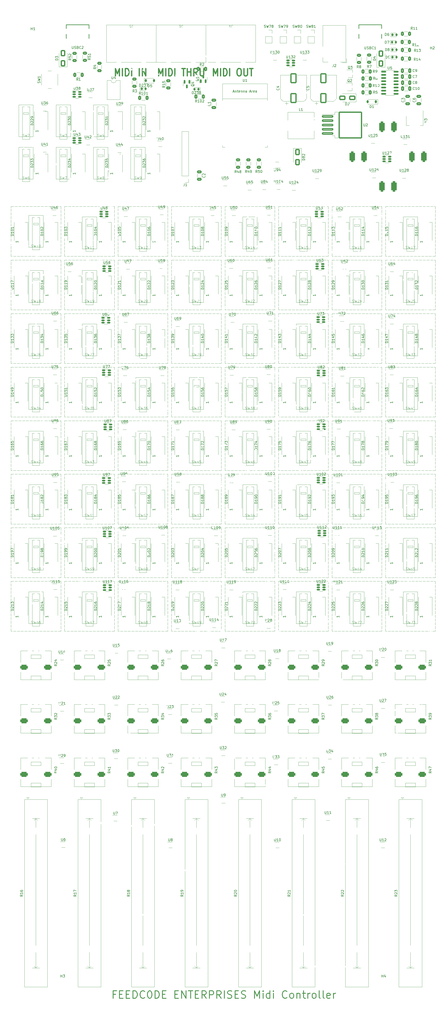
<source format=gbr>
%TF.GenerationSoftware,KiCad,Pcbnew,7.99.0-1990-g812c56bdc7*%
%TF.CreationDate,2023-08-03T23:21:48+02:00*%
%TF.ProjectId,esp32_midi,65737033-325f-46d6-9964-692e6b696361,rev?*%
%TF.SameCoordinates,Original*%
%TF.FileFunction,Legend,Top*%
%TF.FilePolarity,Positive*%
%FSLAX46Y46*%
G04 Gerber Fmt 4.6, Leading zero omitted, Abs format (unit mm)*
G04 Created by KiCad (PCBNEW 7.99.0-1990-g812c56bdc7) date 2023-08-03 23:21:48*
%MOMM*%
%LPD*%
G01*
G04 APERTURE LIST*
G04 Aperture macros list*
%AMRoundRect*
0 Rectangle with rounded corners*
0 $1 Rounding radius*
0 $2 $3 $4 $5 $6 $7 $8 $9 X,Y pos of 4 corners*
0 Add a 4 corners polygon primitive as box body*
4,1,4,$2,$3,$4,$5,$6,$7,$8,$9,$2,$3,0*
0 Add four circle primitives for the rounded corners*
1,1,$1+$1,$2,$3*
1,1,$1+$1,$4,$5*
1,1,$1+$1,$6,$7*
1,1,$1+$1,$8,$9*
0 Add four rect primitives between the rounded corners*
20,1,$1+$1,$2,$3,$4,$5,0*
20,1,$1+$1,$4,$5,$6,$7,0*
20,1,$1+$1,$6,$7,$8,$9,0*
20,1,$1+$1,$8,$9,$2,$3,0*%
G04 Aperture macros list end*
%ADD10C,0.100000*%
%ADD11C,0.500000*%
%ADD12C,0.300000*%
%ADD13C,0.150000*%
%ADD14C,0.120000*%
%ADD15C,0.250000*%
%ADD16RoundRect,0.150000X-0.512500X-0.150000X0.512500X-0.150000X0.512500X0.150000X-0.512500X0.150000X0*%
%ADD17R,0.900000X1.500000*%
%ADD18C,1.524000*%
%ADD19R,0.650000X0.400000*%
%ADD20RoundRect,0.218750X-0.218750X-0.256250X0.218750X-0.256250X0.218750X0.256250X-0.218750X0.256250X0*%
%ADD21R,1.750000X1.750000*%
%ADD22C,1.750000*%
%ADD23C,2.700000*%
%ADD24R,1.800000X1.800000*%
%ADD25C,1.800000*%
%ADD26RoundRect,0.500000X-1.000000X0.500000X-1.000000X-0.500000X1.000000X-0.500000X1.000000X0.500000X0*%
%ADD27C,0.900000*%
%ADD28C,8.000000*%
%ADD29R,1.700000X1.700000*%
%ADD30O,1.700000X1.700000*%
%ADD31RoundRect,0.250000X-0.650000X1.000000X-0.650000X-1.000000X0.650000X-1.000000X0.650000X1.000000X0*%
%ADD32RoundRect,0.250000X-0.625000X0.312500X-0.625000X-0.312500X0.625000X-0.312500X0.625000X0.312500X0*%
%ADD33RoundRect,0.550000X-0.550000X-1.550000X0.550000X-1.550000X0.550000X1.550000X-0.550000X1.550000X0*%
%ADD34C,0.650000*%
%ADD35O,1.000000X2.100000*%
%ADD36O,1.000000X1.800000*%
%ADD37R,0.600000X1.150000*%
%ADD38R,0.300000X1.150000*%
%ADD39RoundRect,0.250000X-0.312500X-0.625000X0.312500X-0.625000X0.312500X0.625000X-0.312500X0.625000X0*%
%ADD40RoundRect,0.250000X0.312500X0.625000X-0.312500X0.625000X-0.312500X-0.625000X0.312500X-0.625000X0*%
%ADD41RoundRect,0.250000X0.625000X-0.312500X0.625000X0.312500X-0.625000X0.312500X-0.625000X-0.312500X0*%
%ADD42RoundRect,0.250000X1.000000X-1.750000X1.000000X1.750000X-1.000000X1.750000X-1.000000X-1.750000X0*%
%ADD43R,1.600000X1.600000*%
%ADD44O,1.600000X1.600000*%
%ADD45RoundRect,0.225000X-0.225000X-0.375000X0.225000X-0.375000X0.225000X0.375000X-0.225000X0.375000X0*%
%ADD46RoundRect,0.250000X0.650000X-0.325000X0.650000X0.325000X-0.650000X0.325000X-0.650000X-0.325000X0*%
%ADD47C,2.000000*%
%ADD48R,2.700000X3.600000*%
%ADD49RoundRect,0.250000X-0.325000X-0.650000X0.325000X-0.650000X0.325000X0.650000X-0.325000X0.650000X0*%
%ADD50RoundRect,0.250000X-0.650000X0.325000X-0.650000X-0.325000X0.650000X-0.325000X0.650000X0.325000X0*%
%ADD51RoundRect,0.150000X-0.150000X0.587500X-0.150000X-0.587500X0.150000X-0.587500X0.150000X0.587500X0*%
%ADD52RoundRect,0.250000X1.000000X0.650000X-1.000000X0.650000X-1.000000X-0.650000X1.000000X-0.650000X0*%
%ADD53RoundRect,0.218750X0.218750X0.256250X-0.218750X0.256250X-0.218750X-0.256250X0.218750X-0.256250X0*%
%ADD54R,1.220000X0.650000*%
%ADD55RoundRect,0.250000X0.325000X0.650000X-0.325000X0.650000X-0.325000X-0.650000X0.325000X-0.650000X0*%
%ADD56R,4.400000X1.800000*%
%ADD57O,4.000000X1.800000*%
%ADD58O,1.800000X4.000000*%
%ADD59RoundRect,0.225000X0.225000X0.375000X-0.225000X0.375000X-0.225000X-0.375000X0.225000X-0.375000X0*%
%ADD60RoundRect,0.150000X-0.825000X-0.150000X0.825000X-0.150000X0.825000X0.150000X-0.825000X0.150000X0*%
%ADD61RoundRect,0.250000X0.650000X-1.000000X0.650000X1.000000X-0.650000X1.000000X-0.650000X-1.000000X0*%
%ADD62RoundRect,0.250000X-2.050000X-0.300000X2.050000X-0.300000X2.050000X0.300000X-2.050000X0.300000X0*%
%ADD63RoundRect,0.250002X-4.449998X-5.149998X4.449998X-5.149998X4.449998X5.149998X-4.449998X5.149998X0*%
%ADD64RoundRect,0.150000X0.150000X-0.587500X0.150000X0.587500X-0.150000X0.587500X-0.150000X-0.587500X0*%
%ADD65R,1.500000X0.900000*%
%ADD66R,1.000000X1.000000*%
%ADD67R,1.500000X2.000000*%
%ADD68R,3.800000X2.000000*%
%ADD69C,0.800000*%
G04 APERTURE END LIST*
D10*
X322500000Y-149500000D02*
X323600000Y-149500000D01*
X324000000Y-149500000D02*
X325100000Y-149500000D01*
X325500000Y-149500000D02*
X326600000Y-149500000D01*
X327000000Y-149500000D02*
X328100000Y-149500000D01*
X328500000Y-149500000D02*
X329600000Y-149500000D01*
X330000000Y-149500000D02*
X331100000Y-149500000D01*
X331500000Y-149500000D02*
X332600000Y-149500000D01*
X333000000Y-149500000D02*
X334100000Y-149500000D01*
X334500000Y-149500000D02*
X335600000Y-149500000D01*
X336000000Y-149500000D02*
X337100000Y-149500000D01*
X337500000Y-149500000D02*
X338600000Y-149500000D01*
X339000000Y-149500000D02*
X340100000Y-149500000D01*
X340500000Y-149500000D02*
X341600000Y-149500000D01*
X342000000Y-149500000D02*
X342500000Y-149500000D01*
X342500000Y-149500000D02*
X342500000Y-150600000D01*
X342500000Y-151000000D02*
X342500000Y-152100000D01*
X342500000Y-152500000D02*
X342500000Y-153600000D01*
X342500000Y-154000000D02*
X342500000Y-155100000D01*
X342500000Y-155500000D02*
X342500000Y-156600000D01*
X342500000Y-157000000D02*
X342500000Y-158100000D01*
X342500000Y-158500000D02*
X342500000Y-159600000D01*
X342500000Y-160000000D02*
X342500000Y-161100000D01*
X342500000Y-161500000D02*
X342500000Y-162600000D01*
X342500000Y-163000000D02*
X342500000Y-164100000D01*
X342500000Y-164500000D02*
X342500000Y-165600000D01*
X342500000Y-166000000D02*
X342500000Y-167100000D01*
X342500000Y-167500000D02*
X342500000Y-168600000D01*
X342500000Y-169000000D02*
X342500000Y-169500000D01*
X342500000Y-169500000D02*
X341400000Y-169500000D01*
X341000000Y-169500000D02*
X339900000Y-169500000D01*
X339500000Y-169500000D02*
X338400000Y-169500000D01*
X338000000Y-169500000D02*
X336900000Y-169500000D01*
X336500000Y-169500000D02*
X335400000Y-169500000D01*
X335000000Y-169500000D02*
X333900000Y-169500000D01*
X333500000Y-169500000D02*
X332400000Y-169500000D01*
X332000000Y-169500000D02*
X330900000Y-169500000D01*
X330500000Y-169500000D02*
X329400000Y-169500000D01*
X329000000Y-169500000D02*
X327900000Y-169500000D01*
X327500000Y-169500000D02*
X326400000Y-169500000D01*
X326000000Y-169500000D02*
X324900000Y-169500000D01*
X324500000Y-169500000D02*
X323400000Y-169500000D01*
X323000000Y-169500000D02*
X322500000Y-169500000D01*
X322500000Y-169500000D02*
X322500000Y-168400000D01*
X322500000Y-168000000D02*
X322500000Y-166900000D01*
X322500000Y-166500000D02*
X322500000Y-165400000D01*
X322500000Y-165000000D02*
X322500000Y-163900000D01*
X322500000Y-163500000D02*
X322500000Y-162400000D01*
X322500000Y-162000000D02*
X322500000Y-160900000D01*
X322500000Y-160500000D02*
X322500000Y-159400000D01*
X322500000Y-159000000D02*
X322500000Y-157900000D01*
X322500000Y-157500000D02*
X322500000Y-156400000D01*
X322500000Y-156000000D02*
X322500000Y-154900000D01*
X322500000Y-154500000D02*
X322500000Y-153400000D01*
X322500000Y-153000000D02*
X322500000Y-151900000D01*
X322500000Y-151500000D02*
X322500000Y-150400000D01*
X322500000Y-150000000D02*
X322500000Y-149500000D01*
X193500000Y-192500000D02*
X194600000Y-192500000D01*
X195000000Y-192500000D02*
X196100000Y-192500000D01*
X196500000Y-192500000D02*
X197600000Y-192500000D01*
X198000000Y-192500000D02*
X199100000Y-192500000D01*
X199500000Y-192500000D02*
X200600000Y-192500000D01*
X201000000Y-192500000D02*
X202100000Y-192500000D01*
X202500000Y-192500000D02*
X203600000Y-192500000D01*
X204000000Y-192500000D02*
X205100000Y-192500000D01*
X205500000Y-192500000D02*
X206600000Y-192500000D01*
X207000000Y-192500000D02*
X208100000Y-192500000D01*
X208500000Y-192500000D02*
X209600000Y-192500000D01*
X210000000Y-192500000D02*
X211100000Y-192500000D01*
X211500000Y-192500000D02*
X212600000Y-192500000D01*
X213000000Y-192500000D02*
X213500000Y-192500000D01*
X213500000Y-192500000D02*
X213500000Y-193600000D01*
X213500000Y-194000000D02*
X213500000Y-195100000D01*
X213500000Y-195500000D02*
X213500000Y-196600000D01*
X213500000Y-197000000D02*
X213500000Y-198100000D01*
X213500000Y-198500000D02*
X213500000Y-199600000D01*
X213500000Y-200000000D02*
X213500000Y-201100000D01*
X213500000Y-201500000D02*
X213500000Y-202600000D01*
X213500000Y-203000000D02*
X213500000Y-204100000D01*
X213500000Y-204500000D02*
X213500000Y-205600000D01*
X213500000Y-206000000D02*
X213500000Y-207100000D01*
X213500000Y-207500000D02*
X213500000Y-208600000D01*
X213500000Y-209000000D02*
X213500000Y-210100000D01*
X213500000Y-210500000D02*
X213500000Y-211600000D01*
X213500000Y-212000000D02*
X213500000Y-212500000D01*
X213500000Y-212500000D02*
X212400000Y-212500000D01*
X212000000Y-212500000D02*
X210900000Y-212500000D01*
X210500000Y-212500000D02*
X209400000Y-212500000D01*
X209000000Y-212500000D02*
X207900000Y-212500000D01*
X207500000Y-212500000D02*
X206400000Y-212500000D01*
X206000000Y-212500000D02*
X204900000Y-212500000D01*
X204500000Y-212500000D02*
X203400000Y-212500000D01*
X203000000Y-212500000D02*
X201900000Y-212500000D01*
X201500000Y-212500000D02*
X200400000Y-212500000D01*
X200000000Y-212500000D02*
X198900000Y-212500000D01*
X198500000Y-212500000D02*
X197400000Y-212500000D01*
X197000000Y-212500000D02*
X195900000Y-212500000D01*
X195500000Y-212500000D02*
X194400000Y-212500000D01*
X194000000Y-212500000D02*
X193500000Y-212500000D01*
X193500000Y-212500000D02*
X193500000Y-211400000D01*
X193500000Y-211000000D02*
X193500000Y-209900000D01*
X193500000Y-209500000D02*
X193500000Y-208400000D01*
X193500000Y-208000000D02*
X193500000Y-206900000D01*
X193500000Y-206500000D02*
X193500000Y-205400000D01*
X193500000Y-205000000D02*
X193500000Y-203900000D01*
X193500000Y-203500000D02*
X193500000Y-202400000D01*
X193500000Y-202000000D02*
X193500000Y-200900000D01*
X193500000Y-200500000D02*
X193500000Y-199400000D01*
X193500000Y-199000000D02*
X193500000Y-197900000D01*
X193500000Y-197500000D02*
X193500000Y-196400000D01*
X193500000Y-196000000D02*
X193500000Y-194900000D01*
X193500000Y-194500000D02*
X193500000Y-193400000D01*
X193500000Y-193000000D02*
X193500000Y-192500000D01*
X258000000Y-128000000D02*
X259100000Y-128000000D01*
X259500000Y-128000000D02*
X260600000Y-128000000D01*
X261000000Y-128000000D02*
X262100000Y-128000000D01*
X262500000Y-128000000D02*
X263600000Y-128000000D01*
X264000000Y-128000000D02*
X265100000Y-128000000D01*
X265500000Y-128000000D02*
X266600000Y-128000000D01*
X267000000Y-128000000D02*
X268100000Y-128000000D01*
X268500000Y-128000000D02*
X269600000Y-128000000D01*
X270000000Y-128000000D02*
X271100000Y-128000000D01*
X271500000Y-128000000D02*
X272600000Y-128000000D01*
X273000000Y-128000000D02*
X274100000Y-128000000D01*
X274500000Y-128000000D02*
X275600000Y-128000000D01*
X276000000Y-128000000D02*
X277100000Y-128000000D01*
X277500000Y-128000000D02*
X278000000Y-128000000D01*
X278000000Y-128000000D02*
X278000000Y-129100000D01*
X278000000Y-129500000D02*
X278000000Y-130600000D01*
X278000000Y-131000000D02*
X278000000Y-132100000D01*
X278000000Y-132500000D02*
X278000000Y-133600000D01*
X278000000Y-134000000D02*
X278000000Y-135100000D01*
X278000000Y-135500000D02*
X278000000Y-136600000D01*
X278000000Y-137000000D02*
X278000000Y-138100000D01*
X278000000Y-138500000D02*
X278000000Y-139600000D01*
X278000000Y-140000000D02*
X278000000Y-141100000D01*
X278000000Y-141500000D02*
X278000000Y-142600000D01*
X278000000Y-143000000D02*
X278000000Y-144100000D01*
X278000000Y-144500000D02*
X278000000Y-145600000D01*
X278000000Y-146000000D02*
X278000000Y-147100000D01*
X278000000Y-147500000D02*
X278000000Y-148000000D01*
X278000000Y-148000000D02*
X276900000Y-148000000D01*
X276500000Y-148000000D02*
X275400000Y-148000000D01*
X275000000Y-148000000D02*
X273900000Y-148000000D01*
X273500000Y-148000000D02*
X272400000Y-148000000D01*
X272000000Y-148000000D02*
X270900000Y-148000000D01*
X270500000Y-148000000D02*
X269400000Y-148000000D01*
X269000000Y-148000000D02*
X267900000Y-148000000D01*
X267500000Y-148000000D02*
X266400000Y-148000000D01*
X266000000Y-148000000D02*
X264900000Y-148000000D01*
X264500000Y-148000000D02*
X263400000Y-148000000D01*
X263000000Y-148000000D02*
X261900000Y-148000000D01*
X261500000Y-148000000D02*
X260400000Y-148000000D01*
X260000000Y-148000000D02*
X258900000Y-148000000D01*
X258500000Y-148000000D02*
X258000000Y-148000000D01*
X258000000Y-148000000D02*
X258000000Y-146900000D01*
X258000000Y-146500000D02*
X258000000Y-145400000D01*
X258000000Y-145000000D02*
X258000000Y-143900000D01*
X258000000Y-143500000D02*
X258000000Y-142400000D01*
X258000000Y-142000000D02*
X258000000Y-140900000D01*
X258000000Y-140500000D02*
X258000000Y-139400000D01*
X258000000Y-139000000D02*
X258000000Y-137900000D01*
X258000000Y-137500000D02*
X258000000Y-136400000D01*
X258000000Y-136000000D02*
X258000000Y-134900000D01*
X258000000Y-134500000D02*
X258000000Y-133400000D01*
X258000000Y-133000000D02*
X258000000Y-131900000D01*
X258000000Y-131500000D02*
X258000000Y-130400000D01*
X258000000Y-130000000D02*
X258000000Y-128900000D01*
X258000000Y-128500000D02*
X258000000Y-128000000D01*
X236500000Y-106500000D02*
X237600000Y-106500000D01*
X238000000Y-106500000D02*
X239100000Y-106500000D01*
X239500000Y-106500000D02*
X240600000Y-106500000D01*
X241000000Y-106500000D02*
X242100000Y-106500000D01*
X242500000Y-106500000D02*
X243600000Y-106500000D01*
X244000000Y-106500000D02*
X245100000Y-106500000D01*
X245500000Y-106500000D02*
X246600000Y-106500000D01*
X247000000Y-106500000D02*
X248100000Y-106500000D01*
X248500000Y-106500000D02*
X249600000Y-106500000D01*
X250000000Y-106500000D02*
X251100000Y-106500000D01*
X251500000Y-106500000D02*
X252600000Y-106500000D01*
X253000000Y-106500000D02*
X254100000Y-106500000D01*
X254500000Y-106500000D02*
X255600000Y-106500000D01*
X256000000Y-106500000D02*
X256500000Y-106500000D01*
X256500000Y-106500000D02*
X256500000Y-107600000D01*
X256500000Y-108000000D02*
X256500000Y-109100000D01*
X256500000Y-109500000D02*
X256500000Y-110600000D01*
X256500000Y-111000000D02*
X256500000Y-112100000D01*
X256500000Y-112500000D02*
X256500000Y-113600000D01*
X256500000Y-114000000D02*
X256500000Y-115100000D01*
X256500000Y-115500000D02*
X256500000Y-116600000D01*
X256500000Y-117000000D02*
X256500000Y-118100000D01*
X256500000Y-118500000D02*
X256500000Y-119600000D01*
X256500000Y-120000000D02*
X256500000Y-121100000D01*
X256500000Y-121500000D02*
X256500000Y-122600000D01*
X256500000Y-123000000D02*
X256500000Y-124100000D01*
X256500000Y-124500000D02*
X256500000Y-125600000D01*
X256500000Y-126000000D02*
X256500000Y-126500000D01*
X256500000Y-126500000D02*
X255400000Y-126500000D01*
X255000000Y-126500000D02*
X253900000Y-126500000D01*
X253500000Y-126500000D02*
X252400000Y-126500000D01*
X252000000Y-126500000D02*
X250900000Y-126500000D01*
X250500000Y-126500000D02*
X249400000Y-126500000D01*
X249000000Y-126500000D02*
X247900000Y-126500000D01*
X247500000Y-126500000D02*
X246400000Y-126500000D01*
X246000000Y-126500000D02*
X244900000Y-126500000D01*
X244500000Y-126500000D02*
X243400000Y-126500000D01*
X243000000Y-126500000D02*
X241900000Y-126500000D01*
X241500000Y-126500000D02*
X240400000Y-126500000D01*
X240000000Y-126500000D02*
X238900000Y-126500000D01*
X238500000Y-126500000D02*
X237400000Y-126500000D01*
X237000000Y-126500000D02*
X236500000Y-126500000D01*
X236500000Y-126500000D02*
X236500000Y-125400000D01*
X236500000Y-125000000D02*
X236500000Y-123900000D01*
X236500000Y-123500000D02*
X236500000Y-122400000D01*
X236500000Y-122000000D02*
X236500000Y-120900000D01*
X236500000Y-120500000D02*
X236500000Y-119400000D01*
X236500000Y-119000000D02*
X236500000Y-117900000D01*
X236500000Y-117500000D02*
X236500000Y-116400000D01*
X236500000Y-116000000D02*
X236500000Y-114900000D01*
X236500000Y-114500000D02*
X236500000Y-113400000D01*
X236500000Y-113000000D02*
X236500000Y-111900000D01*
X236500000Y-111500000D02*
X236500000Y-110400000D01*
X236500000Y-110000000D02*
X236500000Y-108900000D01*
X236500000Y-108500000D02*
X236500000Y-107400000D01*
X236500000Y-107000000D02*
X236500000Y-106500000D01*
X215000000Y-235500000D02*
X216100000Y-235500000D01*
X216500000Y-235500000D02*
X217600000Y-235500000D01*
X218000000Y-235500000D02*
X219100000Y-235500000D01*
X219500000Y-235500000D02*
X220600000Y-235500000D01*
X221000000Y-235500000D02*
X222100000Y-235500000D01*
X222500000Y-235500000D02*
X223600000Y-235500000D01*
X224000000Y-235500000D02*
X225100000Y-235500000D01*
X225500000Y-235500000D02*
X226600000Y-235500000D01*
X227000000Y-235500000D02*
X228100000Y-235500000D01*
X228500000Y-235500000D02*
X229600000Y-235500000D01*
X230000000Y-235500000D02*
X231100000Y-235500000D01*
X231500000Y-235500000D02*
X232600000Y-235500000D01*
X233000000Y-235500000D02*
X234100000Y-235500000D01*
X234500000Y-235500000D02*
X235000000Y-235500000D01*
X235000000Y-235500000D02*
X235000000Y-236600000D01*
X235000000Y-237000000D02*
X235000000Y-238100000D01*
X235000000Y-238500000D02*
X235000000Y-239600000D01*
X235000000Y-240000000D02*
X235000000Y-241100000D01*
X235000000Y-241500000D02*
X235000000Y-242600000D01*
X235000000Y-243000000D02*
X235000000Y-244100000D01*
X235000000Y-244500000D02*
X235000000Y-245600000D01*
X235000000Y-246000000D02*
X235000000Y-247100000D01*
X235000000Y-247500000D02*
X235000000Y-248600000D01*
X235000000Y-249000000D02*
X235000000Y-250100000D01*
X235000000Y-250500000D02*
X235000000Y-251600000D01*
X235000000Y-252000000D02*
X235000000Y-253100000D01*
X235000000Y-253500000D02*
X235000000Y-254600000D01*
X235000000Y-255000000D02*
X235000000Y-255500000D01*
X235000000Y-255500000D02*
X233900000Y-255500000D01*
X233500000Y-255500000D02*
X232400000Y-255500000D01*
X232000000Y-255500000D02*
X230900000Y-255500000D01*
X230500000Y-255500000D02*
X229400000Y-255500000D01*
X229000000Y-255500000D02*
X227900000Y-255500000D01*
X227500000Y-255500000D02*
X226400000Y-255500000D01*
X226000000Y-255500000D02*
X224900000Y-255500000D01*
X224500000Y-255500000D02*
X223400000Y-255500000D01*
X223000000Y-255500000D02*
X221900000Y-255500000D01*
X221500000Y-255500000D02*
X220400000Y-255500000D01*
X220000000Y-255500000D02*
X218900000Y-255500000D01*
X218500000Y-255500000D02*
X217400000Y-255500000D01*
X217000000Y-255500000D02*
X215900000Y-255500000D01*
X215500000Y-255500000D02*
X215000000Y-255500000D01*
X215000000Y-255500000D02*
X215000000Y-254400000D01*
X215000000Y-254000000D02*
X215000000Y-252900000D01*
X215000000Y-252500000D02*
X215000000Y-251400000D01*
X215000000Y-251000000D02*
X215000000Y-249900000D01*
X215000000Y-249500000D02*
X215000000Y-248400000D01*
X215000000Y-248000000D02*
X215000000Y-246900000D01*
X215000000Y-246500000D02*
X215000000Y-245400000D01*
X215000000Y-245000000D02*
X215000000Y-243900000D01*
X215000000Y-243500000D02*
X215000000Y-242400000D01*
X215000000Y-242000000D02*
X215000000Y-240900000D01*
X215000000Y-240500000D02*
X215000000Y-239400000D01*
X215000000Y-239000000D02*
X215000000Y-237900000D01*
X215000000Y-237500000D02*
X215000000Y-236400000D01*
X215000000Y-236000000D02*
X215000000Y-235500000D01*
X215000000Y-149500000D02*
X216100000Y-149500000D01*
X216500000Y-149500000D02*
X217600000Y-149500000D01*
X218000000Y-149500000D02*
X219100000Y-149500000D01*
X219500000Y-149500000D02*
X220600000Y-149500000D01*
X221000000Y-149500000D02*
X222100000Y-149500000D01*
X222500000Y-149500000D02*
X223600000Y-149500000D01*
X224000000Y-149500000D02*
X225100000Y-149500000D01*
X225500000Y-149500000D02*
X226600000Y-149500000D01*
X227000000Y-149500000D02*
X228100000Y-149500000D01*
X228500000Y-149500000D02*
X229600000Y-149500000D01*
X230000000Y-149500000D02*
X231100000Y-149500000D01*
X231500000Y-149500000D02*
X232600000Y-149500000D01*
X233000000Y-149500000D02*
X234100000Y-149500000D01*
X234500000Y-149500000D02*
X235000000Y-149500000D01*
X235000000Y-149500000D02*
X235000000Y-150600000D01*
X235000000Y-151000000D02*
X235000000Y-152100000D01*
X235000000Y-152500000D02*
X235000000Y-153600000D01*
X235000000Y-154000000D02*
X235000000Y-155100000D01*
X235000000Y-155500000D02*
X235000000Y-156600000D01*
X235000000Y-157000000D02*
X235000000Y-158100000D01*
X235000000Y-158500000D02*
X235000000Y-159600000D01*
X235000000Y-160000000D02*
X235000000Y-161100000D01*
X235000000Y-161500000D02*
X235000000Y-162600000D01*
X235000000Y-163000000D02*
X235000000Y-164100000D01*
X235000000Y-164500000D02*
X235000000Y-165600000D01*
X235000000Y-166000000D02*
X235000000Y-167100000D01*
X235000000Y-167500000D02*
X235000000Y-168600000D01*
X235000000Y-169000000D02*
X235000000Y-169500000D01*
X235000000Y-169500000D02*
X233900000Y-169500000D01*
X233500000Y-169500000D02*
X232400000Y-169500000D01*
X232000000Y-169500000D02*
X230900000Y-169500000D01*
X230500000Y-169500000D02*
X229400000Y-169500000D01*
X229000000Y-169500000D02*
X227900000Y-169500000D01*
X227500000Y-169500000D02*
X226400000Y-169500000D01*
X226000000Y-169500000D02*
X224900000Y-169500000D01*
X224500000Y-169500000D02*
X223400000Y-169500000D01*
X223000000Y-169500000D02*
X221900000Y-169500000D01*
X221500000Y-169500000D02*
X220400000Y-169500000D01*
X220000000Y-169500000D02*
X218900000Y-169500000D01*
X218500000Y-169500000D02*
X217400000Y-169500000D01*
X217000000Y-169500000D02*
X215900000Y-169500000D01*
X215500000Y-169500000D02*
X215000000Y-169500000D01*
X215000000Y-169500000D02*
X215000000Y-168400000D01*
X215000000Y-168000000D02*
X215000000Y-166900000D01*
X215000000Y-166500000D02*
X215000000Y-165400000D01*
X215000000Y-165000000D02*
X215000000Y-163900000D01*
X215000000Y-163500000D02*
X215000000Y-162400000D01*
X215000000Y-162000000D02*
X215000000Y-160900000D01*
X215000000Y-160500000D02*
X215000000Y-159400000D01*
X215000000Y-159000000D02*
X215000000Y-157900000D01*
X215000000Y-157500000D02*
X215000000Y-156400000D01*
X215000000Y-156000000D02*
X215000000Y-154900000D01*
X215000000Y-154500000D02*
X215000000Y-153400000D01*
X215000000Y-153000000D02*
X215000000Y-151900000D01*
X215000000Y-151500000D02*
X215000000Y-150400000D01*
X215000000Y-150000000D02*
X215000000Y-149500000D01*
X193500000Y-106500000D02*
X194600000Y-106500000D01*
X195000000Y-106500000D02*
X196100000Y-106500000D01*
X196500000Y-106500000D02*
X197600000Y-106500000D01*
X198000000Y-106500000D02*
X199100000Y-106500000D01*
X199500000Y-106500000D02*
X200600000Y-106500000D01*
X201000000Y-106500000D02*
X202100000Y-106500000D01*
X202500000Y-106500000D02*
X203600000Y-106500000D01*
X204000000Y-106500000D02*
X205100000Y-106500000D01*
X205500000Y-106500000D02*
X206600000Y-106500000D01*
X207000000Y-106500000D02*
X208100000Y-106500000D01*
X208500000Y-106500000D02*
X209600000Y-106500000D01*
X210000000Y-106500000D02*
X211100000Y-106500000D01*
X211500000Y-106500000D02*
X212600000Y-106500000D01*
X213000000Y-106500000D02*
X213500000Y-106500000D01*
X213500000Y-106500000D02*
X213500000Y-107600000D01*
X213500000Y-108000000D02*
X213500000Y-109100000D01*
X213500000Y-109500000D02*
X213500000Y-110600000D01*
X213500000Y-111000000D02*
X213500000Y-112100000D01*
X213500000Y-112500000D02*
X213500000Y-113600000D01*
X213500000Y-114000000D02*
X213500000Y-115100000D01*
X213500000Y-115500000D02*
X213500000Y-116600000D01*
X213500000Y-117000000D02*
X213500000Y-118100000D01*
X213500000Y-118500000D02*
X213500000Y-119600000D01*
X213500000Y-120000000D02*
X213500000Y-121100000D01*
X213500000Y-121500000D02*
X213500000Y-122600000D01*
X213500000Y-123000000D02*
X213500000Y-124100000D01*
X213500000Y-124500000D02*
X213500000Y-125600000D01*
X213500000Y-126000000D02*
X213500000Y-126500000D01*
X213500000Y-126500000D02*
X212400000Y-126500000D01*
X212000000Y-126500000D02*
X210900000Y-126500000D01*
X210500000Y-126500000D02*
X209400000Y-126500000D01*
X209000000Y-126500000D02*
X207900000Y-126500000D01*
X207500000Y-126500000D02*
X206400000Y-126500000D01*
X206000000Y-126500000D02*
X204900000Y-126500000D01*
X204500000Y-126500000D02*
X203400000Y-126500000D01*
X203000000Y-126500000D02*
X201900000Y-126500000D01*
X201500000Y-126500000D02*
X200400000Y-126500000D01*
X200000000Y-126500000D02*
X198900000Y-126500000D01*
X198500000Y-126500000D02*
X197400000Y-126500000D01*
X197000000Y-126500000D02*
X195900000Y-126500000D01*
X195500000Y-126500000D02*
X194400000Y-126500000D01*
X194000000Y-126500000D02*
X193500000Y-126500000D01*
X193500000Y-126500000D02*
X193500000Y-125400000D01*
X193500000Y-125000000D02*
X193500000Y-123900000D01*
X193500000Y-123500000D02*
X193500000Y-122400000D01*
X193500000Y-122000000D02*
X193500000Y-120900000D01*
X193500000Y-120500000D02*
X193500000Y-119400000D01*
X193500000Y-119000000D02*
X193500000Y-117900000D01*
X193500000Y-117500000D02*
X193500000Y-116400000D01*
X193500000Y-116000000D02*
X193500000Y-114900000D01*
X193500000Y-114500000D02*
X193500000Y-113400000D01*
X193500000Y-113000000D02*
X193500000Y-111900000D01*
X193500000Y-111500000D02*
X193500000Y-110400000D01*
X193500000Y-110000000D02*
X193500000Y-108900000D01*
X193500000Y-108500000D02*
X193500000Y-107400000D01*
X193500000Y-107000000D02*
X193500000Y-106500000D01*
X301000000Y-128000000D02*
X302100000Y-128000000D01*
X302500000Y-128000000D02*
X303600000Y-128000000D01*
X304000000Y-128000000D02*
X305100000Y-128000000D01*
X305500000Y-128000000D02*
X306600000Y-128000000D01*
X307000000Y-128000000D02*
X308100000Y-128000000D01*
X308500000Y-128000000D02*
X309600000Y-128000000D01*
X310000000Y-128000000D02*
X311100000Y-128000000D01*
X311500000Y-128000000D02*
X312600000Y-128000000D01*
X313000000Y-128000000D02*
X314100000Y-128000000D01*
X314500000Y-128000000D02*
X315600000Y-128000000D01*
X316000000Y-128000000D02*
X317100000Y-128000000D01*
X317500000Y-128000000D02*
X318600000Y-128000000D01*
X319000000Y-128000000D02*
X320100000Y-128000000D01*
X320500000Y-128000000D02*
X321000000Y-128000000D01*
X321000000Y-128000000D02*
X321000000Y-129100000D01*
X321000000Y-129500000D02*
X321000000Y-130600000D01*
X321000000Y-131000000D02*
X321000000Y-132100000D01*
X321000000Y-132500000D02*
X321000000Y-133600000D01*
X321000000Y-134000000D02*
X321000000Y-135100000D01*
X321000000Y-135500000D02*
X321000000Y-136600000D01*
X321000000Y-137000000D02*
X321000000Y-138100000D01*
X321000000Y-138500000D02*
X321000000Y-139600000D01*
X321000000Y-140000000D02*
X321000000Y-141100000D01*
X321000000Y-141500000D02*
X321000000Y-142600000D01*
X321000000Y-143000000D02*
X321000000Y-144100000D01*
X321000000Y-144500000D02*
X321000000Y-145600000D01*
X321000000Y-146000000D02*
X321000000Y-147100000D01*
X321000000Y-147500000D02*
X321000000Y-148000000D01*
X321000000Y-148000000D02*
X319900000Y-148000000D01*
X319500000Y-148000000D02*
X318400000Y-148000000D01*
X318000000Y-148000000D02*
X316900000Y-148000000D01*
X316500000Y-148000000D02*
X315400000Y-148000000D01*
X315000000Y-148000000D02*
X313900000Y-148000000D01*
X313500000Y-148000000D02*
X312400000Y-148000000D01*
X312000000Y-148000000D02*
X310900000Y-148000000D01*
X310500000Y-148000000D02*
X309400000Y-148000000D01*
X309000000Y-148000000D02*
X307900000Y-148000000D01*
X307500000Y-148000000D02*
X306400000Y-148000000D01*
X306000000Y-148000000D02*
X304900000Y-148000000D01*
X304500000Y-148000000D02*
X303400000Y-148000000D01*
X303000000Y-148000000D02*
X301900000Y-148000000D01*
X301500000Y-148000000D02*
X301000000Y-148000000D01*
X301000000Y-148000000D02*
X301000000Y-146900000D01*
X301000000Y-146500000D02*
X301000000Y-145400000D01*
X301000000Y-145000000D02*
X301000000Y-143900000D01*
X301000000Y-143500000D02*
X301000000Y-142400000D01*
X301000000Y-142000000D02*
X301000000Y-140900000D01*
X301000000Y-140500000D02*
X301000000Y-139400000D01*
X301000000Y-139000000D02*
X301000000Y-137900000D01*
X301000000Y-137500000D02*
X301000000Y-136400000D01*
X301000000Y-136000000D02*
X301000000Y-134900000D01*
X301000000Y-134500000D02*
X301000000Y-133400000D01*
X301000000Y-133000000D02*
X301000000Y-131900000D01*
X301000000Y-131500000D02*
X301000000Y-130400000D01*
X301000000Y-130000000D02*
X301000000Y-128900000D01*
X301000000Y-128500000D02*
X301000000Y-128000000D01*
X236500000Y-214000000D02*
X237600000Y-214000000D01*
X238000000Y-214000000D02*
X239100000Y-214000000D01*
X239500000Y-214000000D02*
X240600000Y-214000000D01*
X241000000Y-214000000D02*
X242100000Y-214000000D01*
X242500000Y-214000000D02*
X243600000Y-214000000D01*
X244000000Y-214000000D02*
X245100000Y-214000000D01*
X245500000Y-214000000D02*
X246600000Y-214000000D01*
X247000000Y-214000000D02*
X248100000Y-214000000D01*
X248500000Y-214000000D02*
X249600000Y-214000000D01*
X250000000Y-214000000D02*
X251100000Y-214000000D01*
X251500000Y-214000000D02*
X252600000Y-214000000D01*
X253000000Y-214000000D02*
X254100000Y-214000000D01*
X254500000Y-214000000D02*
X255600000Y-214000000D01*
X256000000Y-214000000D02*
X256500000Y-214000000D01*
X256500000Y-214000000D02*
X256500000Y-215100000D01*
X256500000Y-215500000D02*
X256500000Y-216600000D01*
X256500000Y-217000000D02*
X256500000Y-218100000D01*
X256500000Y-218500000D02*
X256500000Y-219600000D01*
X256500000Y-220000000D02*
X256500000Y-221100000D01*
X256500000Y-221500000D02*
X256500000Y-222600000D01*
X256500000Y-223000000D02*
X256500000Y-224100000D01*
X256500000Y-224500000D02*
X256500000Y-225600000D01*
X256500000Y-226000000D02*
X256500000Y-227100000D01*
X256500000Y-227500000D02*
X256500000Y-228600000D01*
X256500000Y-229000000D02*
X256500000Y-230100000D01*
X256500000Y-230500000D02*
X256500000Y-231600000D01*
X256500000Y-232000000D02*
X256500000Y-233100000D01*
X256500000Y-233500000D02*
X256500000Y-234000000D01*
X256500000Y-234000000D02*
X255400000Y-234000000D01*
X255000000Y-234000000D02*
X253900000Y-234000000D01*
X253500000Y-234000000D02*
X252400000Y-234000000D01*
X252000000Y-234000000D02*
X250900000Y-234000000D01*
X250500000Y-234000000D02*
X249400000Y-234000000D01*
X249000000Y-234000000D02*
X247900000Y-234000000D01*
X247500000Y-234000000D02*
X246400000Y-234000000D01*
X246000000Y-234000000D02*
X244900000Y-234000000D01*
X244500000Y-234000000D02*
X243400000Y-234000000D01*
X243000000Y-234000000D02*
X241900000Y-234000000D01*
X241500000Y-234000000D02*
X240400000Y-234000000D01*
X240000000Y-234000000D02*
X238900000Y-234000000D01*
X238500000Y-234000000D02*
X237400000Y-234000000D01*
X237000000Y-234000000D02*
X236500000Y-234000000D01*
X236500000Y-234000000D02*
X236500000Y-232900000D01*
X236500000Y-232500000D02*
X236500000Y-231400000D01*
X236500000Y-231000000D02*
X236500000Y-229900000D01*
X236500000Y-229500000D02*
X236500000Y-228400000D01*
X236500000Y-228000000D02*
X236500000Y-226900000D01*
X236500000Y-226500000D02*
X236500000Y-225400000D01*
X236500000Y-225000000D02*
X236500000Y-223900000D01*
X236500000Y-223500000D02*
X236500000Y-222400000D01*
X236500000Y-222000000D02*
X236500000Y-220900000D01*
X236500000Y-220500000D02*
X236500000Y-219400000D01*
X236500000Y-219000000D02*
X236500000Y-217900000D01*
X236500000Y-217500000D02*
X236500000Y-216400000D01*
X236500000Y-216000000D02*
X236500000Y-214900000D01*
X236500000Y-214500000D02*
X236500000Y-214000000D01*
X258000000Y-106500000D02*
X259100000Y-106500000D01*
X259500000Y-106500000D02*
X260600000Y-106500000D01*
X261000000Y-106500000D02*
X262100000Y-106500000D01*
X262500000Y-106500000D02*
X263600000Y-106500000D01*
X264000000Y-106500000D02*
X265100000Y-106500000D01*
X265500000Y-106500000D02*
X266600000Y-106500000D01*
X267000000Y-106500000D02*
X268100000Y-106500000D01*
X268500000Y-106500000D02*
X269600000Y-106500000D01*
X270000000Y-106500000D02*
X271100000Y-106500000D01*
X271500000Y-106500000D02*
X272600000Y-106500000D01*
X273000000Y-106500000D02*
X274100000Y-106500000D01*
X274500000Y-106500000D02*
X275600000Y-106500000D01*
X276000000Y-106500000D02*
X277100000Y-106500000D01*
X277500000Y-106500000D02*
X278000000Y-106500000D01*
X278000000Y-106500000D02*
X278000000Y-107600000D01*
X278000000Y-108000000D02*
X278000000Y-109100000D01*
X278000000Y-109500000D02*
X278000000Y-110600000D01*
X278000000Y-111000000D02*
X278000000Y-112100000D01*
X278000000Y-112500000D02*
X278000000Y-113600000D01*
X278000000Y-114000000D02*
X278000000Y-115100000D01*
X278000000Y-115500000D02*
X278000000Y-116600000D01*
X278000000Y-117000000D02*
X278000000Y-118100000D01*
X278000000Y-118500000D02*
X278000000Y-119600000D01*
X278000000Y-120000000D02*
X278000000Y-121100000D01*
X278000000Y-121500000D02*
X278000000Y-122600000D01*
X278000000Y-123000000D02*
X278000000Y-124100000D01*
X278000000Y-124500000D02*
X278000000Y-125600000D01*
X278000000Y-126000000D02*
X278000000Y-126500000D01*
X278000000Y-126500000D02*
X276900000Y-126500000D01*
X276500000Y-126500000D02*
X275400000Y-126500000D01*
X275000000Y-126500000D02*
X273900000Y-126500000D01*
X273500000Y-126500000D02*
X272400000Y-126500000D01*
X272000000Y-126500000D02*
X270900000Y-126500000D01*
X270500000Y-126500000D02*
X269400000Y-126500000D01*
X269000000Y-126500000D02*
X267900000Y-126500000D01*
X267500000Y-126500000D02*
X266400000Y-126500000D01*
X266000000Y-126500000D02*
X264900000Y-126500000D01*
X264500000Y-126500000D02*
X263400000Y-126500000D01*
X263000000Y-126500000D02*
X261900000Y-126500000D01*
X261500000Y-126500000D02*
X260400000Y-126500000D01*
X260000000Y-126500000D02*
X258900000Y-126500000D01*
X258500000Y-126500000D02*
X258000000Y-126500000D01*
X258000000Y-126500000D02*
X258000000Y-125400000D01*
X258000000Y-125000000D02*
X258000000Y-123900000D01*
X258000000Y-123500000D02*
X258000000Y-122400000D01*
X258000000Y-122000000D02*
X258000000Y-120900000D01*
X258000000Y-120500000D02*
X258000000Y-119400000D01*
X258000000Y-119000000D02*
X258000000Y-117900000D01*
X258000000Y-117500000D02*
X258000000Y-116400000D01*
X258000000Y-116000000D02*
X258000000Y-114900000D01*
X258000000Y-114500000D02*
X258000000Y-113400000D01*
X258000000Y-113000000D02*
X258000000Y-111900000D01*
X258000000Y-111500000D02*
X258000000Y-110400000D01*
X258000000Y-110000000D02*
X258000000Y-108900000D01*
X258000000Y-108500000D02*
X258000000Y-107400000D01*
X258000000Y-107000000D02*
X258000000Y-106500000D01*
X279500000Y-235500000D02*
X280600000Y-235500000D01*
X281000000Y-235500000D02*
X282100000Y-235500000D01*
X282500000Y-235500000D02*
X283600000Y-235500000D01*
X284000000Y-235500000D02*
X285100000Y-235500000D01*
X285500000Y-235500000D02*
X286600000Y-235500000D01*
X287000000Y-235500000D02*
X288100000Y-235500000D01*
X288500000Y-235500000D02*
X289600000Y-235500000D01*
X290000000Y-235500000D02*
X291100000Y-235500000D01*
X291500000Y-235500000D02*
X292600000Y-235500000D01*
X293000000Y-235500000D02*
X294100000Y-235500000D01*
X294500000Y-235500000D02*
X295600000Y-235500000D01*
X296000000Y-235500000D02*
X297100000Y-235500000D01*
X297500000Y-235500000D02*
X298600000Y-235500000D01*
X299000000Y-235500000D02*
X299500000Y-235500000D01*
X299500000Y-235500000D02*
X299500000Y-236600000D01*
X299500000Y-237000000D02*
X299500000Y-238100000D01*
X299500000Y-238500000D02*
X299500000Y-239600000D01*
X299500000Y-240000000D02*
X299500000Y-241100000D01*
X299500000Y-241500000D02*
X299500000Y-242600000D01*
X299500000Y-243000000D02*
X299500000Y-244100000D01*
X299500000Y-244500000D02*
X299500000Y-245600000D01*
X299500000Y-246000000D02*
X299500000Y-247100000D01*
X299500000Y-247500000D02*
X299500000Y-248600000D01*
X299500000Y-249000000D02*
X299500000Y-250100000D01*
X299500000Y-250500000D02*
X299500000Y-251600000D01*
X299500000Y-252000000D02*
X299500000Y-253100000D01*
X299500000Y-253500000D02*
X299500000Y-254600000D01*
X299500000Y-255000000D02*
X299500000Y-255500000D01*
X299500000Y-255500000D02*
X298400000Y-255500000D01*
X298000000Y-255500000D02*
X296900000Y-255500000D01*
X296500000Y-255500000D02*
X295400000Y-255500000D01*
X295000000Y-255500000D02*
X293900000Y-255500000D01*
X293500000Y-255500000D02*
X292400000Y-255500000D01*
X292000000Y-255500000D02*
X290900000Y-255500000D01*
X290500000Y-255500000D02*
X289400000Y-255500000D01*
X289000000Y-255500000D02*
X287900000Y-255500000D01*
X287500000Y-255500000D02*
X286400000Y-255500000D01*
X286000000Y-255500000D02*
X284900000Y-255500000D01*
X284500000Y-255500000D02*
X283400000Y-255500000D01*
X283000000Y-255500000D02*
X281900000Y-255500000D01*
X281500000Y-255500000D02*
X280400000Y-255500000D01*
X280000000Y-255500000D02*
X279500000Y-255500000D01*
X279500000Y-255500000D02*
X279500000Y-254400000D01*
X279500000Y-254000000D02*
X279500000Y-252900000D01*
X279500000Y-252500000D02*
X279500000Y-251400000D01*
X279500000Y-251000000D02*
X279500000Y-249900000D01*
X279500000Y-249500000D02*
X279500000Y-248400000D01*
X279500000Y-248000000D02*
X279500000Y-246900000D01*
X279500000Y-246500000D02*
X279500000Y-245400000D01*
X279500000Y-245000000D02*
X279500000Y-243900000D01*
X279500000Y-243500000D02*
X279500000Y-242400000D01*
X279500000Y-242000000D02*
X279500000Y-240900000D01*
X279500000Y-240500000D02*
X279500000Y-239400000D01*
X279500000Y-239000000D02*
X279500000Y-237900000D01*
X279500000Y-237500000D02*
X279500000Y-236400000D01*
X279500000Y-236000000D02*
X279500000Y-235500000D01*
X279500000Y-192500000D02*
X280600000Y-192500000D01*
X281000000Y-192500000D02*
X282100000Y-192500000D01*
X282500000Y-192500000D02*
X283600000Y-192500000D01*
X284000000Y-192500000D02*
X285100000Y-192500000D01*
X285500000Y-192500000D02*
X286600000Y-192500000D01*
X287000000Y-192500000D02*
X288100000Y-192500000D01*
X288500000Y-192500000D02*
X289600000Y-192500000D01*
X290000000Y-192500000D02*
X291100000Y-192500000D01*
X291500000Y-192500000D02*
X292600000Y-192500000D01*
X293000000Y-192500000D02*
X294100000Y-192500000D01*
X294500000Y-192500000D02*
X295600000Y-192500000D01*
X296000000Y-192500000D02*
X297100000Y-192500000D01*
X297500000Y-192500000D02*
X298600000Y-192500000D01*
X299000000Y-192500000D02*
X299500000Y-192500000D01*
X299500000Y-192500000D02*
X299500000Y-193600000D01*
X299500000Y-194000000D02*
X299500000Y-195100000D01*
X299500000Y-195500000D02*
X299500000Y-196600000D01*
X299500000Y-197000000D02*
X299500000Y-198100000D01*
X299500000Y-198500000D02*
X299500000Y-199600000D01*
X299500000Y-200000000D02*
X299500000Y-201100000D01*
X299500000Y-201500000D02*
X299500000Y-202600000D01*
X299500000Y-203000000D02*
X299500000Y-204100000D01*
X299500000Y-204500000D02*
X299500000Y-205600000D01*
X299500000Y-206000000D02*
X299500000Y-207100000D01*
X299500000Y-207500000D02*
X299500000Y-208600000D01*
X299500000Y-209000000D02*
X299500000Y-210100000D01*
X299500000Y-210500000D02*
X299500000Y-211600000D01*
X299500000Y-212000000D02*
X299500000Y-212500000D01*
X299500000Y-212500000D02*
X298400000Y-212500000D01*
X298000000Y-212500000D02*
X296900000Y-212500000D01*
X296500000Y-212500000D02*
X295400000Y-212500000D01*
X295000000Y-212500000D02*
X293900000Y-212500000D01*
X293500000Y-212500000D02*
X292400000Y-212500000D01*
X292000000Y-212500000D02*
X290900000Y-212500000D01*
X290500000Y-212500000D02*
X289400000Y-212500000D01*
X289000000Y-212500000D02*
X287900000Y-212500000D01*
X287500000Y-212500000D02*
X286400000Y-212500000D01*
X286000000Y-212500000D02*
X284900000Y-212500000D01*
X284500000Y-212500000D02*
X283400000Y-212500000D01*
X283000000Y-212500000D02*
X281900000Y-212500000D01*
X281500000Y-212500000D02*
X280400000Y-212500000D01*
X280000000Y-212500000D02*
X279500000Y-212500000D01*
X279500000Y-212500000D02*
X279500000Y-211400000D01*
X279500000Y-211000000D02*
X279500000Y-209900000D01*
X279500000Y-209500000D02*
X279500000Y-208400000D01*
X279500000Y-208000000D02*
X279500000Y-206900000D01*
X279500000Y-206500000D02*
X279500000Y-205400000D01*
X279500000Y-205000000D02*
X279500000Y-203900000D01*
X279500000Y-203500000D02*
X279500000Y-202400000D01*
X279500000Y-202000000D02*
X279500000Y-200900000D01*
X279500000Y-200500000D02*
X279500000Y-199400000D01*
X279500000Y-199000000D02*
X279500000Y-197900000D01*
X279500000Y-197500000D02*
X279500000Y-196400000D01*
X279500000Y-196000000D02*
X279500000Y-194900000D01*
X279500000Y-194500000D02*
X279500000Y-193400000D01*
X279500000Y-193000000D02*
X279500000Y-192500000D01*
X322500000Y-128000000D02*
X323600000Y-128000000D01*
X324000000Y-128000000D02*
X325100000Y-128000000D01*
X325500000Y-128000000D02*
X326600000Y-128000000D01*
X327000000Y-128000000D02*
X328100000Y-128000000D01*
X328500000Y-128000000D02*
X329600000Y-128000000D01*
X330000000Y-128000000D02*
X331100000Y-128000000D01*
X331500000Y-128000000D02*
X332600000Y-128000000D01*
X333000000Y-128000000D02*
X334100000Y-128000000D01*
X334500000Y-128000000D02*
X335600000Y-128000000D01*
X336000000Y-128000000D02*
X337100000Y-128000000D01*
X337500000Y-128000000D02*
X338600000Y-128000000D01*
X339000000Y-128000000D02*
X340100000Y-128000000D01*
X340500000Y-128000000D02*
X341600000Y-128000000D01*
X342000000Y-128000000D02*
X342500000Y-128000000D01*
X342500000Y-128000000D02*
X342500000Y-129100000D01*
X342500000Y-129500000D02*
X342500000Y-130600000D01*
X342500000Y-131000000D02*
X342500000Y-132100000D01*
X342500000Y-132500000D02*
X342500000Y-133600000D01*
X342500000Y-134000000D02*
X342500000Y-135100000D01*
X342500000Y-135500000D02*
X342500000Y-136600000D01*
X342500000Y-137000000D02*
X342500000Y-138100000D01*
X342500000Y-138500000D02*
X342500000Y-139600000D01*
X342500000Y-140000000D02*
X342500000Y-141100000D01*
X342500000Y-141500000D02*
X342500000Y-142600000D01*
X342500000Y-143000000D02*
X342500000Y-144100000D01*
X342500000Y-144500000D02*
X342500000Y-145600000D01*
X342500000Y-146000000D02*
X342500000Y-147100000D01*
X342500000Y-147500000D02*
X342500000Y-148000000D01*
X342500000Y-148000000D02*
X341400000Y-148000000D01*
X341000000Y-148000000D02*
X339900000Y-148000000D01*
X339500000Y-148000000D02*
X338400000Y-148000000D01*
X338000000Y-148000000D02*
X336900000Y-148000000D01*
X336500000Y-148000000D02*
X335400000Y-148000000D01*
X335000000Y-148000000D02*
X333900000Y-148000000D01*
X333500000Y-148000000D02*
X332400000Y-148000000D01*
X332000000Y-148000000D02*
X330900000Y-148000000D01*
X330500000Y-148000000D02*
X329400000Y-148000000D01*
X329000000Y-148000000D02*
X327900000Y-148000000D01*
X327500000Y-148000000D02*
X326400000Y-148000000D01*
X326000000Y-148000000D02*
X324900000Y-148000000D01*
X324500000Y-148000000D02*
X323400000Y-148000000D01*
X323000000Y-148000000D02*
X322500000Y-148000000D01*
X322500000Y-148000000D02*
X322500000Y-146900000D01*
X322500000Y-146500000D02*
X322500000Y-145400000D01*
X322500000Y-145000000D02*
X322500000Y-143900000D01*
X322500000Y-143500000D02*
X322500000Y-142400000D01*
X322500000Y-142000000D02*
X322500000Y-140900000D01*
X322500000Y-140500000D02*
X322500000Y-139400000D01*
X322500000Y-139000000D02*
X322500000Y-137900000D01*
X322500000Y-137500000D02*
X322500000Y-136400000D01*
X322500000Y-136000000D02*
X322500000Y-134900000D01*
X322500000Y-134500000D02*
X322500000Y-133400000D01*
X322500000Y-133000000D02*
X322500000Y-131900000D01*
X322500000Y-131500000D02*
X322500000Y-130400000D01*
X322500000Y-130000000D02*
X322500000Y-128900000D01*
X322500000Y-128500000D02*
X322500000Y-128000000D01*
X172000000Y-85000000D02*
X173100000Y-85000000D01*
X173500000Y-85000000D02*
X174600000Y-85000000D01*
X175000000Y-85000000D02*
X176100000Y-85000000D01*
X176500000Y-85000000D02*
X177600000Y-85000000D01*
X178000000Y-85000000D02*
X179100000Y-85000000D01*
X179500000Y-85000000D02*
X180600000Y-85000000D01*
X181000000Y-85000000D02*
X182100000Y-85000000D01*
X182500000Y-85000000D02*
X183600000Y-85000000D01*
X184000000Y-85000000D02*
X185100000Y-85000000D01*
X185500000Y-85000000D02*
X186600000Y-85000000D01*
X187000000Y-85000000D02*
X188100000Y-85000000D01*
X188500000Y-85000000D02*
X189600000Y-85000000D01*
X190000000Y-85000000D02*
X191100000Y-85000000D01*
X191500000Y-85000000D02*
X192000000Y-85000000D01*
X192000000Y-85000000D02*
X192000000Y-86100000D01*
X192000000Y-86500000D02*
X192000000Y-87600000D01*
X192000000Y-88000000D02*
X192000000Y-89100000D01*
X192000000Y-89500000D02*
X192000000Y-90600000D01*
X192000000Y-91000000D02*
X192000000Y-92100000D01*
X192000000Y-92500000D02*
X192000000Y-93600000D01*
X192000000Y-94000000D02*
X192000000Y-95100000D01*
X192000000Y-95500000D02*
X192000000Y-96600000D01*
X192000000Y-97000000D02*
X192000000Y-98100000D01*
X192000000Y-98500000D02*
X192000000Y-99600000D01*
X192000000Y-100000000D02*
X192000000Y-101100000D01*
X192000000Y-101500000D02*
X192000000Y-102600000D01*
X192000000Y-103000000D02*
X192000000Y-104100000D01*
X192000000Y-104500000D02*
X192000000Y-105000000D01*
X192000000Y-105000000D02*
X190900000Y-105000000D01*
X190500000Y-105000000D02*
X189400000Y-105000000D01*
X189000000Y-105000000D02*
X187900000Y-105000000D01*
X187500000Y-105000000D02*
X186400000Y-105000000D01*
X186000000Y-105000000D02*
X184900000Y-105000000D01*
X184500000Y-105000000D02*
X183400000Y-105000000D01*
X183000000Y-105000000D02*
X181900000Y-105000000D01*
X181500000Y-105000000D02*
X180400000Y-105000000D01*
X180000000Y-105000000D02*
X178900000Y-105000000D01*
X178500000Y-105000000D02*
X177400000Y-105000000D01*
X177000000Y-105000000D02*
X175900000Y-105000000D01*
X175500000Y-105000000D02*
X174400000Y-105000000D01*
X174000000Y-105000000D02*
X172900000Y-105000000D01*
X172500000Y-105000000D02*
X172000000Y-105000000D01*
X172000000Y-105000000D02*
X172000000Y-103900000D01*
X172000000Y-103500000D02*
X172000000Y-102400000D01*
X172000000Y-102000000D02*
X172000000Y-100900000D01*
X172000000Y-100500000D02*
X172000000Y-99400000D01*
X172000000Y-99000000D02*
X172000000Y-97900000D01*
X172000000Y-97500000D02*
X172000000Y-96400000D01*
X172000000Y-96000000D02*
X172000000Y-94900000D01*
X172000000Y-94500000D02*
X172000000Y-93400000D01*
X172000000Y-93000000D02*
X172000000Y-91900000D01*
X172000000Y-91500000D02*
X172000000Y-90400000D01*
X172000000Y-90000000D02*
X172000000Y-88900000D01*
X172000000Y-88500000D02*
X172000000Y-87400000D01*
X172000000Y-87000000D02*
X172000000Y-85900000D01*
X172000000Y-85500000D02*
X172000000Y-85000000D01*
X172000000Y-192500000D02*
X173100000Y-192500000D01*
X173500000Y-192500000D02*
X174600000Y-192500000D01*
X175000000Y-192500000D02*
X176100000Y-192500000D01*
X176500000Y-192500000D02*
X177600000Y-192500000D01*
X178000000Y-192500000D02*
X179100000Y-192500000D01*
X179500000Y-192500000D02*
X180600000Y-192500000D01*
X181000000Y-192500000D02*
X182100000Y-192500000D01*
X182500000Y-192500000D02*
X183600000Y-192500000D01*
X184000000Y-192500000D02*
X185100000Y-192500000D01*
X185500000Y-192500000D02*
X186600000Y-192500000D01*
X187000000Y-192500000D02*
X188100000Y-192500000D01*
X188500000Y-192500000D02*
X189600000Y-192500000D01*
X190000000Y-192500000D02*
X191100000Y-192500000D01*
X191500000Y-192500000D02*
X192000000Y-192500000D01*
X192000000Y-192500000D02*
X192000000Y-193600000D01*
X192000000Y-194000000D02*
X192000000Y-195100000D01*
X192000000Y-195500000D02*
X192000000Y-196600000D01*
X192000000Y-197000000D02*
X192000000Y-198100000D01*
X192000000Y-198500000D02*
X192000000Y-199600000D01*
X192000000Y-200000000D02*
X192000000Y-201100000D01*
X192000000Y-201500000D02*
X192000000Y-202600000D01*
X192000000Y-203000000D02*
X192000000Y-204100000D01*
X192000000Y-204500000D02*
X192000000Y-205600000D01*
X192000000Y-206000000D02*
X192000000Y-207100000D01*
X192000000Y-207500000D02*
X192000000Y-208600000D01*
X192000000Y-209000000D02*
X192000000Y-210100000D01*
X192000000Y-210500000D02*
X192000000Y-211600000D01*
X192000000Y-212000000D02*
X192000000Y-212500000D01*
X192000000Y-212500000D02*
X190900000Y-212500000D01*
X190500000Y-212500000D02*
X189400000Y-212500000D01*
X189000000Y-212500000D02*
X187900000Y-212500000D01*
X187500000Y-212500000D02*
X186400000Y-212500000D01*
X186000000Y-212500000D02*
X184900000Y-212500000D01*
X184500000Y-212500000D02*
X183400000Y-212500000D01*
X183000000Y-212500000D02*
X181900000Y-212500000D01*
X181500000Y-212500000D02*
X180400000Y-212500000D01*
X180000000Y-212500000D02*
X178900000Y-212500000D01*
X178500000Y-212500000D02*
X177400000Y-212500000D01*
X177000000Y-212500000D02*
X175900000Y-212500000D01*
X175500000Y-212500000D02*
X174400000Y-212500000D01*
X174000000Y-212500000D02*
X172900000Y-212500000D01*
X172500000Y-212500000D02*
X172000000Y-212500000D01*
X172000000Y-212500000D02*
X172000000Y-211400000D01*
X172000000Y-211000000D02*
X172000000Y-209900000D01*
X172000000Y-209500000D02*
X172000000Y-208400000D01*
X172000000Y-208000000D02*
X172000000Y-206900000D01*
X172000000Y-206500000D02*
X172000000Y-205400000D01*
X172000000Y-205000000D02*
X172000000Y-203900000D01*
X172000000Y-203500000D02*
X172000000Y-202400000D01*
X172000000Y-202000000D02*
X172000000Y-200900000D01*
X172000000Y-200500000D02*
X172000000Y-199400000D01*
X172000000Y-199000000D02*
X172000000Y-197900000D01*
X172000000Y-197500000D02*
X172000000Y-196400000D01*
X172000000Y-196000000D02*
X172000000Y-194900000D01*
X172000000Y-194500000D02*
X172000000Y-193400000D01*
X172000000Y-193000000D02*
X172000000Y-192500000D01*
X215000000Y-214000000D02*
X216100000Y-214000000D01*
X216500000Y-214000000D02*
X217600000Y-214000000D01*
X218000000Y-214000000D02*
X219100000Y-214000000D01*
X219500000Y-214000000D02*
X220600000Y-214000000D01*
X221000000Y-214000000D02*
X222100000Y-214000000D01*
X222500000Y-214000000D02*
X223600000Y-214000000D01*
X224000000Y-214000000D02*
X225100000Y-214000000D01*
X225500000Y-214000000D02*
X226600000Y-214000000D01*
X227000000Y-214000000D02*
X228100000Y-214000000D01*
X228500000Y-214000000D02*
X229600000Y-214000000D01*
X230000000Y-214000000D02*
X231100000Y-214000000D01*
X231500000Y-214000000D02*
X232600000Y-214000000D01*
X233000000Y-214000000D02*
X234100000Y-214000000D01*
X234500000Y-214000000D02*
X235000000Y-214000000D01*
X235000000Y-214000000D02*
X235000000Y-215100000D01*
X235000000Y-215500000D02*
X235000000Y-216600000D01*
X235000000Y-217000000D02*
X235000000Y-218100000D01*
X235000000Y-218500000D02*
X235000000Y-219600000D01*
X235000000Y-220000000D02*
X235000000Y-221100000D01*
X235000000Y-221500000D02*
X235000000Y-222600000D01*
X235000000Y-223000000D02*
X235000000Y-224100000D01*
X235000000Y-224500000D02*
X235000000Y-225600000D01*
X235000000Y-226000000D02*
X235000000Y-227100000D01*
X235000000Y-227500000D02*
X235000000Y-228600000D01*
X235000000Y-229000000D02*
X235000000Y-230100000D01*
X235000000Y-230500000D02*
X235000000Y-231600000D01*
X235000000Y-232000000D02*
X235000000Y-233100000D01*
X235000000Y-233500000D02*
X235000000Y-234000000D01*
X235000000Y-234000000D02*
X233900000Y-234000000D01*
X233500000Y-234000000D02*
X232400000Y-234000000D01*
X232000000Y-234000000D02*
X230900000Y-234000000D01*
X230500000Y-234000000D02*
X229400000Y-234000000D01*
X229000000Y-234000000D02*
X227900000Y-234000000D01*
X227500000Y-234000000D02*
X226400000Y-234000000D01*
X226000000Y-234000000D02*
X224900000Y-234000000D01*
X224500000Y-234000000D02*
X223400000Y-234000000D01*
X223000000Y-234000000D02*
X221900000Y-234000000D01*
X221500000Y-234000000D02*
X220400000Y-234000000D01*
X220000000Y-234000000D02*
X218900000Y-234000000D01*
X218500000Y-234000000D02*
X217400000Y-234000000D01*
X217000000Y-234000000D02*
X215900000Y-234000000D01*
X215500000Y-234000000D02*
X215000000Y-234000000D01*
X215000000Y-234000000D02*
X215000000Y-232900000D01*
X215000000Y-232500000D02*
X215000000Y-231400000D01*
X215000000Y-231000000D02*
X215000000Y-229900000D01*
X215000000Y-229500000D02*
X215000000Y-228400000D01*
X215000000Y-228000000D02*
X215000000Y-226900000D01*
X215000000Y-226500000D02*
X215000000Y-225400000D01*
X215000000Y-225000000D02*
X215000000Y-223900000D01*
X215000000Y-223500000D02*
X215000000Y-222400000D01*
X215000000Y-222000000D02*
X215000000Y-220900000D01*
X215000000Y-220500000D02*
X215000000Y-219400000D01*
X215000000Y-219000000D02*
X215000000Y-217900000D01*
X215000000Y-217500000D02*
X215000000Y-216400000D01*
X215000000Y-216000000D02*
X215000000Y-214900000D01*
X215000000Y-214500000D02*
X215000000Y-214000000D01*
X172000000Y-149500000D02*
X173100000Y-149500000D01*
X173500000Y-149500000D02*
X174600000Y-149500000D01*
X175000000Y-149500000D02*
X176100000Y-149500000D01*
X176500000Y-149500000D02*
X177600000Y-149500000D01*
X178000000Y-149500000D02*
X179100000Y-149500000D01*
X179500000Y-149500000D02*
X180600000Y-149500000D01*
X181000000Y-149500000D02*
X182100000Y-149500000D01*
X182500000Y-149500000D02*
X183600000Y-149500000D01*
X184000000Y-149500000D02*
X185100000Y-149500000D01*
X185500000Y-149500000D02*
X186600000Y-149500000D01*
X187000000Y-149500000D02*
X188100000Y-149500000D01*
X188500000Y-149500000D02*
X189600000Y-149500000D01*
X190000000Y-149500000D02*
X191100000Y-149500000D01*
X191500000Y-149500000D02*
X192000000Y-149500000D01*
X192000000Y-149500000D02*
X192000000Y-150600000D01*
X192000000Y-151000000D02*
X192000000Y-152100000D01*
X192000000Y-152500000D02*
X192000000Y-153600000D01*
X192000000Y-154000000D02*
X192000000Y-155100000D01*
X192000000Y-155500000D02*
X192000000Y-156600000D01*
X192000000Y-157000000D02*
X192000000Y-158100000D01*
X192000000Y-158500000D02*
X192000000Y-159600000D01*
X192000000Y-160000000D02*
X192000000Y-161100000D01*
X192000000Y-161500000D02*
X192000000Y-162600000D01*
X192000000Y-163000000D02*
X192000000Y-164100000D01*
X192000000Y-164500000D02*
X192000000Y-165600000D01*
X192000000Y-166000000D02*
X192000000Y-167100000D01*
X192000000Y-167500000D02*
X192000000Y-168600000D01*
X192000000Y-169000000D02*
X192000000Y-169500000D01*
X192000000Y-169500000D02*
X190900000Y-169500000D01*
X190500000Y-169500000D02*
X189400000Y-169500000D01*
X189000000Y-169500000D02*
X187900000Y-169500000D01*
X187500000Y-169500000D02*
X186400000Y-169500000D01*
X186000000Y-169500000D02*
X184900000Y-169500000D01*
X184500000Y-169500000D02*
X183400000Y-169500000D01*
X183000000Y-169500000D02*
X181900000Y-169500000D01*
X181500000Y-169500000D02*
X180400000Y-169500000D01*
X180000000Y-169500000D02*
X178900000Y-169500000D01*
X178500000Y-169500000D02*
X177400000Y-169500000D01*
X177000000Y-169500000D02*
X175900000Y-169500000D01*
X175500000Y-169500000D02*
X174400000Y-169500000D01*
X174000000Y-169500000D02*
X172900000Y-169500000D01*
X172500000Y-169500000D02*
X172000000Y-169500000D01*
X172000000Y-169500000D02*
X172000000Y-168400000D01*
X172000000Y-168000000D02*
X172000000Y-166900000D01*
X172000000Y-166500000D02*
X172000000Y-165400000D01*
X172000000Y-165000000D02*
X172000000Y-163900000D01*
X172000000Y-163500000D02*
X172000000Y-162400000D01*
X172000000Y-162000000D02*
X172000000Y-160900000D01*
X172000000Y-160500000D02*
X172000000Y-159400000D01*
X172000000Y-159000000D02*
X172000000Y-157900000D01*
X172000000Y-157500000D02*
X172000000Y-156400000D01*
X172000000Y-156000000D02*
X172000000Y-154900000D01*
X172000000Y-154500000D02*
X172000000Y-153400000D01*
X172000000Y-153000000D02*
X172000000Y-151900000D01*
X172000000Y-151500000D02*
X172000000Y-150400000D01*
X172000000Y-150000000D02*
X172000000Y-149500000D01*
X279500000Y-106500000D02*
X280600000Y-106500000D01*
X281000000Y-106500000D02*
X282100000Y-106500000D01*
X282500000Y-106500000D02*
X283600000Y-106500000D01*
X284000000Y-106500000D02*
X285100000Y-106500000D01*
X285500000Y-106500000D02*
X286600000Y-106500000D01*
X287000000Y-106500000D02*
X288100000Y-106500000D01*
X288500000Y-106500000D02*
X289600000Y-106500000D01*
X290000000Y-106500000D02*
X291100000Y-106500000D01*
X291500000Y-106500000D02*
X292600000Y-106500000D01*
X293000000Y-106500000D02*
X294100000Y-106500000D01*
X294500000Y-106500000D02*
X295600000Y-106500000D01*
X296000000Y-106500000D02*
X297100000Y-106500000D01*
X297500000Y-106500000D02*
X298600000Y-106500000D01*
X299000000Y-106500000D02*
X299500000Y-106500000D01*
X299500000Y-106500000D02*
X299500000Y-107600000D01*
X299500000Y-108000000D02*
X299500000Y-109100000D01*
X299500000Y-109500000D02*
X299500000Y-110600000D01*
X299500000Y-111000000D02*
X299500000Y-112100000D01*
X299500000Y-112500000D02*
X299500000Y-113600000D01*
X299500000Y-114000000D02*
X299500000Y-115100000D01*
X299500000Y-115500000D02*
X299500000Y-116600000D01*
X299500000Y-117000000D02*
X299500000Y-118100000D01*
X299500000Y-118500000D02*
X299500000Y-119600000D01*
X299500000Y-120000000D02*
X299500000Y-121100000D01*
X299500000Y-121500000D02*
X299500000Y-122600000D01*
X299500000Y-123000000D02*
X299500000Y-124100000D01*
X299500000Y-124500000D02*
X299500000Y-125600000D01*
X299500000Y-126000000D02*
X299500000Y-126500000D01*
X299500000Y-126500000D02*
X298400000Y-126500000D01*
X298000000Y-126500000D02*
X296900000Y-126500000D01*
X296500000Y-126500000D02*
X295400000Y-126500000D01*
X295000000Y-126500000D02*
X293900000Y-126500000D01*
X293500000Y-126500000D02*
X292400000Y-126500000D01*
X292000000Y-126500000D02*
X290900000Y-126500000D01*
X290500000Y-126500000D02*
X289400000Y-126500000D01*
X289000000Y-126500000D02*
X287900000Y-126500000D01*
X287500000Y-126500000D02*
X286400000Y-126500000D01*
X286000000Y-126500000D02*
X284900000Y-126500000D01*
X284500000Y-126500000D02*
X283400000Y-126500000D01*
X283000000Y-126500000D02*
X281900000Y-126500000D01*
X281500000Y-126500000D02*
X280400000Y-126500000D01*
X280000000Y-126500000D02*
X279500000Y-126500000D01*
X279500000Y-126500000D02*
X279500000Y-125400000D01*
X279500000Y-125000000D02*
X279500000Y-123900000D01*
X279500000Y-123500000D02*
X279500000Y-122400000D01*
X279500000Y-122000000D02*
X279500000Y-120900000D01*
X279500000Y-120500000D02*
X279500000Y-119400000D01*
X279500000Y-119000000D02*
X279500000Y-117900000D01*
X279500000Y-117500000D02*
X279500000Y-116400000D01*
X279500000Y-116000000D02*
X279500000Y-114900000D01*
X279500000Y-114500000D02*
X279500000Y-113400000D01*
X279500000Y-113000000D02*
X279500000Y-111900000D01*
X279500000Y-111500000D02*
X279500000Y-110400000D01*
X279500000Y-110000000D02*
X279500000Y-108900000D01*
X279500000Y-108500000D02*
X279500000Y-107400000D01*
X279500000Y-107000000D02*
X279500000Y-106500000D01*
X193500000Y-85000000D02*
X194600000Y-85000000D01*
X195000000Y-85000000D02*
X196100000Y-85000000D01*
X196500000Y-85000000D02*
X197600000Y-85000000D01*
X198000000Y-85000000D02*
X199100000Y-85000000D01*
X199500000Y-85000000D02*
X200600000Y-85000000D01*
X201000000Y-85000000D02*
X202100000Y-85000000D01*
X202500000Y-85000000D02*
X203600000Y-85000000D01*
X204000000Y-85000000D02*
X205100000Y-85000000D01*
X205500000Y-85000000D02*
X206600000Y-85000000D01*
X207000000Y-85000000D02*
X208100000Y-85000000D01*
X208500000Y-85000000D02*
X209600000Y-85000000D01*
X210000000Y-85000000D02*
X211100000Y-85000000D01*
X211500000Y-85000000D02*
X212600000Y-85000000D01*
X213000000Y-85000000D02*
X213500000Y-85000000D01*
X213500000Y-85000000D02*
X213500000Y-86100000D01*
X213500000Y-86500000D02*
X213500000Y-87600000D01*
X213500000Y-88000000D02*
X213500000Y-89100000D01*
X213500000Y-89500000D02*
X213500000Y-90600000D01*
X213500000Y-91000000D02*
X213500000Y-92100000D01*
X213500000Y-92500000D02*
X213500000Y-93600000D01*
X213500000Y-94000000D02*
X213500000Y-95100000D01*
X213500000Y-95500000D02*
X213500000Y-96600000D01*
X213500000Y-97000000D02*
X213500000Y-98100000D01*
X213500000Y-98500000D02*
X213500000Y-99600000D01*
X213500000Y-100000000D02*
X213500000Y-101100000D01*
X213500000Y-101500000D02*
X213500000Y-102600000D01*
X213500000Y-103000000D02*
X213500000Y-104100000D01*
X213500000Y-104500000D02*
X213500000Y-105000000D01*
X213500000Y-105000000D02*
X212400000Y-105000000D01*
X212000000Y-105000000D02*
X210900000Y-105000000D01*
X210500000Y-105000000D02*
X209400000Y-105000000D01*
X209000000Y-105000000D02*
X207900000Y-105000000D01*
X207500000Y-105000000D02*
X206400000Y-105000000D01*
X206000000Y-105000000D02*
X204900000Y-105000000D01*
X204500000Y-105000000D02*
X203400000Y-105000000D01*
X203000000Y-105000000D02*
X201900000Y-105000000D01*
X201500000Y-105000000D02*
X200400000Y-105000000D01*
X200000000Y-105000000D02*
X198900000Y-105000000D01*
X198500000Y-105000000D02*
X197400000Y-105000000D01*
X197000000Y-105000000D02*
X195900000Y-105000000D01*
X195500000Y-105000000D02*
X194400000Y-105000000D01*
X194000000Y-105000000D02*
X193500000Y-105000000D01*
X193500000Y-105000000D02*
X193500000Y-103900000D01*
X193500000Y-103500000D02*
X193500000Y-102400000D01*
X193500000Y-102000000D02*
X193500000Y-100900000D01*
X193500000Y-100500000D02*
X193500000Y-99400000D01*
X193500000Y-99000000D02*
X193500000Y-97900000D01*
X193500000Y-97500000D02*
X193500000Y-96400000D01*
X193500000Y-96000000D02*
X193500000Y-94900000D01*
X193500000Y-94500000D02*
X193500000Y-93400000D01*
X193500000Y-93000000D02*
X193500000Y-91900000D01*
X193500000Y-91500000D02*
X193500000Y-90400000D01*
X193500000Y-90000000D02*
X193500000Y-88900000D01*
X193500000Y-88500000D02*
X193500000Y-87400000D01*
X193500000Y-87000000D02*
X193500000Y-85900000D01*
X193500000Y-85500000D02*
X193500000Y-85000000D01*
X193500000Y-171000000D02*
X194600000Y-171000000D01*
X195000000Y-171000000D02*
X196100000Y-171000000D01*
X196500000Y-171000000D02*
X197600000Y-171000000D01*
X198000000Y-171000000D02*
X199100000Y-171000000D01*
X199500000Y-171000000D02*
X200600000Y-171000000D01*
X201000000Y-171000000D02*
X202100000Y-171000000D01*
X202500000Y-171000000D02*
X203600000Y-171000000D01*
X204000000Y-171000000D02*
X205100000Y-171000000D01*
X205500000Y-171000000D02*
X206600000Y-171000000D01*
X207000000Y-171000000D02*
X208100000Y-171000000D01*
X208500000Y-171000000D02*
X209600000Y-171000000D01*
X210000000Y-171000000D02*
X211100000Y-171000000D01*
X211500000Y-171000000D02*
X212600000Y-171000000D01*
X213000000Y-171000000D02*
X213500000Y-171000000D01*
X213500000Y-171000000D02*
X213500000Y-172100000D01*
X213500000Y-172500000D02*
X213500000Y-173600000D01*
X213500000Y-174000000D02*
X213500000Y-175100000D01*
X213500000Y-175500000D02*
X213500000Y-176600000D01*
X213500000Y-177000000D02*
X213500000Y-178100000D01*
X213500000Y-178500000D02*
X213500000Y-179600000D01*
X213500000Y-180000000D02*
X213500000Y-181100000D01*
X213500000Y-181500000D02*
X213500000Y-182600000D01*
X213500000Y-183000000D02*
X213500000Y-184100000D01*
X213500000Y-184500000D02*
X213500000Y-185600000D01*
X213500000Y-186000000D02*
X213500000Y-187100000D01*
X213500000Y-187500000D02*
X213500000Y-188600000D01*
X213500000Y-189000000D02*
X213500000Y-190100000D01*
X213500000Y-190500000D02*
X213500000Y-191000000D01*
X213500000Y-191000000D02*
X212400000Y-191000000D01*
X212000000Y-191000000D02*
X210900000Y-191000000D01*
X210500000Y-191000000D02*
X209400000Y-191000000D01*
X209000000Y-191000000D02*
X207900000Y-191000000D01*
X207500000Y-191000000D02*
X206400000Y-191000000D01*
X206000000Y-191000000D02*
X204900000Y-191000000D01*
X204500000Y-191000000D02*
X203400000Y-191000000D01*
X203000000Y-191000000D02*
X201900000Y-191000000D01*
X201500000Y-191000000D02*
X200400000Y-191000000D01*
X200000000Y-191000000D02*
X198900000Y-191000000D01*
X198500000Y-191000000D02*
X197400000Y-191000000D01*
X197000000Y-191000000D02*
X195900000Y-191000000D01*
X195500000Y-191000000D02*
X194400000Y-191000000D01*
X194000000Y-191000000D02*
X193500000Y-191000000D01*
X193500000Y-191000000D02*
X193500000Y-189900000D01*
X193500000Y-189500000D02*
X193500000Y-188400000D01*
X193500000Y-188000000D02*
X193500000Y-186900000D01*
X193500000Y-186500000D02*
X193500000Y-185400000D01*
X193500000Y-185000000D02*
X193500000Y-183900000D01*
X193500000Y-183500000D02*
X193500000Y-182400000D01*
X193500000Y-182000000D02*
X193500000Y-180900000D01*
X193500000Y-180500000D02*
X193500000Y-179400000D01*
X193500000Y-179000000D02*
X193500000Y-177900000D01*
X193500000Y-177500000D02*
X193500000Y-176400000D01*
X193500000Y-176000000D02*
X193500000Y-174900000D01*
X193500000Y-174500000D02*
X193500000Y-173400000D01*
X193500000Y-173000000D02*
X193500000Y-171900000D01*
X193500000Y-171500000D02*
X193500000Y-171000000D01*
X322500000Y-192500000D02*
X323600000Y-192500000D01*
X324000000Y-192500000D02*
X325100000Y-192500000D01*
X325500000Y-192500000D02*
X326600000Y-192500000D01*
X327000000Y-192500000D02*
X328100000Y-192500000D01*
X328500000Y-192500000D02*
X329600000Y-192500000D01*
X330000000Y-192500000D02*
X331100000Y-192500000D01*
X331500000Y-192500000D02*
X332600000Y-192500000D01*
X333000000Y-192500000D02*
X334100000Y-192500000D01*
X334500000Y-192500000D02*
X335600000Y-192500000D01*
X336000000Y-192500000D02*
X337100000Y-192500000D01*
X337500000Y-192500000D02*
X338600000Y-192500000D01*
X339000000Y-192500000D02*
X340100000Y-192500000D01*
X340500000Y-192500000D02*
X341600000Y-192500000D01*
X342000000Y-192500000D02*
X342500000Y-192500000D01*
X342500000Y-192500000D02*
X342500000Y-193600000D01*
X342500000Y-194000000D02*
X342500000Y-195100000D01*
X342500000Y-195500000D02*
X342500000Y-196600000D01*
X342500000Y-197000000D02*
X342500000Y-198100000D01*
X342500000Y-198500000D02*
X342500000Y-199600000D01*
X342500000Y-200000000D02*
X342500000Y-201100000D01*
X342500000Y-201500000D02*
X342500000Y-202600000D01*
X342500000Y-203000000D02*
X342500000Y-204100000D01*
X342500000Y-204500000D02*
X342500000Y-205600000D01*
X342500000Y-206000000D02*
X342500000Y-207100000D01*
X342500000Y-207500000D02*
X342500000Y-208600000D01*
X342500000Y-209000000D02*
X342500000Y-210100000D01*
X342500000Y-210500000D02*
X342500000Y-211600000D01*
X342500000Y-212000000D02*
X342500000Y-212500000D01*
X342500000Y-212500000D02*
X341400000Y-212500000D01*
X341000000Y-212500000D02*
X339900000Y-212500000D01*
X339500000Y-212500000D02*
X338400000Y-212500000D01*
X338000000Y-212500000D02*
X336900000Y-212500000D01*
X336500000Y-212500000D02*
X335400000Y-212500000D01*
X335000000Y-212500000D02*
X333900000Y-212500000D01*
X333500000Y-212500000D02*
X332400000Y-212500000D01*
X332000000Y-212500000D02*
X330900000Y-212500000D01*
X330500000Y-212500000D02*
X329400000Y-212500000D01*
X329000000Y-212500000D02*
X327900000Y-212500000D01*
X327500000Y-212500000D02*
X326400000Y-212500000D01*
X326000000Y-212500000D02*
X324900000Y-212500000D01*
X324500000Y-212500000D02*
X323400000Y-212500000D01*
X323000000Y-212500000D02*
X322500000Y-212500000D01*
X322500000Y-212500000D02*
X322500000Y-211400000D01*
X322500000Y-211000000D02*
X322500000Y-209900000D01*
X322500000Y-209500000D02*
X322500000Y-208400000D01*
X322500000Y-208000000D02*
X322500000Y-206900000D01*
X322500000Y-206500000D02*
X322500000Y-205400000D01*
X322500000Y-205000000D02*
X322500000Y-203900000D01*
X322500000Y-203500000D02*
X322500000Y-202400000D01*
X322500000Y-202000000D02*
X322500000Y-200900000D01*
X322500000Y-200500000D02*
X322500000Y-199400000D01*
X322500000Y-199000000D02*
X322500000Y-197900000D01*
X322500000Y-197500000D02*
X322500000Y-196400000D01*
X322500000Y-196000000D02*
X322500000Y-194900000D01*
X322500000Y-194500000D02*
X322500000Y-193400000D01*
X322500000Y-193000000D02*
X322500000Y-192500000D01*
X193500000Y-235500000D02*
X194600000Y-235500000D01*
X195000000Y-235500000D02*
X196100000Y-235500000D01*
X196500000Y-235500000D02*
X197600000Y-235500000D01*
X198000000Y-235500000D02*
X199100000Y-235500000D01*
X199500000Y-235500000D02*
X200600000Y-235500000D01*
X201000000Y-235500000D02*
X202100000Y-235500000D01*
X202500000Y-235500000D02*
X203600000Y-235500000D01*
X204000000Y-235500000D02*
X205100000Y-235500000D01*
X205500000Y-235500000D02*
X206600000Y-235500000D01*
X207000000Y-235500000D02*
X208100000Y-235500000D01*
X208500000Y-235500000D02*
X209600000Y-235500000D01*
X210000000Y-235500000D02*
X211100000Y-235500000D01*
X211500000Y-235500000D02*
X212600000Y-235500000D01*
X213000000Y-235500000D02*
X213500000Y-235500000D01*
X213500000Y-235500000D02*
X213500000Y-236600000D01*
X213500000Y-237000000D02*
X213500000Y-238100000D01*
X213500000Y-238500000D02*
X213500000Y-239600000D01*
X213500000Y-240000000D02*
X213500000Y-241100000D01*
X213500000Y-241500000D02*
X213500000Y-242600000D01*
X213500000Y-243000000D02*
X213500000Y-244100000D01*
X213500000Y-244500000D02*
X213500000Y-245600000D01*
X213500000Y-246000000D02*
X213500000Y-247100000D01*
X213500000Y-247500000D02*
X213500000Y-248600000D01*
X213500000Y-249000000D02*
X213500000Y-250100000D01*
X213500000Y-250500000D02*
X213500000Y-251600000D01*
X213500000Y-252000000D02*
X213500000Y-253100000D01*
X213500000Y-253500000D02*
X213500000Y-254600000D01*
X213500000Y-255000000D02*
X213500000Y-255500000D01*
X213500000Y-255500000D02*
X212400000Y-255500000D01*
X212000000Y-255500000D02*
X210900000Y-255500000D01*
X210500000Y-255500000D02*
X209400000Y-255500000D01*
X209000000Y-255500000D02*
X207900000Y-255500000D01*
X207500000Y-255500000D02*
X206400000Y-255500000D01*
X206000000Y-255500000D02*
X204900000Y-255500000D01*
X204500000Y-255500000D02*
X203400000Y-255500000D01*
X203000000Y-255500000D02*
X201900000Y-255500000D01*
X201500000Y-255500000D02*
X200400000Y-255500000D01*
X200000000Y-255500000D02*
X198900000Y-255500000D01*
X198500000Y-255500000D02*
X197400000Y-255500000D01*
X197000000Y-255500000D02*
X195900000Y-255500000D01*
X195500000Y-255500000D02*
X194400000Y-255500000D01*
X194000000Y-255500000D02*
X193500000Y-255500000D01*
X193500000Y-255500000D02*
X193500000Y-254400000D01*
X193500000Y-254000000D02*
X193500000Y-252900000D01*
X193500000Y-252500000D02*
X193500000Y-251400000D01*
X193500000Y-251000000D02*
X193500000Y-249900000D01*
X193500000Y-249500000D02*
X193500000Y-248400000D01*
X193500000Y-248000000D02*
X193500000Y-246900000D01*
X193500000Y-246500000D02*
X193500000Y-245400000D01*
X193500000Y-245000000D02*
X193500000Y-243900000D01*
X193500000Y-243500000D02*
X193500000Y-242400000D01*
X193500000Y-242000000D02*
X193500000Y-240900000D01*
X193500000Y-240500000D02*
X193500000Y-239400000D01*
X193500000Y-239000000D02*
X193500000Y-237900000D01*
X193500000Y-237500000D02*
X193500000Y-236400000D01*
X193500000Y-236000000D02*
X193500000Y-235500000D01*
X279500000Y-171000000D02*
X280600000Y-171000000D01*
X281000000Y-171000000D02*
X282100000Y-171000000D01*
X282500000Y-171000000D02*
X283600000Y-171000000D01*
X284000000Y-171000000D02*
X285100000Y-171000000D01*
X285500000Y-171000000D02*
X286600000Y-171000000D01*
X287000000Y-171000000D02*
X288100000Y-171000000D01*
X288500000Y-171000000D02*
X289600000Y-171000000D01*
X290000000Y-171000000D02*
X291100000Y-171000000D01*
X291500000Y-171000000D02*
X292600000Y-171000000D01*
X293000000Y-171000000D02*
X294100000Y-171000000D01*
X294500000Y-171000000D02*
X295600000Y-171000000D01*
X296000000Y-171000000D02*
X297100000Y-171000000D01*
X297500000Y-171000000D02*
X298600000Y-171000000D01*
X299000000Y-171000000D02*
X299500000Y-171000000D01*
X299500000Y-171000000D02*
X299500000Y-172100000D01*
X299500000Y-172500000D02*
X299500000Y-173600000D01*
X299500000Y-174000000D02*
X299500000Y-175100000D01*
X299500000Y-175500000D02*
X299500000Y-176600000D01*
X299500000Y-177000000D02*
X299500000Y-178100000D01*
X299500000Y-178500000D02*
X299500000Y-179600000D01*
X299500000Y-180000000D02*
X299500000Y-181100000D01*
X299500000Y-181500000D02*
X299500000Y-182600000D01*
X299500000Y-183000000D02*
X299500000Y-184100000D01*
X299500000Y-184500000D02*
X299500000Y-185600000D01*
X299500000Y-186000000D02*
X299500000Y-187100000D01*
X299500000Y-187500000D02*
X299500000Y-188600000D01*
X299500000Y-189000000D02*
X299500000Y-190100000D01*
X299500000Y-190500000D02*
X299500000Y-191000000D01*
X299500000Y-191000000D02*
X298400000Y-191000000D01*
X298000000Y-191000000D02*
X296900000Y-191000000D01*
X296500000Y-191000000D02*
X295400000Y-191000000D01*
X295000000Y-191000000D02*
X293900000Y-191000000D01*
X293500000Y-191000000D02*
X292400000Y-191000000D01*
X292000000Y-191000000D02*
X290900000Y-191000000D01*
X290500000Y-191000000D02*
X289400000Y-191000000D01*
X289000000Y-191000000D02*
X287900000Y-191000000D01*
X287500000Y-191000000D02*
X286400000Y-191000000D01*
X286000000Y-191000000D02*
X284900000Y-191000000D01*
X284500000Y-191000000D02*
X283400000Y-191000000D01*
X283000000Y-191000000D02*
X281900000Y-191000000D01*
X281500000Y-191000000D02*
X280400000Y-191000000D01*
X280000000Y-191000000D02*
X279500000Y-191000000D01*
X279500000Y-191000000D02*
X279500000Y-189900000D01*
X279500000Y-189500000D02*
X279500000Y-188400000D01*
X279500000Y-188000000D02*
X279500000Y-186900000D01*
X279500000Y-186500000D02*
X279500000Y-185400000D01*
X279500000Y-185000000D02*
X279500000Y-183900000D01*
X279500000Y-183500000D02*
X279500000Y-182400000D01*
X279500000Y-182000000D02*
X279500000Y-180900000D01*
X279500000Y-180500000D02*
X279500000Y-179400000D01*
X279500000Y-179000000D02*
X279500000Y-177900000D01*
X279500000Y-177500000D02*
X279500000Y-176400000D01*
X279500000Y-176000000D02*
X279500000Y-174900000D01*
X279500000Y-174500000D02*
X279500000Y-173400000D01*
X279500000Y-173000000D02*
X279500000Y-171900000D01*
X279500000Y-171500000D02*
X279500000Y-171000000D01*
X193500000Y-149500000D02*
X194600000Y-149500000D01*
X195000000Y-149500000D02*
X196100000Y-149500000D01*
X196500000Y-149500000D02*
X197600000Y-149500000D01*
X198000000Y-149500000D02*
X199100000Y-149500000D01*
X199500000Y-149500000D02*
X200600000Y-149500000D01*
X201000000Y-149500000D02*
X202100000Y-149500000D01*
X202500000Y-149500000D02*
X203600000Y-149500000D01*
X204000000Y-149500000D02*
X205100000Y-149500000D01*
X205500000Y-149500000D02*
X206600000Y-149500000D01*
X207000000Y-149500000D02*
X208100000Y-149500000D01*
X208500000Y-149500000D02*
X209600000Y-149500000D01*
X210000000Y-149500000D02*
X211100000Y-149500000D01*
X211500000Y-149500000D02*
X212600000Y-149500000D01*
X213000000Y-149500000D02*
X213500000Y-149500000D01*
X213500000Y-149500000D02*
X213500000Y-150600000D01*
X213500000Y-151000000D02*
X213500000Y-152100000D01*
X213500000Y-152500000D02*
X213500000Y-153600000D01*
X213500000Y-154000000D02*
X213500000Y-155100000D01*
X213500000Y-155500000D02*
X213500000Y-156600000D01*
X213500000Y-157000000D02*
X213500000Y-158100000D01*
X213500000Y-158500000D02*
X213500000Y-159600000D01*
X213500000Y-160000000D02*
X213500000Y-161100000D01*
X213500000Y-161500000D02*
X213500000Y-162600000D01*
X213500000Y-163000000D02*
X213500000Y-164100000D01*
X213500000Y-164500000D02*
X213500000Y-165600000D01*
X213500000Y-166000000D02*
X213500000Y-167100000D01*
X213500000Y-167500000D02*
X213500000Y-168600000D01*
X213500000Y-169000000D02*
X213500000Y-169500000D01*
X213500000Y-169500000D02*
X212400000Y-169500000D01*
X212000000Y-169500000D02*
X210900000Y-169500000D01*
X210500000Y-169500000D02*
X209400000Y-169500000D01*
X209000000Y-169500000D02*
X207900000Y-169500000D01*
X207500000Y-169500000D02*
X206400000Y-169500000D01*
X206000000Y-169500000D02*
X204900000Y-169500000D01*
X204500000Y-169500000D02*
X203400000Y-169500000D01*
X203000000Y-169500000D02*
X201900000Y-169500000D01*
X201500000Y-169500000D02*
X200400000Y-169500000D01*
X200000000Y-169500000D02*
X198900000Y-169500000D01*
X198500000Y-169500000D02*
X197400000Y-169500000D01*
X197000000Y-169500000D02*
X195900000Y-169500000D01*
X195500000Y-169500000D02*
X194400000Y-169500000D01*
X194000000Y-169500000D02*
X193500000Y-169500000D01*
X193500000Y-169500000D02*
X193500000Y-168400000D01*
X193500000Y-168000000D02*
X193500000Y-166900000D01*
X193500000Y-166500000D02*
X193500000Y-165400000D01*
X193500000Y-165000000D02*
X193500000Y-163900000D01*
X193500000Y-163500000D02*
X193500000Y-162400000D01*
X193500000Y-162000000D02*
X193500000Y-160900000D01*
X193500000Y-160500000D02*
X193500000Y-159400000D01*
X193500000Y-159000000D02*
X193500000Y-157900000D01*
X193500000Y-157500000D02*
X193500000Y-156400000D01*
X193500000Y-156000000D02*
X193500000Y-154900000D01*
X193500000Y-154500000D02*
X193500000Y-153400000D01*
X193500000Y-153000000D02*
X193500000Y-151900000D01*
X193500000Y-151500000D02*
X193500000Y-150400000D01*
X193500000Y-150000000D02*
X193500000Y-149500000D01*
X236500000Y-171000000D02*
X237600000Y-171000000D01*
X238000000Y-171000000D02*
X239100000Y-171000000D01*
X239500000Y-171000000D02*
X240600000Y-171000000D01*
X241000000Y-171000000D02*
X242100000Y-171000000D01*
X242500000Y-171000000D02*
X243600000Y-171000000D01*
X244000000Y-171000000D02*
X245100000Y-171000000D01*
X245500000Y-171000000D02*
X246600000Y-171000000D01*
X247000000Y-171000000D02*
X248100000Y-171000000D01*
X248500000Y-171000000D02*
X249600000Y-171000000D01*
X250000000Y-171000000D02*
X251100000Y-171000000D01*
X251500000Y-171000000D02*
X252600000Y-171000000D01*
X253000000Y-171000000D02*
X254100000Y-171000000D01*
X254500000Y-171000000D02*
X255600000Y-171000000D01*
X256000000Y-171000000D02*
X256500000Y-171000000D01*
X256500000Y-171000000D02*
X256500000Y-172100000D01*
X256500000Y-172500000D02*
X256500000Y-173600000D01*
X256500000Y-174000000D02*
X256500000Y-175100000D01*
X256500000Y-175500000D02*
X256500000Y-176600000D01*
X256500000Y-177000000D02*
X256500000Y-178100000D01*
X256500000Y-178500000D02*
X256500000Y-179600000D01*
X256500000Y-180000000D02*
X256500000Y-181100000D01*
X256500000Y-181500000D02*
X256500000Y-182600000D01*
X256500000Y-183000000D02*
X256500000Y-184100000D01*
X256500000Y-184500000D02*
X256500000Y-185600000D01*
X256500000Y-186000000D02*
X256500000Y-187100000D01*
X256500000Y-187500000D02*
X256500000Y-188600000D01*
X256500000Y-189000000D02*
X256500000Y-190100000D01*
X256500000Y-190500000D02*
X256500000Y-191000000D01*
X256500000Y-191000000D02*
X255400000Y-191000000D01*
X255000000Y-191000000D02*
X253900000Y-191000000D01*
X253500000Y-191000000D02*
X252400000Y-191000000D01*
X252000000Y-191000000D02*
X250900000Y-191000000D01*
X250500000Y-191000000D02*
X249400000Y-191000000D01*
X249000000Y-191000000D02*
X247900000Y-191000000D01*
X247500000Y-191000000D02*
X246400000Y-191000000D01*
X246000000Y-191000000D02*
X244900000Y-191000000D01*
X244500000Y-191000000D02*
X243400000Y-191000000D01*
X243000000Y-191000000D02*
X241900000Y-191000000D01*
X241500000Y-191000000D02*
X240400000Y-191000000D01*
X240000000Y-191000000D02*
X238900000Y-191000000D01*
X238500000Y-191000000D02*
X237400000Y-191000000D01*
X237000000Y-191000000D02*
X236500000Y-191000000D01*
X236500000Y-191000000D02*
X236500000Y-189900000D01*
X236500000Y-189500000D02*
X236500000Y-188400000D01*
X236500000Y-188000000D02*
X236500000Y-186900000D01*
X236500000Y-186500000D02*
X236500000Y-185400000D01*
X236500000Y-185000000D02*
X236500000Y-183900000D01*
X236500000Y-183500000D02*
X236500000Y-182400000D01*
X236500000Y-182000000D02*
X236500000Y-180900000D01*
X236500000Y-180500000D02*
X236500000Y-179400000D01*
X236500000Y-179000000D02*
X236500000Y-177900000D01*
X236500000Y-177500000D02*
X236500000Y-176400000D01*
X236500000Y-176000000D02*
X236500000Y-174900000D01*
X236500000Y-174500000D02*
X236500000Y-173400000D01*
X236500000Y-173000000D02*
X236500000Y-171900000D01*
X236500000Y-171500000D02*
X236500000Y-171000000D01*
X215000000Y-171000000D02*
X216100000Y-171000000D01*
X216500000Y-171000000D02*
X217600000Y-171000000D01*
X218000000Y-171000000D02*
X219100000Y-171000000D01*
X219500000Y-171000000D02*
X220600000Y-171000000D01*
X221000000Y-171000000D02*
X222100000Y-171000000D01*
X222500000Y-171000000D02*
X223600000Y-171000000D01*
X224000000Y-171000000D02*
X225100000Y-171000000D01*
X225500000Y-171000000D02*
X226600000Y-171000000D01*
X227000000Y-171000000D02*
X228100000Y-171000000D01*
X228500000Y-171000000D02*
X229600000Y-171000000D01*
X230000000Y-171000000D02*
X231100000Y-171000000D01*
X231500000Y-171000000D02*
X232600000Y-171000000D01*
X233000000Y-171000000D02*
X234100000Y-171000000D01*
X234500000Y-171000000D02*
X235000000Y-171000000D01*
X235000000Y-171000000D02*
X235000000Y-172100000D01*
X235000000Y-172500000D02*
X235000000Y-173600000D01*
X235000000Y-174000000D02*
X235000000Y-175100000D01*
X235000000Y-175500000D02*
X235000000Y-176600000D01*
X235000000Y-177000000D02*
X235000000Y-178100000D01*
X235000000Y-178500000D02*
X235000000Y-179600000D01*
X235000000Y-180000000D02*
X235000000Y-181100000D01*
X235000000Y-181500000D02*
X235000000Y-182600000D01*
X235000000Y-183000000D02*
X235000000Y-184100000D01*
X235000000Y-184500000D02*
X235000000Y-185600000D01*
X235000000Y-186000000D02*
X235000000Y-187100000D01*
X235000000Y-187500000D02*
X235000000Y-188600000D01*
X235000000Y-189000000D02*
X235000000Y-190100000D01*
X235000000Y-190500000D02*
X235000000Y-191000000D01*
X235000000Y-191000000D02*
X233900000Y-191000000D01*
X233500000Y-191000000D02*
X232400000Y-191000000D01*
X232000000Y-191000000D02*
X230900000Y-191000000D01*
X230500000Y-191000000D02*
X229400000Y-191000000D01*
X229000000Y-191000000D02*
X227900000Y-191000000D01*
X227500000Y-191000000D02*
X226400000Y-191000000D01*
X226000000Y-191000000D02*
X224900000Y-191000000D01*
X224500000Y-191000000D02*
X223400000Y-191000000D01*
X223000000Y-191000000D02*
X221900000Y-191000000D01*
X221500000Y-191000000D02*
X220400000Y-191000000D01*
X220000000Y-191000000D02*
X218900000Y-191000000D01*
X218500000Y-191000000D02*
X217400000Y-191000000D01*
X217000000Y-191000000D02*
X215900000Y-191000000D01*
X215500000Y-191000000D02*
X215000000Y-191000000D01*
X215000000Y-191000000D02*
X215000000Y-189900000D01*
X215000000Y-189500000D02*
X215000000Y-188400000D01*
X215000000Y-188000000D02*
X215000000Y-186900000D01*
X215000000Y-186500000D02*
X215000000Y-185400000D01*
X215000000Y-185000000D02*
X215000000Y-183900000D01*
X215000000Y-183500000D02*
X215000000Y-182400000D01*
X215000000Y-182000000D02*
X215000000Y-180900000D01*
X215000000Y-180500000D02*
X215000000Y-179400000D01*
X215000000Y-179000000D02*
X215000000Y-177900000D01*
X215000000Y-177500000D02*
X215000000Y-176400000D01*
X215000000Y-176000000D02*
X215000000Y-174900000D01*
X215000000Y-174500000D02*
X215000000Y-173400000D01*
X215000000Y-173000000D02*
X215000000Y-171900000D01*
X215000000Y-171500000D02*
X215000000Y-171000000D01*
X301000000Y-214000000D02*
X302100000Y-214000000D01*
X302500000Y-214000000D02*
X303600000Y-214000000D01*
X304000000Y-214000000D02*
X305100000Y-214000000D01*
X305500000Y-214000000D02*
X306600000Y-214000000D01*
X307000000Y-214000000D02*
X308100000Y-214000000D01*
X308500000Y-214000000D02*
X309600000Y-214000000D01*
X310000000Y-214000000D02*
X311100000Y-214000000D01*
X311500000Y-214000000D02*
X312600000Y-214000000D01*
X313000000Y-214000000D02*
X314100000Y-214000000D01*
X314500000Y-214000000D02*
X315600000Y-214000000D01*
X316000000Y-214000000D02*
X317100000Y-214000000D01*
X317500000Y-214000000D02*
X318600000Y-214000000D01*
X319000000Y-214000000D02*
X320100000Y-214000000D01*
X320500000Y-214000000D02*
X321000000Y-214000000D01*
X321000000Y-214000000D02*
X321000000Y-215100000D01*
X321000000Y-215500000D02*
X321000000Y-216600000D01*
X321000000Y-217000000D02*
X321000000Y-218100000D01*
X321000000Y-218500000D02*
X321000000Y-219600000D01*
X321000000Y-220000000D02*
X321000000Y-221100000D01*
X321000000Y-221500000D02*
X321000000Y-222600000D01*
X321000000Y-223000000D02*
X321000000Y-224100000D01*
X321000000Y-224500000D02*
X321000000Y-225600000D01*
X321000000Y-226000000D02*
X321000000Y-227100000D01*
X321000000Y-227500000D02*
X321000000Y-228600000D01*
X321000000Y-229000000D02*
X321000000Y-230100000D01*
X321000000Y-230500000D02*
X321000000Y-231600000D01*
X321000000Y-232000000D02*
X321000000Y-233100000D01*
X321000000Y-233500000D02*
X321000000Y-234000000D01*
X321000000Y-234000000D02*
X319900000Y-234000000D01*
X319500000Y-234000000D02*
X318400000Y-234000000D01*
X318000000Y-234000000D02*
X316900000Y-234000000D01*
X316500000Y-234000000D02*
X315400000Y-234000000D01*
X315000000Y-234000000D02*
X313900000Y-234000000D01*
X313500000Y-234000000D02*
X312400000Y-234000000D01*
X312000000Y-234000000D02*
X310900000Y-234000000D01*
X310500000Y-234000000D02*
X309400000Y-234000000D01*
X309000000Y-234000000D02*
X307900000Y-234000000D01*
X307500000Y-234000000D02*
X306400000Y-234000000D01*
X306000000Y-234000000D02*
X304900000Y-234000000D01*
X304500000Y-234000000D02*
X303400000Y-234000000D01*
X303000000Y-234000000D02*
X301900000Y-234000000D01*
X301500000Y-234000000D02*
X301000000Y-234000000D01*
X301000000Y-234000000D02*
X301000000Y-232900000D01*
X301000000Y-232500000D02*
X301000000Y-231400000D01*
X301000000Y-231000000D02*
X301000000Y-229900000D01*
X301000000Y-229500000D02*
X301000000Y-228400000D01*
X301000000Y-228000000D02*
X301000000Y-226900000D01*
X301000000Y-226500000D02*
X301000000Y-225400000D01*
X301000000Y-225000000D02*
X301000000Y-223900000D01*
X301000000Y-223500000D02*
X301000000Y-222400000D01*
X301000000Y-222000000D02*
X301000000Y-220900000D01*
X301000000Y-220500000D02*
X301000000Y-219400000D01*
X301000000Y-219000000D02*
X301000000Y-217900000D01*
X301000000Y-217500000D02*
X301000000Y-216400000D01*
X301000000Y-216000000D02*
X301000000Y-214900000D01*
X301000000Y-214500000D02*
X301000000Y-214000000D01*
X322500000Y-85000000D02*
X323600000Y-85000000D01*
X324000000Y-85000000D02*
X325100000Y-85000000D01*
X325500000Y-85000000D02*
X326600000Y-85000000D01*
X327000000Y-85000000D02*
X328100000Y-85000000D01*
X328500000Y-85000000D02*
X329600000Y-85000000D01*
X330000000Y-85000000D02*
X331100000Y-85000000D01*
X331500000Y-85000000D02*
X332600000Y-85000000D01*
X333000000Y-85000000D02*
X334100000Y-85000000D01*
X334500000Y-85000000D02*
X335600000Y-85000000D01*
X336000000Y-85000000D02*
X337100000Y-85000000D01*
X337500000Y-85000000D02*
X338600000Y-85000000D01*
X339000000Y-85000000D02*
X340100000Y-85000000D01*
X340500000Y-85000000D02*
X341600000Y-85000000D01*
X342000000Y-85000000D02*
X342500000Y-85000000D01*
X342500000Y-85000000D02*
X342500000Y-86100000D01*
X342500000Y-86500000D02*
X342500000Y-87600000D01*
X342500000Y-88000000D02*
X342500000Y-89100000D01*
X342500000Y-89500000D02*
X342500000Y-90600000D01*
X342500000Y-91000000D02*
X342500000Y-92100000D01*
X342500000Y-92500000D02*
X342500000Y-93600000D01*
X342500000Y-94000000D02*
X342500000Y-95100000D01*
X342500000Y-95500000D02*
X342500000Y-96600000D01*
X342500000Y-97000000D02*
X342500000Y-98100000D01*
X342500000Y-98500000D02*
X342500000Y-99600000D01*
X342500000Y-100000000D02*
X342500000Y-101100000D01*
X342500000Y-101500000D02*
X342500000Y-102600000D01*
X342500000Y-103000000D02*
X342500000Y-104100000D01*
X342500000Y-104500000D02*
X342500000Y-105000000D01*
X342500000Y-105000000D02*
X341400000Y-105000000D01*
X341000000Y-105000000D02*
X339900000Y-105000000D01*
X339500000Y-105000000D02*
X338400000Y-105000000D01*
X338000000Y-105000000D02*
X336900000Y-105000000D01*
X336500000Y-105000000D02*
X335400000Y-105000000D01*
X335000000Y-105000000D02*
X333900000Y-105000000D01*
X333500000Y-105000000D02*
X332400000Y-105000000D01*
X332000000Y-105000000D02*
X330900000Y-105000000D01*
X330500000Y-105000000D02*
X329400000Y-105000000D01*
X329000000Y-105000000D02*
X327900000Y-105000000D01*
X327500000Y-105000000D02*
X326400000Y-105000000D01*
X326000000Y-105000000D02*
X324900000Y-105000000D01*
X324500000Y-105000000D02*
X323400000Y-105000000D01*
X323000000Y-105000000D02*
X322500000Y-105000000D01*
X322500000Y-105000000D02*
X322500000Y-103900000D01*
X322500000Y-103500000D02*
X322500000Y-102400000D01*
X322500000Y-102000000D02*
X322500000Y-100900000D01*
X322500000Y-100500000D02*
X322500000Y-99400000D01*
X322500000Y-99000000D02*
X322500000Y-97900000D01*
X322500000Y-97500000D02*
X322500000Y-96400000D01*
X322500000Y-96000000D02*
X322500000Y-94900000D01*
X322500000Y-94500000D02*
X322500000Y-93400000D01*
X322500000Y-93000000D02*
X322500000Y-91900000D01*
X322500000Y-91500000D02*
X322500000Y-90400000D01*
X322500000Y-90000000D02*
X322500000Y-88900000D01*
X322500000Y-88500000D02*
X322500000Y-87400000D01*
X322500000Y-87000000D02*
X322500000Y-85900000D01*
X322500000Y-85500000D02*
X322500000Y-85000000D01*
X301000000Y-85000000D02*
X302100000Y-85000000D01*
X302500000Y-85000000D02*
X303600000Y-85000000D01*
X304000000Y-85000000D02*
X305100000Y-85000000D01*
X305500000Y-85000000D02*
X306600000Y-85000000D01*
X307000000Y-85000000D02*
X308100000Y-85000000D01*
X308500000Y-85000000D02*
X309600000Y-85000000D01*
X310000000Y-85000000D02*
X311100000Y-85000000D01*
X311500000Y-85000000D02*
X312600000Y-85000000D01*
X313000000Y-85000000D02*
X314100000Y-85000000D01*
X314500000Y-85000000D02*
X315600000Y-85000000D01*
X316000000Y-85000000D02*
X317100000Y-85000000D01*
X317500000Y-85000000D02*
X318600000Y-85000000D01*
X319000000Y-85000000D02*
X320100000Y-85000000D01*
X320500000Y-85000000D02*
X321000000Y-85000000D01*
X321000000Y-85000000D02*
X321000000Y-86100000D01*
X321000000Y-86500000D02*
X321000000Y-87600000D01*
X321000000Y-88000000D02*
X321000000Y-89100000D01*
X321000000Y-89500000D02*
X321000000Y-90600000D01*
X321000000Y-91000000D02*
X321000000Y-92100000D01*
X321000000Y-92500000D02*
X321000000Y-93600000D01*
X321000000Y-94000000D02*
X321000000Y-95100000D01*
X321000000Y-95500000D02*
X321000000Y-96600000D01*
X321000000Y-97000000D02*
X321000000Y-98100000D01*
X321000000Y-98500000D02*
X321000000Y-99600000D01*
X321000000Y-100000000D02*
X321000000Y-101100000D01*
X321000000Y-101500000D02*
X321000000Y-102600000D01*
X321000000Y-103000000D02*
X321000000Y-104100000D01*
X321000000Y-104500000D02*
X321000000Y-105000000D01*
X321000000Y-105000000D02*
X319900000Y-105000000D01*
X319500000Y-105000000D02*
X318400000Y-105000000D01*
X318000000Y-105000000D02*
X316900000Y-105000000D01*
X316500000Y-105000000D02*
X315400000Y-105000000D01*
X315000000Y-105000000D02*
X313900000Y-105000000D01*
X313500000Y-105000000D02*
X312400000Y-105000000D01*
X312000000Y-105000000D02*
X310900000Y-105000000D01*
X310500000Y-105000000D02*
X309400000Y-105000000D01*
X309000000Y-105000000D02*
X307900000Y-105000000D01*
X307500000Y-105000000D02*
X306400000Y-105000000D01*
X306000000Y-105000000D02*
X304900000Y-105000000D01*
X304500000Y-105000000D02*
X303400000Y-105000000D01*
X303000000Y-105000000D02*
X301900000Y-105000000D01*
X301500000Y-105000000D02*
X301000000Y-105000000D01*
X301000000Y-105000000D02*
X301000000Y-103900000D01*
X301000000Y-103500000D02*
X301000000Y-102400000D01*
X301000000Y-102000000D02*
X301000000Y-100900000D01*
X301000000Y-100500000D02*
X301000000Y-99400000D01*
X301000000Y-99000000D02*
X301000000Y-97900000D01*
X301000000Y-97500000D02*
X301000000Y-96400000D01*
X301000000Y-96000000D02*
X301000000Y-94900000D01*
X301000000Y-94500000D02*
X301000000Y-93400000D01*
X301000000Y-93000000D02*
X301000000Y-91900000D01*
X301000000Y-91500000D02*
X301000000Y-90400000D01*
X301000000Y-90000000D02*
X301000000Y-88900000D01*
X301000000Y-88500000D02*
X301000000Y-87400000D01*
X301000000Y-87000000D02*
X301000000Y-85900000D01*
X301000000Y-85500000D02*
X301000000Y-85000000D01*
X301000000Y-149500000D02*
X302100000Y-149500000D01*
X302500000Y-149500000D02*
X303600000Y-149500000D01*
X304000000Y-149500000D02*
X305100000Y-149500000D01*
X305500000Y-149500000D02*
X306600000Y-149500000D01*
X307000000Y-149500000D02*
X308100000Y-149500000D01*
X308500000Y-149500000D02*
X309600000Y-149500000D01*
X310000000Y-149500000D02*
X311100000Y-149500000D01*
X311500000Y-149500000D02*
X312600000Y-149500000D01*
X313000000Y-149500000D02*
X314100000Y-149500000D01*
X314500000Y-149500000D02*
X315600000Y-149500000D01*
X316000000Y-149500000D02*
X317100000Y-149500000D01*
X317500000Y-149500000D02*
X318600000Y-149500000D01*
X319000000Y-149500000D02*
X320100000Y-149500000D01*
X320500000Y-149500000D02*
X321000000Y-149500000D01*
X321000000Y-149500000D02*
X321000000Y-150600000D01*
X321000000Y-151000000D02*
X321000000Y-152100000D01*
X321000000Y-152500000D02*
X321000000Y-153600000D01*
X321000000Y-154000000D02*
X321000000Y-155100000D01*
X321000000Y-155500000D02*
X321000000Y-156600000D01*
X321000000Y-157000000D02*
X321000000Y-158100000D01*
X321000000Y-158500000D02*
X321000000Y-159600000D01*
X321000000Y-160000000D02*
X321000000Y-161100000D01*
X321000000Y-161500000D02*
X321000000Y-162600000D01*
X321000000Y-163000000D02*
X321000000Y-164100000D01*
X321000000Y-164500000D02*
X321000000Y-165600000D01*
X321000000Y-166000000D02*
X321000000Y-167100000D01*
X321000000Y-167500000D02*
X321000000Y-168600000D01*
X321000000Y-169000000D02*
X321000000Y-169500000D01*
X321000000Y-169500000D02*
X319900000Y-169500000D01*
X319500000Y-169500000D02*
X318400000Y-169500000D01*
X318000000Y-169500000D02*
X316900000Y-169500000D01*
X316500000Y-169500000D02*
X315400000Y-169500000D01*
X315000000Y-169500000D02*
X313900000Y-169500000D01*
X313500000Y-169500000D02*
X312400000Y-169500000D01*
X312000000Y-169500000D02*
X310900000Y-169500000D01*
X310500000Y-169500000D02*
X309400000Y-169500000D01*
X309000000Y-169500000D02*
X307900000Y-169500000D01*
X307500000Y-169500000D02*
X306400000Y-169500000D01*
X306000000Y-169500000D02*
X304900000Y-169500000D01*
X304500000Y-169500000D02*
X303400000Y-169500000D01*
X303000000Y-169500000D02*
X301900000Y-169500000D01*
X301500000Y-169500000D02*
X301000000Y-169500000D01*
X301000000Y-169500000D02*
X301000000Y-168400000D01*
X301000000Y-168000000D02*
X301000000Y-166900000D01*
X301000000Y-166500000D02*
X301000000Y-165400000D01*
X301000000Y-165000000D02*
X301000000Y-163900000D01*
X301000000Y-163500000D02*
X301000000Y-162400000D01*
X301000000Y-162000000D02*
X301000000Y-160900000D01*
X301000000Y-160500000D02*
X301000000Y-159400000D01*
X301000000Y-159000000D02*
X301000000Y-157900000D01*
X301000000Y-157500000D02*
X301000000Y-156400000D01*
X301000000Y-156000000D02*
X301000000Y-154900000D01*
X301000000Y-154500000D02*
X301000000Y-153400000D01*
X301000000Y-153000000D02*
X301000000Y-151900000D01*
X301000000Y-151500000D02*
X301000000Y-150400000D01*
X301000000Y-150000000D02*
X301000000Y-149500000D01*
X322500000Y-235500000D02*
X323600000Y-235500000D01*
X324000000Y-235500000D02*
X325100000Y-235500000D01*
X325500000Y-235500000D02*
X326600000Y-235500000D01*
X327000000Y-235500000D02*
X328100000Y-235500000D01*
X328500000Y-235500000D02*
X329600000Y-235500000D01*
X330000000Y-235500000D02*
X331100000Y-235500000D01*
X331500000Y-235500000D02*
X332600000Y-235500000D01*
X333000000Y-235500000D02*
X334100000Y-235500000D01*
X334500000Y-235500000D02*
X335600000Y-235500000D01*
X336000000Y-235500000D02*
X337100000Y-235500000D01*
X337500000Y-235500000D02*
X338600000Y-235500000D01*
X339000000Y-235500000D02*
X340100000Y-235500000D01*
X340500000Y-235500000D02*
X341600000Y-235500000D01*
X342000000Y-235500000D02*
X342500000Y-235500000D01*
X342500000Y-235500000D02*
X342500000Y-236600000D01*
X342500000Y-237000000D02*
X342500000Y-238100000D01*
X342500000Y-238500000D02*
X342500000Y-239600000D01*
X342500000Y-240000000D02*
X342500000Y-241100000D01*
X342500000Y-241500000D02*
X342500000Y-242600000D01*
X342500000Y-243000000D02*
X342500000Y-244100000D01*
X342500000Y-244500000D02*
X342500000Y-245600000D01*
X342500000Y-246000000D02*
X342500000Y-247100000D01*
X342500000Y-247500000D02*
X342500000Y-248600000D01*
X342500000Y-249000000D02*
X342500000Y-250100000D01*
X342500000Y-250500000D02*
X342500000Y-251600000D01*
X342500000Y-252000000D02*
X342500000Y-253100000D01*
X342500000Y-253500000D02*
X342500000Y-254600000D01*
X342500000Y-255000000D02*
X342500000Y-255500000D01*
X342500000Y-255500000D02*
X341400000Y-255500000D01*
X341000000Y-255500000D02*
X339900000Y-255500000D01*
X339500000Y-255500000D02*
X338400000Y-255500000D01*
X338000000Y-255500000D02*
X336900000Y-255500000D01*
X336500000Y-255500000D02*
X335400000Y-255500000D01*
X335000000Y-255500000D02*
X333900000Y-255500000D01*
X333500000Y-255500000D02*
X332400000Y-255500000D01*
X332000000Y-255500000D02*
X330900000Y-255500000D01*
X330500000Y-255500000D02*
X329400000Y-255500000D01*
X329000000Y-255500000D02*
X327900000Y-255500000D01*
X327500000Y-255500000D02*
X326400000Y-255500000D01*
X326000000Y-255500000D02*
X324900000Y-255500000D01*
X324500000Y-255500000D02*
X323400000Y-255500000D01*
X323000000Y-255500000D02*
X322500000Y-255500000D01*
X322500000Y-255500000D02*
X322500000Y-254400000D01*
X322500000Y-254000000D02*
X322500000Y-252900000D01*
X322500000Y-252500000D02*
X322500000Y-251400000D01*
X322500000Y-251000000D02*
X322500000Y-249900000D01*
X322500000Y-249500000D02*
X322500000Y-248400000D01*
X322500000Y-248000000D02*
X322500000Y-246900000D01*
X322500000Y-246500000D02*
X322500000Y-245400000D01*
X322500000Y-245000000D02*
X322500000Y-243900000D01*
X322500000Y-243500000D02*
X322500000Y-242400000D01*
X322500000Y-242000000D02*
X322500000Y-240900000D01*
X322500000Y-240500000D02*
X322500000Y-239400000D01*
X322500000Y-239000000D02*
X322500000Y-237900000D01*
X322500000Y-237500000D02*
X322500000Y-236400000D01*
X322500000Y-236000000D02*
X322500000Y-235500000D01*
X172000000Y-106500000D02*
X173100000Y-106500000D01*
X173500000Y-106500000D02*
X174600000Y-106500000D01*
X175000000Y-106500000D02*
X176100000Y-106500000D01*
X176500000Y-106500000D02*
X177600000Y-106500000D01*
X178000000Y-106500000D02*
X179100000Y-106500000D01*
X179500000Y-106500000D02*
X180600000Y-106500000D01*
X181000000Y-106500000D02*
X182100000Y-106500000D01*
X182500000Y-106500000D02*
X183600000Y-106500000D01*
X184000000Y-106500000D02*
X185100000Y-106500000D01*
X185500000Y-106500000D02*
X186600000Y-106500000D01*
X187000000Y-106500000D02*
X188100000Y-106500000D01*
X188500000Y-106500000D02*
X189600000Y-106500000D01*
X190000000Y-106500000D02*
X191100000Y-106500000D01*
X191500000Y-106500000D02*
X192000000Y-106500000D01*
X192000000Y-106500000D02*
X192000000Y-107600000D01*
X192000000Y-108000000D02*
X192000000Y-109100000D01*
X192000000Y-109500000D02*
X192000000Y-110600000D01*
X192000000Y-111000000D02*
X192000000Y-112100000D01*
X192000000Y-112500000D02*
X192000000Y-113600000D01*
X192000000Y-114000000D02*
X192000000Y-115100000D01*
X192000000Y-115500000D02*
X192000000Y-116600000D01*
X192000000Y-117000000D02*
X192000000Y-118100000D01*
X192000000Y-118500000D02*
X192000000Y-119600000D01*
X192000000Y-120000000D02*
X192000000Y-121100000D01*
X192000000Y-121500000D02*
X192000000Y-122600000D01*
X192000000Y-123000000D02*
X192000000Y-124100000D01*
X192000000Y-124500000D02*
X192000000Y-125600000D01*
X192000000Y-126000000D02*
X192000000Y-126500000D01*
X192000000Y-126500000D02*
X190900000Y-126500000D01*
X190500000Y-126500000D02*
X189400000Y-126500000D01*
X189000000Y-126500000D02*
X187900000Y-126500000D01*
X187500000Y-126500000D02*
X186400000Y-126500000D01*
X186000000Y-126500000D02*
X184900000Y-126500000D01*
X184500000Y-126500000D02*
X183400000Y-126500000D01*
X183000000Y-126500000D02*
X181900000Y-126500000D01*
X181500000Y-126500000D02*
X180400000Y-126500000D01*
X180000000Y-126500000D02*
X178900000Y-126500000D01*
X178500000Y-126500000D02*
X177400000Y-126500000D01*
X177000000Y-126500000D02*
X175900000Y-126500000D01*
X175500000Y-126500000D02*
X174400000Y-126500000D01*
X174000000Y-126500000D02*
X172900000Y-126500000D01*
X172500000Y-126500000D02*
X172000000Y-126500000D01*
X172000000Y-126500000D02*
X172000000Y-125400000D01*
X172000000Y-125000000D02*
X172000000Y-123900000D01*
X172000000Y-123500000D02*
X172000000Y-122400000D01*
X172000000Y-122000000D02*
X172000000Y-120900000D01*
X172000000Y-120500000D02*
X172000000Y-119400000D01*
X172000000Y-119000000D02*
X172000000Y-117900000D01*
X172000000Y-117500000D02*
X172000000Y-116400000D01*
X172000000Y-116000000D02*
X172000000Y-114900000D01*
X172000000Y-114500000D02*
X172000000Y-113400000D01*
X172000000Y-113000000D02*
X172000000Y-111900000D01*
X172000000Y-111500000D02*
X172000000Y-110400000D01*
X172000000Y-110000000D02*
X172000000Y-108900000D01*
X172000000Y-108500000D02*
X172000000Y-107400000D01*
X172000000Y-107000000D02*
X172000000Y-106500000D01*
X322500000Y-171000000D02*
X323600000Y-171000000D01*
X324000000Y-171000000D02*
X325100000Y-171000000D01*
X325500000Y-171000000D02*
X326600000Y-171000000D01*
X327000000Y-171000000D02*
X328100000Y-171000000D01*
X328500000Y-171000000D02*
X329600000Y-171000000D01*
X330000000Y-171000000D02*
X331100000Y-171000000D01*
X331500000Y-171000000D02*
X332600000Y-171000000D01*
X333000000Y-171000000D02*
X334100000Y-171000000D01*
X334500000Y-171000000D02*
X335600000Y-171000000D01*
X336000000Y-171000000D02*
X337100000Y-171000000D01*
X337500000Y-171000000D02*
X338600000Y-171000000D01*
X339000000Y-171000000D02*
X340100000Y-171000000D01*
X340500000Y-171000000D02*
X341600000Y-171000000D01*
X342000000Y-171000000D02*
X342500000Y-171000000D01*
X342500000Y-171000000D02*
X342500000Y-172100000D01*
X342500000Y-172500000D02*
X342500000Y-173600000D01*
X342500000Y-174000000D02*
X342500000Y-175100000D01*
X342500000Y-175500000D02*
X342500000Y-176600000D01*
X342500000Y-177000000D02*
X342500000Y-178100000D01*
X342500000Y-178500000D02*
X342500000Y-179600000D01*
X342500000Y-180000000D02*
X342500000Y-181100000D01*
X342500000Y-181500000D02*
X342500000Y-182600000D01*
X342500000Y-183000000D02*
X342500000Y-184100000D01*
X342500000Y-184500000D02*
X342500000Y-185600000D01*
X342500000Y-186000000D02*
X342500000Y-187100000D01*
X342500000Y-187500000D02*
X342500000Y-188600000D01*
X342500000Y-189000000D02*
X342500000Y-190100000D01*
X342500000Y-190500000D02*
X342500000Y-191000000D01*
X342500000Y-191000000D02*
X341400000Y-191000000D01*
X341000000Y-191000000D02*
X339900000Y-191000000D01*
X339500000Y-191000000D02*
X338400000Y-191000000D01*
X338000000Y-191000000D02*
X336900000Y-191000000D01*
X336500000Y-191000000D02*
X335400000Y-191000000D01*
X335000000Y-191000000D02*
X333900000Y-191000000D01*
X333500000Y-191000000D02*
X332400000Y-191000000D01*
X332000000Y-191000000D02*
X330900000Y-191000000D01*
X330500000Y-191000000D02*
X329400000Y-191000000D01*
X329000000Y-191000000D02*
X327900000Y-191000000D01*
X327500000Y-191000000D02*
X326400000Y-191000000D01*
X326000000Y-191000000D02*
X324900000Y-191000000D01*
X324500000Y-191000000D02*
X323400000Y-191000000D01*
X323000000Y-191000000D02*
X322500000Y-191000000D01*
X322500000Y-191000000D02*
X322500000Y-189900000D01*
X322500000Y-189500000D02*
X322500000Y-188400000D01*
X322500000Y-188000000D02*
X322500000Y-186900000D01*
X322500000Y-186500000D02*
X322500000Y-185400000D01*
X322500000Y-185000000D02*
X322500000Y-183900000D01*
X322500000Y-183500000D02*
X322500000Y-182400000D01*
X322500000Y-182000000D02*
X322500000Y-180900000D01*
X322500000Y-180500000D02*
X322500000Y-179400000D01*
X322500000Y-179000000D02*
X322500000Y-177900000D01*
X322500000Y-177500000D02*
X322500000Y-176400000D01*
X322500000Y-176000000D02*
X322500000Y-174900000D01*
X322500000Y-174500000D02*
X322500000Y-173400000D01*
X322500000Y-173000000D02*
X322500000Y-171900000D01*
X322500000Y-171500000D02*
X322500000Y-171000000D01*
X301000000Y-171000000D02*
X302100000Y-171000000D01*
X302500000Y-171000000D02*
X303600000Y-171000000D01*
X304000000Y-171000000D02*
X305100000Y-171000000D01*
X305500000Y-171000000D02*
X306600000Y-171000000D01*
X307000000Y-171000000D02*
X308100000Y-171000000D01*
X308500000Y-171000000D02*
X309600000Y-171000000D01*
X310000000Y-171000000D02*
X311100000Y-171000000D01*
X311500000Y-171000000D02*
X312600000Y-171000000D01*
X313000000Y-171000000D02*
X314100000Y-171000000D01*
X314500000Y-171000000D02*
X315600000Y-171000000D01*
X316000000Y-171000000D02*
X317100000Y-171000000D01*
X317500000Y-171000000D02*
X318600000Y-171000000D01*
X319000000Y-171000000D02*
X320100000Y-171000000D01*
X320500000Y-171000000D02*
X321000000Y-171000000D01*
X321000000Y-171000000D02*
X321000000Y-172100000D01*
X321000000Y-172500000D02*
X321000000Y-173600000D01*
X321000000Y-174000000D02*
X321000000Y-175100000D01*
X321000000Y-175500000D02*
X321000000Y-176600000D01*
X321000000Y-177000000D02*
X321000000Y-178100000D01*
X321000000Y-178500000D02*
X321000000Y-179600000D01*
X321000000Y-180000000D02*
X321000000Y-181100000D01*
X321000000Y-181500000D02*
X321000000Y-182600000D01*
X321000000Y-183000000D02*
X321000000Y-184100000D01*
X321000000Y-184500000D02*
X321000000Y-185600000D01*
X321000000Y-186000000D02*
X321000000Y-187100000D01*
X321000000Y-187500000D02*
X321000000Y-188600000D01*
X321000000Y-189000000D02*
X321000000Y-190100000D01*
X321000000Y-190500000D02*
X321000000Y-191000000D01*
X321000000Y-191000000D02*
X319900000Y-191000000D01*
X319500000Y-191000000D02*
X318400000Y-191000000D01*
X318000000Y-191000000D02*
X316900000Y-191000000D01*
X316500000Y-191000000D02*
X315400000Y-191000000D01*
X315000000Y-191000000D02*
X313900000Y-191000000D01*
X313500000Y-191000000D02*
X312400000Y-191000000D01*
X312000000Y-191000000D02*
X310900000Y-191000000D01*
X310500000Y-191000000D02*
X309400000Y-191000000D01*
X309000000Y-191000000D02*
X307900000Y-191000000D01*
X307500000Y-191000000D02*
X306400000Y-191000000D01*
X306000000Y-191000000D02*
X304900000Y-191000000D01*
X304500000Y-191000000D02*
X303400000Y-191000000D01*
X303000000Y-191000000D02*
X301900000Y-191000000D01*
X301500000Y-191000000D02*
X301000000Y-191000000D01*
X301000000Y-191000000D02*
X301000000Y-189900000D01*
X301000000Y-189500000D02*
X301000000Y-188400000D01*
X301000000Y-188000000D02*
X301000000Y-186900000D01*
X301000000Y-186500000D02*
X301000000Y-185400000D01*
X301000000Y-185000000D02*
X301000000Y-183900000D01*
X301000000Y-183500000D02*
X301000000Y-182400000D01*
X301000000Y-182000000D02*
X301000000Y-180900000D01*
X301000000Y-180500000D02*
X301000000Y-179400000D01*
X301000000Y-179000000D02*
X301000000Y-177900000D01*
X301000000Y-177500000D02*
X301000000Y-176400000D01*
X301000000Y-176000000D02*
X301000000Y-174900000D01*
X301000000Y-174500000D02*
X301000000Y-173400000D01*
X301000000Y-173000000D02*
X301000000Y-171900000D01*
X301000000Y-171500000D02*
X301000000Y-171000000D01*
X236500000Y-192500000D02*
X237600000Y-192500000D01*
X238000000Y-192500000D02*
X239100000Y-192500000D01*
X239500000Y-192500000D02*
X240600000Y-192500000D01*
X241000000Y-192500000D02*
X242100000Y-192500000D01*
X242500000Y-192500000D02*
X243600000Y-192500000D01*
X244000000Y-192500000D02*
X245100000Y-192500000D01*
X245500000Y-192500000D02*
X246600000Y-192500000D01*
X247000000Y-192500000D02*
X248100000Y-192500000D01*
X248500000Y-192500000D02*
X249600000Y-192500000D01*
X250000000Y-192500000D02*
X251100000Y-192500000D01*
X251500000Y-192500000D02*
X252600000Y-192500000D01*
X253000000Y-192500000D02*
X254100000Y-192500000D01*
X254500000Y-192500000D02*
X255600000Y-192500000D01*
X256000000Y-192500000D02*
X256500000Y-192500000D01*
X256500000Y-192500000D02*
X256500000Y-193600000D01*
X256500000Y-194000000D02*
X256500000Y-195100000D01*
X256500000Y-195500000D02*
X256500000Y-196600000D01*
X256500000Y-197000000D02*
X256500000Y-198100000D01*
X256500000Y-198500000D02*
X256500000Y-199600000D01*
X256500000Y-200000000D02*
X256500000Y-201100000D01*
X256500000Y-201500000D02*
X256500000Y-202600000D01*
X256500000Y-203000000D02*
X256500000Y-204100000D01*
X256500000Y-204500000D02*
X256500000Y-205600000D01*
X256500000Y-206000000D02*
X256500000Y-207100000D01*
X256500000Y-207500000D02*
X256500000Y-208600000D01*
X256500000Y-209000000D02*
X256500000Y-210100000D01*
X256500000Y-210500000D02*
X256500000Y-211600000D01*
X256500000Y-212000000D02*
X256500000Y-212500000D01*
X256500000Y-212500000D02*
X255400000Y-212500000D01*
X255000000Y-212500000D02*
X253900000Y-212500000D01*
X253500000Y-212500000D02*
X252400000Y-212500000D01*
X252000000Y-212500000D02*
X250900000Y-212500000D01*
X250500000Y-212500000D02*
X249400000Y-212500000D01*
X249000000Y-212500000D02*
X247900000Y-212500000D01*
X247500000Y-212500000D02*
X246400000Y-212500000D01*
X246000000Y-212500000D02*
X244900000Y-212500000D01*
X244500000Y-212500000D02*
X243400000Y-212500000D01*
X243000000Y-212500000D02*
X241900000Y-212500000D01*
X241500000Y-212500000D02*
X240400000Y-212500000D01*
X240000000Y-212500000D02*
X238900000Y-212500000D01*
X238500000Y-212500000D02*
X237400000Y-212500000D01*
X237000000Y-212500000D02*
X236500000Y-212500000D01*
X236500000Y-212500000D02*
X236500000Y-211400000D01*
X236500000Y-211000000D02*
X236500000Y-209900000D01*
X236500000Y-209500000D02*
X236500000Y-208400000D01*
X236500000Y-208000000D02*
X236500000Y-206900000D01*
X236500000Y-206500000D02*
X236500000Y-205400000D01*
X236500000Y-205000000D02*
X236500000Y-203900000D01*
X236500000Y-203500000D02*
X236500000Y-202400000D01*
X236500000Y-202000000D02*
X236500000Y-200900000D01*
X236500000Y-200500000D02*
X236500000Y-199400000D01*
X236500000Y-199000000D02*
X236500000Y-197900000D01*
X236500000Y-197500000D02*
X236500000Y-196400000D01*
X236500000Y-196000000D02*
X236500000Y-194900000D01*
X236500000Y-194500000D02*
X236500000Y-193400000D01*
X236500000Y-193000000D02*
X236500000Y-192500000D01*
X172000000Y-171000000D02*
X173100000Y-171000000D01*
X173500000Y-171000000D02*
X174600000Y-171000000D01*
X175000000Y-171000000D02*
X176100000Y-171000000D01*
X176500000Y-171000000D02*
X177600000Y-171000000D01*
X178000000Y-171000000D02*
X179100000Y-171000000D01*
X179500000Y-171000000D02*
X180600000Y-171000000D01*
X181000000Y-171000000D02*
X182100000Y-171000000D01*
X182500000Y-171000000D02*
X183600000Y-171000000D01*
X184000000Y-171000000D02*
X185100000Y-171000000D01*
X185500000Y-171000000D02*
X186600000Y-171000000D01*
X187000000Y-171000000D02*
X188100000Y-171000000D01*
X188500000Y-171000000D02*
X189600000Y-171000000D01*
X190000000Y-171000000D02*
X191100000Y-171000000D01*
X191500000Y-171000000D02*
X192000000Y-171000000D01*
X192000000Y-171000000D02*
X192000000Y-172100000D01*
X192000000Y-172500000D02*
X192000000Y-173600000D01*
X192000000Y-174000000D02*
X192000000Y-175100000D01*
X192000000Y-175500000D02*
X192000000Y-176600000D01*
X192000000Y-177000000D02*
X192000000Y-178100000D01*
X192000000Y-178500000D02*
X192000000Y-179600000D01*
X192000000Y-180000000D02*
X192000000Y-181100000D01*
X192000000Y-181500000D02*
X192000000Y-182600000D01*
X192000000Y-183000000D02*
X192000000Y-184100000D01*
X192000000Y-184500000D02*
X192000000Y-185600000D01*
X192000000Y-186000000D02*
X192000000Y-187100000D01*
X192000000Y-187500000D02*
X192000000Y-188600000D01*
X192000000Y-189000000D02*
X192000000Y-190100000D01*
X192000000Y-190500000D02*
X192000000Y-191000000D01*
X192000000Y-191000000D02*
X190900000Y-191000000D01*
X190500000Y-191000000D02*
X189400000Y-191000000D01*
X189000000Y-191000000D02*
X187900000Y-191000000D01*
X187500000Y-191000000D02*
X186400000Y-191000000D01*
X186000000Y-191000000D02*
X184900000Y-191000000D01*
X184500000Y-191000000D02*
X183400000Y-191000000D01*
X183000000Y-191000000D02*
X181900000Y-191000000D01*
X181500000Y-191000000D02*
X180400000Y-191000000D01*
X180000000Y-191000000D02*
X178900000Y-191000000D01*
X178500000Y-191000000D02*
X177400000Y-191000000D01*
X177000000Y-191000000D02*
X175900000Y-191000000D01*
X175500000Y-191000000D02*
X174400000Y-191000000D01*
X174000000Y-191000000D02*
X172900000Y-191000000D01*
X172500000Y-191000000D02*
X172000000Y-191000000D01*
X172000000Y-191000000D02*
X172000000Y-189900000D01*
X172000000Y-189500000D02*
X172000000Y-188400000D01*
X172000000Y-188000000D02*
X172000000Y-186900000D01*
X172000000Y-186500000D02*
X172000000Y-185400000D01*
X172000000Y-185000000D02*
X172000000Y-183900000D01*
X172000000Y-183500000D02*
X172000000Y-182400000D01*
X172000000Y-182000000D02*
X172000000Y-180900000D01*
X172000000Y-180500000D02*
X172000000Y-179400000D01*
X172000000Y-179000000D02*
X172000000Y-177900000D01*
X172000000Y-177500000D02*
X172000000Y-176400000D01*
X172000000Y-176000000D02*
X172000000Y-174900000D01*
X172000000Y-174500000D02*
X172000000Y-173400000D01*
X172000000Y-173000000D02*
X172000000Y-171900000D01*
X172000000Y-171500000D02*
X172000000Y-171000000D01*
X279500000Y-128000000D02*
X280600000Y-128000000D01*
X281000000Y-128000000D02*
X282100000Y-128000000D01*
X282500000Y-128000000D02*
X283600000Y-128000000D01*
X284000000Y-128000000D02*
X285100000Y-128000000D01*
X285500000Y-128000000D02*
X286600000Y-128000000D01*
X287000000Y-128000000D02*
X288100000Y-128000000D01*
X288500000Y-128000000D02*
X289600000Y-128000000D01*
X290000000Y-128000000D02*
X291100000Y-128000000D01*
X291500000Y-128000000D02*
X292600000Y-128000000D01*
X293000000Y-128000000D02*
X294100000Y-128000000D01*
X294500000Y-128000000D02*
X295600000Y-128000000D01*
X296000000Y-128000000D02*
X297100000Y-128000000D01*
X297500000Y-128000000D02*
X298600000Y-128000000D01*
X299000000Y-128000000D02*
X299500000Y-128000000D01*
X299500000Y-128000000D02*
X299500000Y-129100000D01*
X299500000Y-129500000D02*
X299500000Y-130600000D01*
X299500000Y-131000000D02*
X299500000Y-132100000D01*
X299500000Y-132500000D02*
X299500000Y-133600000D01*
X299500000Y-134000000D02*
X299500000Y-135100000D01*
X299500000Y-135500000D02*
X299500000Y-136600000D01*
X299500000Y-137000000D02*
X299500000Y-138100000D01*
X299500000Y-138500000D02*
X299500000Y-139600000D01*
X299500000Y-140000000D02*
X299500000Y-141100000D01*
X299500000Y-141500000D02*
X299500000Y-142600000D01*
X299500000Y-143000000D02*
X299500000Y-144100000D01*
X299500000Y-144500000D02*
X299500000Y-145600000D01*
X299500000Y-146000000D02*
X299500000Y-147100000D01*
X299500000Y-147500000D02*
X299500000Y-148000000D01*
X299500000Y-148000000D02*
X298400000Y-148000000D01*
X298000000Y-148000000D02*
X296900000Y-148000000D01*
X296500000Y-148000000D02*
X295400000Y-148000000D01*
X295000000Y-148000000D02*
X293900000Y-148000000D01*
X293500000Y-148000000D02*
X292400000Y-148000000D01*
X292000000Y-148000000D02*
X290900000Y-148000000D01*
X290500000Y-148000000D02*
X289400000Y-148000000D01*
X289000000Y-148000000D02*
X287900000Y-148000000D01*
X287500000Y-148000000D02*
X286400000Y-148000000D01*
X286000000Y-148000000D02*
X284900000Y-148000000D01*
X284500000Y-148000000D02*
X283400000Y-148000000D01*
X283000000Y-148000000D02*
X281900000Y-148000000D01*
X281500000Y-148000000D02*
X280400000Y-148000000D01*
X280000000Y-148000000D02*
X279500000Y-148000000D01*
X279500000Y-148000000D02*
X279500000Y-146900000D01*
X279500000Y-146500000D02*
X279500000Y-145400000D01*
X279500000Y-145000000D02*
X279500000Y-143900000D01*
X279500000Y-143500000D02*
X279500000Y-142400000D01*
X279500000Y-142000000D02*
X279500000Y-140900000D01*
X279500000Y-140500000D02*
X279500000Y-139400000D01*
X279500000Y-139000000D02*
X279500000Y-137900000D01*
X279500000Y-137500000D02*
X279500000Y-136400000D01*
X279500000Y-136000000D02*
X279500000Y-134900000D01*
X279500000Y-134500000D02*
X279500000Y-133400000D01*
X279500000Y-133000000D02*
X279500000Y-131900000D01*
X279500000Y-131500000D02*
X279500000Y-130400000D01*
X279500000Y-130000000D02*
X279500000Y-128900000D01*
X279500000Y-128500000D02*
X279500000Y-128000000D01*
X279500000Y-149500000D02*
X280600000Y-149500000D01*
X281000000Y-149500000D02*
X282100000Y-149500000D01*
X282500000Y-149500000D02*
X283600000Y-149500000D01*
X284000000Y-149500000D02*
X285100000Y-149500000D01*
X285500000Y-149500000D02*
X286600000Y-149500000D01*
X287000000Y-149500000D02*
X288100000Y-149500000D01*
X288500000Y-149500000D02*
X289600000Y-149500000D01*
X290000000Y-149500000D02*
X291100000Y-149500000D01*
X291500000Y-149500000D02*
X292600000Y-149500000D01*
X293000000Y-149500000D02*
X294100000Y-149500000D01*
X294500000Y-149500000D02*
X295600000Y-149500000D01*
X296000000Y-149500000D02*
X297100000Y-149500000D01*
X297500000Y-149500000D02*
X298600000Y-149500000D01*
X299000000Y-149500000D02*
X299500000Y-149500000D01*
X299500000Y-149500000D02*
X299500000Y-150600000D01*
X299500000Y-151000000D02*
X299500000Y-152100000D01*
X299500000Y-152500000D02*
X299500000Y-153600000D01*
X299500000Y-154000000D02*
X299500000Y-155100000D01*
X299500000Y-155500000D02*
X299500000Y-156600000D01*
X299500000Y-157000000D02*
X299500000Y-158100000D01*
X299500000Y-158500000D02*
X299500000Y-159600000D01*
X299500000Y-160000000D02*
X299500000Y-161100000D01*
X299500000Y-161500000D02*
X299500000Y-162600000D01*
X299500000Y-163000000D02*
X299500000Y-164100000D01*
X299500000Y-164500000D02*
X299500000Y-165600000D01*
X299500000Y-166000000D02*
X299500000Y-167100000D01*
X299500000Y-167500000D02*
X299500000Y-168600000D01*
X299500000Y-169000000D02*
X299500000Y-169500000D01*
X299500000Y-169500000D02*
X298400000Y-169500000D01*
X298000000Y-169500000D02*
X296900000Y-169500000D01*
X296500000Y-169500000D02*
X295400000Y-169500000D01*
X295000000Y-169500000D02*
X293900000Y-169500000D01*
X293500000Y-169500000D02*
X292400000Y-169500000D01*
X292000000Y-169500000D02*
X290900000Y-169500000D01*
X290500000Y-169500000D02*
X289400000Y-169500000D01*
X289000000Y-169500000D02*
X287900000Y-169500000D01*
X287500000Y-169500000D02*
X286400000Y-169500000D01*
X286000000Y-169500000D02*
X284900000Y-169500000D01*
X284500000Y-169500000D02*
X283400000Y-169500000D01*
X283000000Y-169500000D02*
X281900000Y-169500000D01*
X281500000Y-169500000D02*
X280400000Y-169500000D01*
X280000000Y-169500000D02*
X279500000Y-169500000D01*
X279500000Y-169500000D02*
X279500000Y-168400000D01*
X279500000Y-168000000D02*
X279500000Y-166900000D01*
X279500000Y-166500000D02*
X279500000Y-165400000D01*
X279500000Y-165000000D02*
X279500000Y-163900000D01*
X279500000Y-163500000D02*
X279500000Y-162400000D01*
X279500000Y-162000000D02*
X279500000Y-160900000D01*
X279500000Y-160500000D02*
X279500000Y-159400000D01*
X279500000Y-159000000D02*
X279500000Y-157900000D01*
X279500000Y-157500000D02*
X279500000Y-156400000D01*
X279500000Y-156000000D02*
X279500000Y-154900000D01*
X279500000Y-154500000D02*
X279500000Y-153400000D01*
X279500000Y-153000000D02*
X279500000Y-151900000D01*
X279500000Y-151500000D02*
X279500000Y-150400000D01*
X279500000Y-150000000D02*
X279500000Y-149500000D01*
X301000000Y-235500000D02*
X302100000Y-235500000D01*
X302500000Y-235500000D02*
X303600000Y-235500000D01*
X304000000Y-235500000D02*
X305100000Y-235500000D01*
X305500000Y-235500000D02*
X306600000Y-235500000D01*
X307000000Y-235500000D02*
X308100000Y-235500000D01*
X308500000Y-235500000D02*
X309600000Y-235500000D01*
X310000000Y-235500000D02*
X311100000Y-235500000D01*
X311500000Y-235500000D02*
X312600000Y-235500000D01*
X313000000Y-235500000D02*
X314100000Y-235500000D01*
X314500000Y-235500000D02*
X315600000Y-235500000D01*
X316000000Y-235500000D02*
X317100000Y-235500000D01*
X317500000Y-235500000D02*
X318600000Y-235500000D01*
X319000000Y-235500000D02*
X320100000Y-235500000D01*
X320500000Y-235500000D02*
X321000000Y-235500000D01*
X321000000Y-235500000D02*
X321000000Y-236600000D01*
X321000000Y-237000000D02*
X321000000Y-238100000D01*
X321000000Y-238500000D02*
X321000000Y-239600000D01*
X321000000Y-240000000D02*
X321000000Y-241100000D01*
X321000000Y-241500000D02*
X321000000Y-242600000D01*
X321000000Y-243000000D02*
X321000000Y-244100000D01*
X321000000Y-244500000D02*
X321000000Y-245600000D01*
X321000000Y-246000000D02*
X321000000Y-247100000D01*
X321000000Y-247500000D02*
X321000000Y-248600000D01*
X321000000Y-249000000D02*
X321000000Y-250100000D01*
X321000000Y-250500000D02*
X321000000Y-251600000D01*
X321000000Y-252000000D02*
X321000000Y-253100000D01*
X321000000Y-253500000D02*
X321000000Y-254600000D01*
X321000000Y-255000000D02*
X321000000Y-255500000D01*
X321000000Y-255500000D02*
X319900000Y-255500000D01*
X319500000Y-255500000D02*
X318400000Y-255500000D01*
X318000000Y-255500000D02*
X316900000Y-255500000D01*
X316500000Y-255500000D02*
X315400000Y-255500000D01*
X315000000Y-255500000D02*
X313900000Y-255500000D01*
X313500000Y-255500000D02*
X312400000Y-255500000D01*
X312000000Y-255500000D02*
X310900000Y-255500000D01*
X310500000Y-255500000D02*
X309400000Y-255500000D01*
X309000000Y-255500000D02*
X307900000Y-255500000D01*
X307500000Y-255500000D02*
X306400000Y-255500000D01*
X306000000Y-255500000D02*
X304900000Y-255500000D01*
X304500000Y-255500000D02*
X303400000Y-255500000D01*
X303000000Y-255500000D02*
X301900000Y-255500000D01*
X301500000Y-255500000D02*
X301000000Y-255500000D01*
X301000000Y-255500000D02*
X301000000Y-254400000D01*
X301000000Y-254000000D02*
X301000000Y-252900000D01*
X301000000Y-252500000D02*
X301000000Y-251400000D01*
X301000000Y-251000000D02*
X301000000Y-249900000D01*
X301000000Y-249500000D02*
X301000000Y-248400000D01*
X301000000Y-248000000D02*
X301000000Y-246900000D01*
X301000000Y-246500000D02*
X301000000Y-245400000D01*
X301000000Y-245000000D02*
X301000000Y-243900000D01*
X301000000Y-243500000D02*
X301000000Y-242400000D01*
X301000000Y-242000000D02*
X301000000Y-240900000D01*
X301000000Y-240500000D02*
X301000000Y-239400000D01*
X301000000Y-239000000D02*
X301000000Y-237900000D01*
X301000000Y-237500000D02*
X301000000Y-236400000D01*
X301000000Y-236000000D02*
X301000000Y-235500000D01*
X193500000Y-214000000D02*
X194600000Y-214000000D01*
X195000000Y-214000000D02*
X196100000Y-214000000D01*
X196500000Y-214000000D02*
X197600000Y-214000000D01*
X198000000Y-214000000D02*
X199100000Y-214000000D01*
X199500000Y-214000000D02*
X200600000Y-214000000D01*
X201000000Y-214000000D02*
X202100000Y-214000000D01*
X202500000Y-214000000D02*
X203600000Y-214000000D01*
X204000000Y-214000000D02*
X205100000Y-214000000D01*
X205500000Y-214000000D02*
X206600000Y-214000000D01*
X207000000Y-214000000D02*
X208100000Y-214000000D01*
X208500000Y-214000000D02*
X209600000Y-214000000D01*
X210000000Y-214000000D02*
X211100000Y-214000000D01*
X211500000Y-214000000D02*
X212600000Y-214000000D01*
X213000000Y-214000000D02*
X213500000Y-214000000D01*
X213500000Y-214000000D02*
X213500000Y-215100000D01*
X213500000Y-215500000D02*
X213500000Y-216600000D01*
X213500000Y-217000000D02*
X213500000Y-218100000D01*
X213500000Y-218500000D02*
X213500000Y-219600000D01*
X213500000Y-220000000D02*
X213500000Y-221100000D01*
X213500000Y-221500000D02*
X213500000Y-222600000D01*
X213500000Y-223000000D02*
X213500000Y-224100000D01*
X213500000Y-224500000D02*
X213500000Y-225600000D01*
X213500000Y-226000000D02*
X213500000Y-227100000D01*
X213500000Y-227500000D02*
X213500000Y-228600000D01*
X213500000Y-229000000D02*
X213500000Y-230100000D01*
X213500000Y-230500000D02*
X213500000Y-231600000D01*
X213500000Y-232000000D02*
X213500000Y-233100000D01*
X213500000Y-233500000D02*
X213500000Y-234000000D01*
X213500000Y-234000000D02*
X212400000Y-234000000D01*
X212000000Y-234000000D02*
X210900000Y-234000000D01*
X210500000Y-234000000D02*
X209400000Y-234000000D01*
X209000000Y-234000000D02*
X207900000Y-234000000D01*
X207500000Y-234000000D02*
X206400000Y-234000000D01*
X206000000Y-234000000D02*
X204900000Y-234000000D01*
X204500000Y-234000000D02*
X203400000Y-234000000D01*
X203000000Y-234000000D02*
X201900000Y-234000000D01*
X201500000Y-234000000D02*
X200400000Y-234000000D01*
X200000000Y-234000000D02*
X198900000Y-234000000D01*
X198500000Y-234000000D02*
X197400000Y-234000000D01*
X197000000Y-234000000D02*
X195900000Y-234000000D01*
X195500000Y-234000000D02*
X194400000Y-234000000D01*
X194000000Y-234000000D02*
X193500000Y-234000000D01*
X193500000Y-234000000D02*
X193500000Y-232900000D01*
X193500000Y-232500000D02*
X193500000Y-231400000D01*
X193500000Y-231000000D02*
X193500000Y-229900000D01*
X193500000Y-229500000D02*
X193500000Y-228400000D01*
X193500000Y-228000000D02*
X193500000Y-226900000D01*
X193500000Y-226500000D02*
X193500000Y-225400000D01*
X193500000Y-225000000D02*
X193500000Y-223900000D01*
X193500000Y-223500000D02*
X193500000Y-222400000D01*
X193500000Y-222000000D02*
X193500000Y-220900000D01*
X193500000Y-220500000D02*
X193500000Y-219400000D01*
X193500000Y-219000000D02*
X193500000Y-217900000D01*
X193500000Y-217500000D02*
X193500000Y-216400000D01*
X193500000Y-216000000D02*
X193500000Y-214900000D01*
X193500000Y-214500000D02*
X193500000Y-214000000D01*
X258000000Y-149500000D02*
X259100000Y-149500000D01*
X259500000Y-149500000D02*
X260600000Y-149500000D01*
X261000000Y-149500000D02*
X262100000Y-149500000D01*
X262500000Y-149500000D02*
X263600000Y-149500000D01*
X264000000Y-149500000D02*
X265100000Y-149500000D01*
X265500000Y-149500000D02*
X266600000Y-149500000D01*
X267000000Y-149500000D02*
X268100000Y-149500000D01*
X268500000Y-149500000D02*
X269600000Y-149500000D01*
X270000000Y-149500000D02*
X271100000Y-149500000D01*
X271500000Y-149500000D02*
X272600000Y-149500000D01*
X273000000Y-149500000D02*
X274100000Y-149500000D01*
X274500000Y-149500000D02*
X275600000Y-149500000D01*
X276000000Y-149500000D02*
X277100000Y-149500000D01*
X277500000Y-149500000D02*
X278000000Y-149500000D01*
X278000000Y-149500000D02*
X278000000Y-150600000D01*
X278000000Y-151000000D02*
X278000000Y-152100000D01*
X278000000Y-152500000D02*
X278000000Y-153600000D01*
X278000000Y-154000000D02*
X278000000Y-155100000D01*
X278000000Y-155500000D02*
X278000000Y-156600000D01*
X278000000Y-157000000D02*
X278000000Y-158100000D01*
X278000000Y-158500000D02*
X278000000Y-159600000D01*
X278000000Y-160000000D02*
X278000000Y-161100000D01*
X278000000Y-161500000D02*
X278000000Y-162600000D01*
X278000000Y-163000000D02*
X278000000Y-164100000D01*
X278000000Y-164500000D02*
X278000000Y-165600000D01*
X278000000Y-166000000D02*
X278000000Y-167100000D01*
X278000000Y-167500000D02*
X278000000Y-168600000D01*
X278000000Y-169000000D02*
X278000000Y-169500000D01*
X278000000Y-169500000D02*
X276900000Y-169500000D01*
X276500000Y-169500000D02*
X275400000Y-169500000D01*
X275000000Y-169500000D02*
X273900000Y-169500000D01*
X273500000Y-169500000D02*
X272400000Y-169500000D01*
X272000000Y-169500000D02*
X270900000Y-169500000D01*
X270500000Y-169500000D02*
X269400000Y-169500000D01*
X269000000Y-169500000D02*
X267900000Y-169500000D01*
X267500000Y-169500000D02*
X266400000Y-169500000D01*
X266000000Y-169500000D02*
X264900000Y-169500000D01*
X264500000Y-169500000D02*
X263400000Y-169500000D01*
X263000000Y-169500000D02*
X261900000Y-169500000D01*
X261500000Y-169500000D02*
X260400000Y-169500000D01*
X260000000Y-169500000D02*
X258900000Y-169500000D01*
X258500000Y-169500000D02*
X258000000Y-169500000D01*
X258000000Y-169500000D02*
X258000000Y-168400000D01*
X258000000Y-168000000D02*
X258000000Y-166900000D01*
X258000000Y-166500000D02*
X258000000Y-165400000D01*
X258000000Y-165000000D02*
X258000000Y-163900000D01*
X258000000Y-163500000D02*
X258000000Y-162400000D01*
X258000000Y-162000000D02*
X258000000Y-160900000D01*
X258000000Y-160500000D02*
X258000000Y-159400000D01*
X258000000Y-159000000D02*
X258000000Y-157900000D01*
X258000000Y-157500000D02*
X258000000Y-156400000D01*
X258000000Y-156000000D02*
X258000000Y-154900000D01*
X258000000Y-154500000D02*
X258000000Y-153400000D01*
X258000000Y-153000000D02*
X258000000Y-151900000D01*
X258000000Y-151500000D02*
X258000000Y-150400000D01*
X258000000Y-150000000D02*
X258000000Y-149500000D01*
X301000000Y-106500000D02*
X302100000Y-106500000D01*
X302500000Y-106500000D02*
X303600000Y-106500000D01*
X304000000Y-106500000D02*
X305100000Y-106500000D01*
X305500000Y-106500000D02*
X306600000Y-106500000D01*
X307000000Y-106500000D02*
X308100000Y-106500000D01*
X308500000Y-106500000D02*
X309600000Y-106500000D01*
X310000000Y-106500000D02*
X311100000Y-106500000D01*
X311500000Y-106500000D02*
X312600000Y-106500000D01*
X313000000Y-106500000D02*
X314100000Y-106500000D01*
X314500000Y-106500000D02*
X315600000Y-106500000D01*
X316000000Y-106500000D02*
X317100000Y-106500000D01*
X317500000Y-106500000D02*
X318600000Y-106500000D01*
X319000000Y-106500000D02*
X320100000Y-106500000D01*
X320500000Y-106500000D02*
X321000000Y-106500000D01*
X321000000Y-106500000D02*
X321000000Y-107600000D01*
X321000000Y-108000000D02*
X321000000Y-109100000D01*
X321000000Y-109500000D02*
X321000000Y-110600000D01*
X321000000Y-111000000D02*
X321000000Y-112100000D01*
X321000000Y-112500000D02*
X321000000Y-113600000D01*
X321000000Y-114000000D02*
X321000000Y-115100000D01*
X321000000Y-115500000D02*
X321000000Y-116600000D01*
X321000000Y-117000000D02*
X321000000Y-118100000D01*
X321000000Y-118500000D02*
X321000000Y-119600000D01*
X321000000Y-120000000D02*
X321000000Y-121100000D01*
X321000000Y-121500000D02*
X321000000Y-122600000D01*
X321000000Y-123000000D02*
X321000000Y-124100000D01*
X321000000Y-124500000D02*
X321000000Y-125600000D01*
X321000000Y-126000000D02*
X321000000Y-126500000D01*
X321000000Y-126500000D02*
X319900000Y-126500000D01*
X319500000Y-126500000D02*
X318400000Y-126500000D01*
X318000000Y-126500000D02*
X316900000Y-126500000D01*
X316500000Y-126500000D02*
X315400000Y-126500000D01*
X315000000Y-126500000D02*
X313900000Y-126500000D01*
X313500000Y-126500000D02*
X312400000Y-126500000D01*
X312000000Y-126500000D02*
X310900000Y-126500000D01*
X310500000Y-126500000D02*
X309400000Y-126500000D01*
X309000000Y-126500000D02*
X307900000Y-126500000D01*
X307500000Y-126500000D02*
X306400000Y-126500000D01*
X306000000Y-126500000D02*
X304900000Y-126500000D01*
X304500000Y-126500000D02*
X303400000Y-126500000D01*
X303000000Y-126500000D02*
X301900000Y-126500000D01*
X301500000Y-126500000D02*
X301000000Y-126500000D01*
X301000000Y-126500000D02*
X301000000Y-125400000D01*
X301000000Y-125000000D02*
X301000000Y-123900000D01*
X301000000Y-123500000D02*
X301000000Y-122400000D01*
X301000000Y-122000000D02*
X301000000Y-120900000D01*
X301000000Y-120500000D02*
X301000000Y-119400000D01*
X301000000Y-119000000D02*
X301000000Y-117900000D01*
X301000000Y-117500000D02*
X301000000Y-116400000D01*
X301000000Y-116000000D02*
X301000000Y-114900000D01*
X301000000Y-114500000D02*
X301000000Y-113400000D01*
X301000000Y-113000000D02*
X301000000Y-111900000D01*
X301000000Y-111500000D02*
X301000000Y-110400000D01*
X301000000Y-110000000D02*
X301000000Y-108900000D01*
X301000000Y-108500000D02*
X301000000Y-107400000D01*
X301000000Y-107000000D02*
X301000000Y-106500000D01*
X236500000Y-85000000D02*
X237600000Y-85000000D01*
X238000000Y-85000000D02*
X239100000Y-85000000D01*
X239500000Y-85000000D02*
X240600000Y-85000000D01*
X241000000Y-85000000D02*
X242100000Y-85000000D01*
X242500000Y-85000000D02*
X243600000Y-85000000D01*
X244000000Y-85000000D02*
X245100000Y-85000000D01*
X245500000Y-85000000D02*
X246600000Y-85000000D01*
X247000000Y-85000000D02*
X248100000Y-85000000D01*
X248500000Y-85000000D02*
X249600000Y-85000000D01*
X250000000Y-85000000D02*
X251100000Y-85000000D01*
X251500000Y-85000000D02*
X252600000Y-85000000D01*
X253000000Y-85000000D02*
X254100000Y-85000000D01*
X254500000Y-85000000D02*
X255600000Y-85000000D01*
X256000000Y-85000000D02*
X256500000Y-85000000D01*
X256500000Y-85000000D02*
X256500000Y-86100000D01*
X256500000Y-86500000D02*
X256500000Y-87600000D01*
X256500000Y-88000000D02*
X256500000Y-89100000D01*
X256500000Y-89500000D02*
X256500000Y-90600000D01*
X256500000Y-91000000D02*
X256500000Y-92100000D01*
X256500000Y-92500000D02*
X256500000Y-93600000D01*
X256500000Y-94000000D02*
X256500000Y-95100000D01*
X256500000Y-95500000D02*
X256500000Y-96600000D01*
X256500000Y-97000000D02*
X256500000Y-98100000D01*
X256500000Y-98500000D02*
X256500000Y-99600000D01*
X256500000Y-100000000D02*
X256500000Y-101100000D01*
X256500000Y-101500000D02*
X256500000Y-102600000D01*
X256500000Y-103000000D02*
X256500000Y-104100000D01*
X256500000Y-104500000D02*
X256500000Y-105000000D01*
X256500000Y-105000000D02*
X255400000Y-105000000D01*
X255000000Y-105000000D02*
X253900000Y-105000000D01*
X253500000Y-105000000D02*
X252400000Y-105000000D01*
X252000000Y-105000000D02*
X250900000Y-105000000D01*
X250500000Y-105000000D02*
X249400000Y-105000000D01*
X249000000Y-105000000D02*
X247900000Y-105000000D01*
X247500000Y-105000000D02*
X246400000Y-105000000D01*
X246000000Y-105000000D02*
X244900000Y-105000000D01*
X244500000Y-105000000D02*
X243400000Y-105000000D01*
X243000000Y-105000000D02*
X241900000Y-105000000D01*
X241500000Y-105000000D02*
X240400000Y-105000000D01*
X240000000Y-105000000D02*
X238900000Y-105000000D01*
X238500000Y-105000000D02*
X237400000Y-105000000D01*
X237000000Y-105000000D02*
X236500000Y-105000000D01*
X236500000Y-105000000D02*
X236500000Y-103900000D01*
X236500000Y-103500000D02*
X236500000Y-102400000D01*
X236500000Y-102000000D02*
X236500000Y-100900000D01*
X236500000Y-100500000D02*
X236500000Y-99400000D01*
X236500000Y-99000000D02*
X236500000Y-97900000D01*
X236500000Y-97500000D02*
X236500000Y-96400000D01*
X236500000Y-96000000D02*
X236500000Y-94900000D01*
X236500000Y-94500000D02*
X236500000Y-93400000D01*
X236500000Y-93000000D02*
X236500000Y-91900000D01*
X236500000Y-91500000D02*
X236500000Y-90400000D01*
X236500000Y-90000000D02*
X236500000Y-88900000D01*
X236500000Y-88500000D02*
X236500000Y-87400000D01*
X236500000Y-87000000D02*
X236500000Y-85900000D01*
X236500000Y-85500000D02*
X236500000Y-85000000D01*
X322500000Y-214000000D02*
X323600000Y-214000000D01*
X324000000Y-214000000D02*
X325100000Y-214000000D01*
X325500000Y-214000000D02*
X326600000Y-214000000D01*
X327000000Y-214000000D02*
X328100000Y-214000000D01*
X328500000Y-214000000D02*
X329600000Y-214000000D01*
X330000000Y-214000000D02*
X331100000Y-214000000D01*
X331500000Y-214000000D02*
X332600000Y-214000000D01*
X333000000Y-214000000D02*
X334100000Y-214000000D01*
X334500000Y-214000000D02*
X335600000Y-214000000D01*
X336000000Y-214000000D02*
X337100000Y-214000000D01*
X337500000Y-214000000D02*
X338600000Y-214000000D01*
X339000000Y-214000000D02*
X340100000Y-214000000D01*
X340500000Y-214000000D02*
X341600000Y-214000000D01*
X342000000Y-214000000D02*
X342500000Y-214000000D01*
X342500000Y-214000000D02*
X342500000Y-215100000D01*
X342500000Y-215500000D02*
X342500000Y-216600000D01*
X342500000Y-217000000D02*
X342500000Y-218100000D01*
X342500000Y-218500000D02*
X342500000Y-219600000D01*
X342500000Y-220000000D02*
X342500000Y-221100000D01*
X342500000Y-221500000D02*
X342500000Y-222600000D01*
X342500000Y-223000000D02*
X342500000Y-224100000D01*
X342500000Y-224500000D02*
X342500000Y-225600000D01*
X342500000Y-226000000D02*
X342500000Y-227100000D01*
X342500000Y-227500000D02*
X342500000Y-228600000D01*
X342500000Y-229000000D02*
X342500000Y-230100000D01*
X342500000Y-230500000D02*
X342500000Y-231600000D01*
X342500000Y-232000000D02*
X342500000Y-233100000D01*
X342500000Y-233500000D02*
X342500000Y-234000000D01*
X342500000Y-234000000D02*
X341400000Y-234000000D01*
X341000000Y-234000000D02*
X339900000Y-234000000D01*
X339500000Y-234000000D02*
X338400000Y-234000000D01*
X338000000Y-234000000D02*
X336900000Y-234000000D01*
X336500000Y-234000000D02*
X335400000Y-234000000D01*
X335000000Y-234000000D02*
X333900000Y-234000000D01*
X333500000Y-234000000D02*
X332400000Y-234000000D01*
X332000000Y-234000000D02*
X330900000Y-234000000D01*
X330500000Y-234000000D02*
X329400000Y-234000000D01*
X329000000Y-234000000D02*
X327900000Y-234000000D01*
X327500000Y-234000000D02*
X326400000Y-234000000D01*
X326000000Y-234000000D02*
X324900000Y-234000000D01*
X324500000Y-234000000D02*
X323400000Y-234000000D01*
X323000000Y-234000000D02*
X322500000Y-234000000D01*
X322500000Y-234000000D02*
X322500000Y-232900000D01*
X322500000Y-232500000D02*
X322500000Y-231400000D01*
X322500000Y-231000000D02*
X322500000Y-229900000D01*
X322500000Y-229500000D02*
X322500000Y-228400000D01*
X322500000Y-228000000D02*
X322500000Y-226900000D01*
X322500000Y-226500000D02*
X322500000Y-225400000D01*
X322500000Y-225000000D02*
X322500000Y-223900000D01*
X322500000Y-223500000D02*
X322500000Y-222400000D01*
X322500000Y-222000000D02*
X322500000Y-220900000D01*
X322500000Y-220500000D02*
X322500000Y-219400000D01*
X322500000Y-219000000D02*
X322500000Y-217900000D01*
X322500000Y-217500000D02*
X322500000Y-216400000D01*
X322500000Y-216000000D02*
X322500000Y-214900000D01*
X322500000Y-214500000D02*
X322500000Y-214000000D01*
X172000000Y-235500000D02*
X173100000Y-235500000D01*
X173500000Y-235500000D02*
X174600000Y-235500000D01*
X175000000Y-235500000D02*
X176100000Y-235500000D01*
X176500000Y-235500000D02*
X177600000Y-235500000D01*
X178000000Y-235500000D02*
X179100000Y-235500000D01*
X179500000Y-235500000D02*
X180600000Y-235500000D01*
X181000000Y-235500000D02*
X182100000Y-235500000D01*
X182500000Y-235500000D02*
X183600000Y-235500000D01*
X184000000Y-235500000D02*
X185100000Y-235500000D01*
X185500000Y-235500000D02*
X186600000Y-235500000D01*
X187000000Y-235500000D02*
X188100000Y-235500000D01*
X188500000Y-235500000D02*
X189600000Y-235500000D01*
X190000000Y-235500000D02*
X191100000Y-235500000D01*
X191500000Y-235500000D02*
X192000000Y-235500000D01*
X192000000Y-235500000D02*
X192000000Y-236600000D01*
X192000000Y-237000000D02*
X192000000Y-238100000D01*
X192000000Y-238500000D02*
X192000000Y-239600000D01*
X192000000Y-240000000D02*
X192000000Y-241100000D01*
X192000000Y-241500000D02*
X192000000Y-242600000D01*
X192000000Y-243000000D02*
X192000000Y-244100000D01*
X192000000Y-244500000D02*
X192000000Y-245600000D01*
X192000000Y-246000000D02*
X192000000Y-247100000D01*
X192000000Y-247500000D02*
X192000000Y-248600000D01*
X192000000Y-249000000D02*
X192000000Y-250100000D01*
X192000000Y-250500000D02*
X192000000Y-251600000D01*
X192000000Y-252000000D02*
X192000000Y-253100000D01*
X192000000Y-253500000D02*
X192000000Y-254600000D01*
X192000000Y-255000000D02*
X192000000Y-255500000D01*
X192000000Y-255500000D02*
X190900000Y-255500000D01*
X190500000Y-255500000D02*
X189400000Y-255500000D01*
X189000000Y-255500000D02*
X187900000Y-255500000D01*
X187500000Y-255500000D02*
X186400000Y-255500000D01*
X186000000Y-255500000D02*
X184900000Y-255500000D01*
X184500000Y-255500000D02*
X183400000Y-255500000D01*
X183000000Y-255500000D02*
X181900000Y-255500000D01*
X181500000Y-255500000D02*
X180400000Y-255500000D01*
X180000000Y-255500000D02*
X178900000Y-255500000D01*
X178500000Y-255500000D02*
X177400000Y-255500000D01*
X177000000Y-255500000D02*
X175900000Y-255500000D01*
X175500000Y-255500000D02*
X174400000Y-255500000D01*
X174000000Y-255500000D02*
X172900000Y-255500000D01*
X172500000Y-255500000D02*
X172000000Y-255500000D01*
X172000000Y-255500000D02*
X172000000Y-254400000D01*
X172000000Y-254000000D02*
X172000000Y-252900000D01*
X172000000Y-252500000D02*
X172000000Y-251400000D01*
X172000000Y-251000000D02*
X172000000Y-249900000D01*
X172000000Y-249500000D02*
X172000000Y-248400000D01*
X172000000Y-248000000D02*
X172000000Y-246900000D01*
X172000000Y-246500000D02*
X172000000Y-245400000D01*
X172000000Y-245000000D02*
X172000000Y-243900000D01*
X172000000Y-243500000D02*
X172000000Y-242400000D01*
X172000000Y-242000000D02*
X172000000Y-240900000D01*
X172000000Y-240500000D02*
X172000000Y-239400000D01*
X172000000Y-239000000D02*
X172000000Y-237900000D01*
X172000000Y-237500000D02*
X172000000Y-236400000D01*
X172000000Y-236000000D02*
X172000000Y-235500000D01*
X258000000Y-214000000D02*
X259100000Y-214000000D01*
X259500000Y-214000000D02*
X260600000Y-214000000D01*
X261000000Y-214000000D02*
X262100000Y-214000000D01*
X262500000Y-214000000D02*
X263600000Y-214000000D01*
X264000000Y-214000000D02*
X265100000Y-214000000D01*
X265500000Y-214000000D02*
X266600000Y-214000000D01*
X267000000Y-214000000D02*
X268100000Y-214000000D01*
X268500000Y-214000000D02*
X269600000Y-214000000D01*
X270000000Y-214000000D02*
X271100000Y-214000000D01*
X271500000Y-214000000D02*
X272600000Y-214000000D01*
X273000000Y-214000000D02*
X274100000Y-214000000D01*
X274500000Y-214000000D02*
X275600000Y-214000000D01*
X276000000Y-214000000D02*
X277100000Y-214000000D01*
X277500000Y-214000000D02*
X278000000Y-214000000D01*
X278000000Y-214000000D02*
X278000000Y-215100000D01*
X278000000Y-215500000D02*
X278000000Y-216600000D01*
X278000000Y-217000000D02*
X278000000Y-218100000D01*
X278000000Y-218500000D02*
X278000000Y-219600000D01*
X278000000Y-220000000D02*
X278000000Y-221100000D01*
X278000000Y-221500000D02*
X278000000Y-222600000D01*
X278000000Y-223000000D02*
X278000000Y-224100000D01*
X278000000Y-224500000D02*
X278000000Y-225600000D01*
X278000000Y-226000000D02*
X278000000Y-227100000D01*
X278000000Y-227500000D02*
X278000000Y-228600000D01*
X278000000Y-229000000D02*
X278000000Y-230100000D01*
X278000000Y-230500000D02*
X278000000Y-231600000D01*
X278000000Y-232000000D02*
X278000000Y-233100000D01*
X278000000Y-233500000D02*
X278000000Y-234000000D01*
X278000000Y-234000000D02*
X276900000Y-234000000D01*
X276500000Y-234000000D02*
X275400000Y-234000000D01*
X275000000Y-234000000D02*
X273900000Y-234000000D01*
X273500000Y-234000000D02*
X272400000Y-234000000D01*
X272000000Y-234000000D02*
X270900000Y-234000000D01*
X270500000Y-234000000D02*
X269400000Y-234000000D01*
X269000000Y-234000000D02*
X267900000Y-234000000D01*
X267500000Y-234000000D02*
X266400000Y-234000000D01*
X266000000Y-234000000D02*
X264900000Y-234000000D01*
X264500000Y-234000000D02*
X263400000Y-234000000D01*
X263000000Y-234000000D02*
X261900000Y-234000000D01*
X261500000Y-234000000D02*
X260400000Y-234000000D01*
X260000000Y-234000000D02*
X258900000Y-234000000D01*
X258500000Y-234000000D02*
X258000000Y-234000000D01*
X258000000Y-234000000D02*
X258000000Y-232900000D01*
X258000000Y-232500000D02*
X258000000Y-231400000D01*
X258000000Y-231000000D02*
X258000000Y-229900000D01*
X258000000Y-229500000D02*
X258000000Y-228400000D01*
X258000000Y-228000000D02*
X258000000Y-226900000D01*
X258000000Y-226500000D02*
X258000000Y-225400000D01*
X258000000Y-225000000D02*
X258000000Y-223900000D01*
X258000000Y-223500000D02*
X258000000Y-222400000D01*
X258000000Y-222000000D02*
X258000000Y-220900000D01*
X258000000Y-220500000D02*
X258000000Y-219400000D01*
X258000000Y-219000000D02*
X258000000Y-217900000D01*
X258000000Y-217500000D02*
X258000000Y-216400000D01*
X258000000Y-216000000D02*
X258000000Y-214900000D01*
X258000000Y-214500000D02*
X258000000Y-214000000D01*
X258000000Y-171000000D02*
X259100000Y-171000000D01*
X259500000Y-171000000D02*
X260600000Y-171000000D01*
X261000000Y-171000000D02*
X262100000Y-171000000D01*
X262500000Y-171000000D02*
X263600000Y-171000000D01*
X264000000Y-171000000D02*
X265100000Y-171000000D01*
X265500000Y-171000000D02*
X266600000Y-171000000D01*
X267000000Y-171000000D02*
X268100000Y-171000000D01*
X268500000Y-171000000D02*
X269600000Y-171000000D01*
X270000000Y-171000000D02*
X271100000Y-171000000D01*
X271500000Y-171000000D02*
X272600000Y-171000000D01*
X273000000Y-171000000D02*
X274100000Y-171000000D01*
X274500000Y-171000000D02*
X275600000Y-171000000D01*
X276000000Y-171000000D02*
X277100000Y-171000000D01*
X277500000Y-171000000D02*
X278000000Y-171000000D01*
X278000000Y-171000000D02*
X278000000Y-172100000D01*
X278000000Y-172500000D02*
X278000000Y-173600000D01*
X278000000Y-174000000D02*
X278000000Y-175100000D01*
X278000000Y-175500000D02*
X278000000Y-176600000D01*
X278000000Y-177000000D02*
X278000000Y-178100000D01*
X278000000Y-178500000D02*
X278000000Y-179600000D01*
X278000000Y-180000000D02*
X278000000Y-181100000D01*
X278000000Y-181500000D02*
X278000000Y-182600000D01*
X278000000Y-183000000D02*
X278000000Y-184100000D01*
X278000000Y-184500000D02*
X278000000Y-185600000D01*
X278000000Y-186000000D02*
X278000000Y-187100000D01*
X278000000Y-187500000D02*
X278000000Y-188600000D01*
X278000000Y-189000000D02*
X278000000Y-190100000D01*
X278000000Y-190500000D02*
X278000000Y-191000000D01*
X278000000Y-191000000D02*
X276900000Y-191000000D01*
X276500000Y-191000000D02*
X275400000Y-191000000D01*
X275000000Y-191000000D02*
X273900000Y-191000000D01*
X273500000Y-191000000D02*
X272400000Y-191000000D01*
X272000000Y-191000000D02*
X270900000Y-191000000D01*
X270500000Y-191000000D02*
X269400000Y-191000000D01*
X269000000Y-191000000D02*
X267900000Y-191000000D01*
X267500000Y-191000000D02*
X266400000Y-191000000D01*
X266000000Y-191000000D02*
X264900000Y-191000000D01*
X264500000Y-191000000D02*
X263400000Y-191000000D01*
X263000000Y-191000000D02*
X261900000Y-191000000D01*
X261500000Y-191000000D02*
X260400000Y-191000000D01*
X260000000Y-191000000D02*
X258900000Y-191000000D01*
X258500000Y-191000000D02*
X258000000Y-191000000D01*
X258000000Y-191000000D02*
X258000000Y-189900000D01*
X258000000Y-189500000D02*
X258000000Y-188400000D01*
X258000000Y-188000000D02*
X258000000Y-186900000D01*
X258000000Y-186500000D02*
X258000000Y-185400000D01*
X258000000Y-185000000D02*
X258000000Y-183900000D01*
X258000000Y-183500000D02*
X258000000Y-182400000D01*
X258000000Y-182000000D02*
X258000000Y-180900000D01*
X258000000Y-180500000D02*
X258000000Y-179400000D01*
X258000000Y-179000000D02*
X258000000Y-177900000D01*
X258000000Y-177500000D02*
X258000000Y-176400000D01*
X258000000Y-176000000D02*
X258000000Y-174900000D01*
X258000000Y-174500000D02*
X258000000Y-173400000D01*
X258000000Y-173000000D02*
X258000000Y-171900000D01*
X258000000Y-171500000D02*
X258000000Y-171000000D01*
X215000000Y-106500000D02*
X216100000Y-106500000D01*
X216500000Y-106500000D02*
X217600000Y-106500000D01*
X218000000Y-106500000D02*
X219100000Y-106500000D01*
X219500000Y-106500000D02*
X220600000Y-106500000D01*
X221000000Y-106500000D02*
X222100000Y-106500000D01*
X222500000Y-106500000D02*
X223600000Y-106500000D01*
X224000000Y-106500000D02*
X225100000Y-106500000D01*
X225500000Y-106500000D02*
X226600000Y-106500000D01*
X227000000Y-106500000D02*
X228100000Y-106500000D01*
X228500000Y-106500000D02*
X229600000Y-106500000D01*
X230000000Y-106500000D02*
X231100000Y-106500000D01*
X231500000Y-106500000D02*
X232600000Y-106500000D01*
X233000000Y-106500000D02*
X234100000Y-106500000D01*
X234500000Y-106500000D02*
X235000000Y-106500000D01*
X235000000Y-106500000D02*
X235000000Y-107600000D01*
X235000000Y-108000000D02*
X235000000Y-109100000D01*
X235000000Y-109500000D02*
X235000000Y-110600000D01*
X235000000Y-111000000D02*
X235000000Y-112100000D01*
X235000000Y-112500000D02*
X235000000Y-113600000D01*
X235000000Y-114000000D02*
X235000000Y-115100000D01*
X235000000Y-115500000D02*
X235000000Y-116600000D01*
X235000000Y-117000000D02*
X235000000Y-118100000D01*
X235000000Y-118500000D02*
X235000000Y-119600000D01*
X235000000Y-120000000D02*
X235000000Y-121100000D01*
X235000000Y-121500000D02*
X235000000Y-122600000D01*
X235000000Y-123000000D02*
X235000000Y-124100000D01*
X235000000Y-124500000D02*
X235000000Y-125600000D01*
X235000000Y-126000000D02*
X235000000Y-126500000D01*
X235000000Y-126500000D02*
X233900000Y-126500000D01*
X233500000Y-126500000D02*
X232400000Y-126500000D01*
X232000000Y-126500000D02*
X230900000Y-126500000D01*
X230500000Y-126500000D02*
X229400000Y-126500000D01*
X229000000Y-126500000D02*
X227900000Y-126500000D01*
X227500000Y-126500000D02*
X226400000Y-126500000D01*
X226000000Y-126500000D02*
X224900000Y-126500000D01*
X224500000Y-126500000D02*
X223400000Y-126500000D01*
X223000000Y-126500000D02*
X221900000Y-126500000D01*
X221500000Y-126500000D02*
X220400000Y-126500000D01*
X220000000Y-126500000D02*
X218900000Y-126500000D01*
X218500000Y-126500000D02*
X217400000Y-126500000D01*
X217000000Y-126500000D02*
X215900000Y-126500000D01*
X215500000Y-126500000D02*
X215000000Y-126500000D01*
X215000000Y-126500000D02*
X215000000Y-125400000D01*
X215000000Y-125000000D02*
X215000000Y-123900000D01*
X215000000Y-123500000D02*
X215000000Y-122400000D01*
X215000000Y-122000000D02*
X215000000Y-120900000D01*
X215000000Y-120500000D02*
X215000000Y-119400000D01*
X215000000Y-119000000D02*
X215000000Y-117900000D01*
X215000000Y-117500000D02*
X215000000Y-116400000D01*
X215000000Y-116000000D02*
X215000000Y-114900000D01*
X215000000Y-114500000D02*
X215000000Y-113400000D01*
X215000000Y-113000000D02*
X215000000Y-111900000D01*
X215000000Y-111500000D02*
X215000000Y-110400000D01*
X215000000Y-110000000D02*
X215000000Y-108900000D01*
X215000000Y-108500000D02*
X215000000Y-107400000D01*
X215000000Y-107000000D02*
X215000000Y-106500000D01*
X193500000Y-128000000D02*
X194600000Y-128000000D01*
X195000000Y-128000000D02*
X196100000Y-128000000D01*
X196500000Y-128000000D02*
X197600000Y-128000000D01*
X198000000Y-128000000D02*
X199100000Y-128000000D01*
X199500000Y-128000000D02*
X200600000Y-128000000D01*
X201000000Y-128000000D02*
X202100000Y-128000000D01*
X202500000Y-128000000D02*
X203600000Y-128000000D01*
X204000000Y-128000000D02*
X205100000Y-128000000D01*
X205500000Y-128000000D02*
X206600000Y-128000000D01*
X207000000Y-128000000D02*
X208100000Y-128000000D01*
X208500000Y-128000000D02*
X209600000Y-128000000D01*
X210000000Y-128000000D02*
X211100000Y-128000000D01*
X211500000Y-128000000D02*
X212600000Y-128000000D01*
X213000000Y-128000000D02*
X213500000Y-128000000D01*
X213500000Y-128000000D02*
X213500000Y-129100000D01*
X213500000Y-129500000D02*
X213500000Y-130600000D01*
X213500000Y-131000000D02*
X213500000Y-132100000D01*
X213500000Y-132500000D02*
X213500000Y-133600000D01*
X213500000Y-134000000D02*
X213500000Y-135100000D01*
X213500000Y-135500000D02*
X213500000Y-136600000D01*
X213500000Y-137000000D02*
X213500000Y-138100000D01*
X213500000Y-138500000D02*
X213500000Y-139600000D01*
X213500000Y-140000000D02*
X213500000Y-141100000D01*
X213500000Y-141500000D02*
X213500000Y-142600000D01*
X213500000Y-143000000D02*
X213500000Y-144100000D01*
X213500000Y-144500000D02*
X213500000Y-145600000D01*
X213500000Y-146000000D02*
X213500000Y-147100000D01*
X213500000Y-147500000D02*
X213500000Y-148000000D01*
X213500000Y-148000000D02*
X212400000Y-148000000D01*
X212000000Y-148000000D02*
X210900000Y-148000000D01*
X210500000Y-148000000D02*
X209400000Y-148000000D01*
X209000000Y-148000000D02*
X207900000Y-148000000D01*
X207500000Y-148000000D02*
X206400000Y-148000000D01*
X206000000Y-148000000D02*
X204900000Y-148000000D01*
X204500000Y-148000000D02*
X203400000Y-148000000D01*
X203000000Y-148000000D02*
X201900000Y-148000000D01*
X201500000Y-148000000D02*
X200400000Y-148000000D01*
X200000000Y-148000000D02*
X198900000Y-148000000D01*
X198500000Y-148000000D02*
X197400000Y-148000000D01*
X197000000Y-148000000D02*
X195900000Y-148000000D01*
X195500000Y-148000000D02*
X194400000Y-148000000D01*
X194000000Y-148000000D02*
X193500000Y-148000000D01*
X193500000Y-148000000D02*
X193500000Y-146900000D01*
X193500000Y-146500000D02*
X193500000Y-145400000D01*
X193500000Y-145000000D02*
X193500000Y-143900000D01*
X193500000Y-143500000D02*
X193500000Y-142400000D01*
X193500000Y-142000000D02*
X193500000Y-140900000D01*
X193500000Y-140500000D02*
X193500000Y-139400000D01*
X193500000Y-139000000D02*
X193500000Y-137900000D01*
X193500000Y-137500000D02*
X193500000Y-136400000D01*
X193500000Y-136000000D02*
X193500000Y-134900000D01*
X193500000Y-134500000D02*
X193500000Y-133400000D01*
X193500000Y-133000000D02*
X193500000Y-131900000D01*
X193500000Y-131500000D02*
X193500000Y-130400000D01*
X193500000Y-130000000D02*
X193500000Y-128900000D01*
X193500000Y-128500000D02*
X193500000Y-128000000D01*
X258000000Y-235500000D02*
X259100000Y-235500000D01*
X259500000Y-235500000D02*
X260600000Y-235500000D01*
X261000000Y-235500000D02*
X262100000Y-235500000D01*
X262500000Y-235500000D02*
X263600000Y-235500000D01*
X264000000Y-235500000D02*
X265100000Y-235500000D01*
X265500000Y-235500000D02*
X266600000Y-235500000D01*
X267000000Y-235500000D02*
X268100000Y-235500000D01*
X268500000Y-235500000D02*
X269600000Y-235500000D01*
X270000000Y-235500000D02*
X271100000Y-235500000D01*
X271500000Y-235500000D02*
X272600000Y-235500000D01*
X273000000Y-235500000D02*
X274100000Y-235500000D01*
X274500000Y-235500000D02*
X275600000Y-235500000D01*
X276000000Y-235500000D02*
X277100000Y-235500000D01*
X277500000Y-235500000D02*
X278000000Y-235500000D01*
X278000000Y-235500000D02*
X278000000Y-236600000D01*
X278000000Y-237000000D02*
X278000000Y-238100000D01*
X278000000Y-238500000D02*
X278000000Y-239600000D01*
X278000000Y-240000000D02*
X278000000Y-241100000D01*
X278000000Y-241500000D02*
X278000000Y-242600000D01*
X278000000Y-243000000D02*
X278000000Y-244100000D01*
X278000000Y-244500000D02*
X278000000Y-245600000D01*
X278000000Y-246000000D02*
X278000000Y-247100000D01*
X278000000Y-247500000D02*
X278000000Y-248600000D01*
X278000000Y-249000000D02*
X278000000Y-250100000D01*
X278000000Y-250500000D02*
X278000000Y-251600000D01*
X278000000Y-252000000D02*
X278000000Y-253100000D01*
X278000000Y-253500000D02*
X278000000Y-254600000D01*
X278000000Y-255000000D02*
X278000000Y-255500000D01*
X278000000Y-255500000D02*
X276900000Y-255500000D01*
X276500000Y-255500000D02*
X275400000Y-255500000D01*
X275000000Y-255500000D02*
X273900000Y-255500000D01*
X273500000Y-255500000D02*
X272400000Y-255500000D01*
X272000000Y-255500000D02*
X270900000Y-255500000D01*
X270500000Y-255500000D02*
X269400000Y-255500000D01*
X269000000Y-255500000D02*
X267900000Y-255500000D01*
X267500000Y-255500000D02*
X266400000Y-255500000D01*
X266000000Y-255500000D02*
X264900000Y-255500000D01*
X264500000Y-255500000D02*
X263400000Y-255500000D01*
X263000000Y-255500000D02*
X261900000Y-255500000D01*
X261500000Y-255500000D02*
X260400000Y-255500000D01*
X260000000Y-255500000D02*
X258900000Y-255500000D01*
X258500000Y-255500000D02*
X258000000Y-255500000D01*
X258000000Y-255500000D02*
X258000000Y-254400000D01*
X258000000Y-254000000D02*
X258000000Y-252900000D01*
X258000000Y-252500000D02*
X258000000Y-251400000D01*
X258000000Y-251000000D02*
X258000000Y-249900000D01*
X258000000Y-249500000D02*
X258000000Y-248400000D01*
X258000000Y-248000000D02*
X258000000Y-246900000D01*
X258000000Y-246500000D02*
X258000000Y-245400000D01*
X258000000Y-245000000D02*
X258000000Y-243900000D01*
X258000000Y-243500000D02*
X258000000Y-242400000D01*
X258000000Y-242000000D02*
X258000000Y-240900000D01*
X258000000Y-240500000D02*
X258000000Y-239400000D01*
X258000000Y-239000000D02*
X258000000Y-237900000D01*
X258000000Y-237500000D02*
X258000000Y-236400000D01*
X258000000Y-236000000D02*
X258000000Y-235500000D01*
X215000000Y-192500000D02*
X216100000Y-192500000D01*
X216500000Y-192500000D02*
X217600000Y-192500000D01*
X218000000Y-192500000D02*
X219100000Y-192500000D01*
X219500000Y-192500000D02*
X220600000Y-192500000D01*
X221000000Y-192500000D02*
X222100000Y-192500000D01*
X222500000Y-192500000D02*
X223600000Y-192500000D01*
X224000000Y-192500000D02*
X225100000Y-192500000D01*
X225500000Y-192500000D02*
X226600000Y-192500000D01*
X227000000Y-192500000D02*
X228100000Y-192500000D01*
X228500000Y-192500000D02*
X229600000Y-192500000D01*
X230000000Y-192500000D02*
X231100000Y-192500000D01*
X231500000Y-192500000D02*
X232600000Y-192500000D01*
X233000000Y-192500000D02*
X234100000Y-192500000D01*
X234500000Y-192500000D02*
X235000000Y-192500000D01*
X235000000Y-192500000D02*
X235000000Y-193600000D01*
X235000000Y-194000000D02*
X235000000Y-195100000D01*
X235000000Y-195500000D02*
X235000000Y-196600000D01*
X235000000Y-197000000D02*
X235000000Y-198100000D01*
X235000000Y-198500000D02*
X235000000Y-199600000D01*
X235000000Y-200000000D02*
X235000000Y-201100000D01*
X235000000Y-201500000D02*
X235000000Y-202600000D01*
X235000000Y-203000000D02*
X235000000Y-204100000D01*
X235000000Y-204500000D02*
X235000000Y-205600000D01*
X235000000Y-206000000D02*
X235000000Y-207100000D01*
X235000000Y-207500000D02*
X235000000Y-208600000D01*
X235000000Y-209000000D02*
X235000000Y-210100000D01*
X235000000Y-210500000D02*
X235000000Y-211600000D01*
X235000000Y-212000000D02*
X235000000Y-212500000D01*
X235000000Y-212500000D02*
X233900000Y-212500000D01*
X233500000Y-212500000D02*
X232400000Y-212500000D01*
X232000000Y-212500000D02*
X230900000Y-212500000D01*
X230500000Y-212500000D02*
X229400000Y-212500000D01*
X229000000Y-212500000D02*
X227900000Y-212500000D01*
X227500000Y-212500000D02*
X226400000Y-212500000D01*
X226000000Y-212500000D02*
X224900000Y-212500000D01*
X224500000Y-212500000D02*
X223400000Y-212500000D01*
X223000000Y-212500000D02*
X221900000Y-212500000D01*
X221500000Y-212500000D02*
X220400000Y-212500000D01*
X220000000Y-212500000D02*
X218900000Y-212500000D01*
X218500000Y-212500000D02*
X217400000Y-212500000D01*
X217000000Y-212500000D02*
X215900000Y-212500000D01*
X215500000Y-212500000D02*
X215000000Y-212500000D01*
X215000000Y-212500000D02*
X215000000Y-211400000D01*
X215000000Y-211000000D02*
X215000000Y-209900000D01*
X215000000Y-209500000D02*
X215000000Y-208400000D01*
X215000000Y-208000000D02*
X215000000Y-206900000D01*
X215000000Y-206500000D02*
X215000000Y-205400000D01*
X215000000Y-205000000D02*
X215000000Y-203900000D01*
X215000000Y-203500000D02*
X215000000Y-202400000D01*
X215000000Y-202000000D02*
X215000000Y-200900000D01*
X215000000Y-200500000D02*
X215000000Y-199400000D01*
X215000000Y-199000000D02*
X215000000Y-197900000D01*
X215000000Y-197500000D02*
X215000000Y-196400000D01*
X215000000Y-196000000D02*
X215000000Y-194900000D01*
X215000000Y-194500000D02*
X215000000Y-193400000D01*
X215000000Y-193000000D02*
X215000000Y-192500000D01*
X236500000Y-128000000D02*
X237600000Y-128000000D01*
X238000000Y-128000000D02*
X239100000Y-128000000D01*
X239500000Y-128000000D02*
X240600000Y-128000000D01*
X241000000Y-128000000D02*
X242100000Y-128000000D01*
X242500000Y-128000000D02*
X243600000Y-128000000D01*
X244000000Y-128000000D02*
X245100000Y-128000000D01*
X245500000Y-128000000D02*
X246600000Y-128000000D01*
X247000000Y-128000000D02*
X248100000Y-128000000D01*
X248500000Y-128000000D02*
X249600000Y-128000000D01*
X250000000Y-128000000D02*
X251100000Y-128000000D01*
X251500000Y-128000000D02*
X252600000Y-128000000D01*
X253000000Y-128000000D02*
X254100000Y-128000000D01*
X254500000Y-128000000D02*
X255600000Y-128000000D01*
X256000000Y-128000000D02*
X256500000Y-128000000D01*
X256500000Y-128000000D02*
X256500000Y-129100000D01*
X256500000Y-129500000D02*
X256500000Y-130600000D01*
X256500000Y-131000000D02*
X256500000Y-132100000D01*
X256500000Y-132500000D02*
X256500000Y-133600000D01*
X256500000Y-134000000D02*
X256500000Y-135100000D01*
X256500000Y-135500000D02*
X256500000Y-136600000D01*
X256500000Y-137000000D02*
X256500000Y-138100000D01*
X256500000Y-138500000D02*
X256500000Y-139600000D01*
X256500000Y-140000000D02*
X256500000Y-141100000D01*
X256500000Y-141500000D02*
X256500000Y-142600000D01*
X256500000Y-143000000D02*
X256500000Y-144100000D01*
X256500000Y-144500000D02*
X256500000Y-145600000D01*
X256500000Y-146000000D02*
X256500000Y-147100000D01*
X256500000Y-147500000D02*
X256500000Y-148000000D01*
X256500000Y-148000000D02*
X255400000Y-148000000D01*
X255000000Y-148000000D02*
X253900000Y-148000000D01*
X253500000Y-148000000D02*
X252400000Y-148000000D01*
X252000000Y-148000000D02*
X250900000Y-148000000D01*
X250500000Y-148000000D02*
X249400000Y-148000000D01*
X249000000Y-148000000D02*
X247900000Y-148000000D01*
X247500000Y-148000000D02*
X246400000Y-148000000D01*
X246000000Y-148000000D02*
X244900000Y-148000000D01*
X244500000Y-148000000D02*
X243400000Y-148000000D01*
X243000000Y-148000000D02*
X241900000Y-148000000D01*
X241500000Y-148000000D02*
X240400000Y-148000000D01*
X240000000Y-148000000D02*
X238900000Y-148000000D01*
X238500000Y-148000000D02*
X237400000Y-148000000D01*
X237000000Y-148000000D02*
X236500000Y-148000000D01*
X236500000Y-148000000D02*
X236500000Y-146900000D01*
X236500000Y-146500000D02*
X236500000Y-145400000D01*
X236500000Y-145000000D02*
X236500000Y-143900000D01*
X236500000Y-143500000D02*
X236500000Y-142400000D01*
X236500000Y-142000000D02*
X236500000Y-140900000D01*
X236500000Y-140500000D02*
X236500000Y-139400000D01*
X236500000Y-139000000D02*
X236500000Y-137900000D01*
X236500000Y-137500000D02*
X236500000Y-136400000D01*
X236500000Y-136000000D02*
X236500000Y-134900000D01*
X236500000Y-134500000D02*
X236500000Y-133400000D01*
X236500000Y-133000000D02*
X236500000Y-131900000D01*
X236500000Y-131500000D02*
X236500000Y-130400000D01*
X236500000Y-130000000D02*
X236500000Y-128900000D01*
X236500000Y-128500000D02*
X236500000Y-128000000D01*
X236500000Y-149500000D02*
X237600000Y-149500000D01*
X238000000Y-149500000D02*
X239100000Y-149500000D01*
X239500000Y-149500000D02*
X240600000Y-149500000D01*
X241000000Y-149500000D02*
X242100000Y-149500000D01*
X242500000Y-149500000D02*
X243600000Y-149500000D01*
X244000000Y-149500000D02*
X245100000Y-149500000D01*
X245500000Y-149500000D02*
X246600000Y-149500000D01*
X247000000Y-149500000D02*
X248100000Y-149500000D01*
X248500000Y-149500000D02*
X249600000Y-149500000D01*
X250000000Y-149500000D02*
X251100000Y-149500000D01*
X251500000Y-149500000D02*
X252600000Y-149500000D01*
X253000000Y-149500000D02*
X254100000Y-149500000D01*
X254500000Y-149500000D02*
X255600000Y-149500000D01*
X256000000Y-149500000D02*
X256500000Y-149500000D01*
X256500000Y-149500000D02*
X256500000Y-150600000D01*
X256500000Y-151000000D02*
X256500000Y-152100000D01*
X256500000Y-152500000D02*
X256500000Y-153600000D01*
X256500000Y-154000000D02*
X256500000Y-155100000D01*
X256500000Y-155500000D02*
X256500000Y-156600000D01*
X256500000Y-157000000D02*
X256500000Y-158100000D01*
X256500000Y-158500000D02*
X256500000Y-159600000D01*
X256500000Y-160000000D02*
X256500000Y-161100000D01*
X256500000Y-161500000D02*
X256500000Y-162600000D01*
X256500000Y-163000000D02*
X256500000Y-164100000D01*
X256500000Y-164500000D02*
X256500000Y-165600000D01*
X256500000Y-166000000D02*
X256500000Y-167100000D01*
X256500000Y-167500000D02*
X256500000Y-168600000D01*
X256500000Y-169000000D02*
X256500000Y-169500000D01*
X256500000Y-169500000D02*
X255400000Y-169500000D01*
X255000000Y-169500000D02*
X253900000Y-169500000D01*
X253500000Y-169500000D02*
X252400000Y-169500000D01*
X252000000Y-169500000D02*
X250900000Y-169500000D01*
X250500000Y-169500000D02*
X249400000Y-169500000D01*
X249000000Y-169500000D02*
X247900000Y-169500000D01*
X247500000Y-169500000D02*
X246400000Y-169500000D01*
X246000000Y-169500000D02*
X244900000Y-169500000D01*
X244500000Y-169500000D02*
X243400000Y-169500000D01*
X243000000Y-169500000D02*
X241900000Y-169500000D01*
X241500000Y-169500000D02*
X240400000Y-169500000D01*
X240000000Y-169500000D02*
X238900000Y-169500000D01*
X238500000Y-169500000D02*
X237400000Y-169500000D01*
X237000000Y-169500000D02*
X236500000Y-169500000D01*
X236500000Y-169500000D02*
X236500000Y-168400000D01*
X236500000Y-168000000D02*
X236500000Y-166900000D01*
X236500000Y-166500000D02*
X236500000Y-165400000D01*
X236500000Y-165000000D02*
X236500000Y-163900000D01*
X236500000Y-163500000D02*
X236500000Y-162400000D01*
X236500000Y-162000000D02*
X236500000Y-160900000D01*
X236500000Y-160500000D02*
X236500000Y-159400000D01*
X236500000Y-159000000D02*
X236500000Y-157900000D01*
X236500000Y-157500000D02*
X236500000Y-156400000D01*
X236500000Y-156000000D02*
X236500000Y-154900000D01*
X236500000Y-154500000D02*
X236500000Y-153400000D01*
X236500000Y-153000000D02*
X236500000Y-151900000D01*
X236500000Y-151500000D02*
X236500000Y-150400000D01*
X236500000Y-150000000D02*
X236500000Y-149500000D01*
X322500000Y-106500000D02*
X323600000Y-106500000D01*
X324000000Y-106500000D02*
X325100000Y-106500000D01*
X325500000Y-106500000D02*
X326600000Y-106500000D01*
X327000000Y-106500000D02*
X328100000Y-106500000D01*
X328500000Y-106500000D02*
X329600000Y-106500000D01*
X330000000Y-106500000D02*
X331100000Y-106500000D01*
X331500000Y-106500000D02*
X332600000Y-106500000D01*
X333000000Y-106500000D02*
X334100000Y-106500000D01*
X334500000Y-106500000D02*
X335600000Y-106500000D01*
X336000000Y-106500000D02*
X337100000Y-106500000D01*
X337500000Y-106500000D02*
X338600000Y-106500000D01*
X339000000Y-106500000D02*
X340100000Y-106500000D01*
X340500000Y-106500000D02*
X341600000Y-106500000D01*
X342000000Y-106500000D02*
X342500000Y-106500000D01*
X342500000Y-106500000D02*
X342500000Y-107600000D01*
X342500000Y-108000000D02*
X342500000Y-109100000D01*
X342500000Y-109500000D02*
X342500000Y-110600000D01*
X342500000Y-111000000D02*
X342500000Y-112100000D01*
X342500000Y-112500000D02*
X342500000Y-113600000D01*
X342500000Y-114000000D02*
X342500000Y-115100000D01*
X342500000Y-115500000D02*
X342500000Y-116600000D01*
X342500000Y-117000000D02*
X342500000Y-118100000D01*
X342500000Y-118500000D02*
X342500000Y-119600000D01*
X342500000Y-120000000D02*
X342500000Y-121100000D01*
X342500000Y-121500000D02*
X342500000Y-122600000D01*
X342500000Y-123000000D02*
X342500000Y-124100000D01*
X342500000Y-124500000D02*
X342500000Y-125600000D01*
X342500000Y-126000000D02*
X342500000Y-126500000D01*
X342500000Y-126500000D02*
X341400000Y-126500000D01*
X341000000Y-126500000D02*
X339900000Y-126500000D01*
X339500000Y-126500000D02*
X338400000Y-126500000D01*
X338000000Y-126500000D02*
X336900000Y-126500000D01*
X336500000Y-126500000D02*
X335400000Y-126500000D01*
X335000000Y-126500000D02*
X333900000Y-126500000D01*
X333500000Y-126500000D02*
X332400000Y-126500000D01*
X332000000Y-126500000D02*
X330900000Y-126500000D01*
X330500000Y-126500000D02*
X329400000Y-126500000D01*
X329000000Y-126500000D02*
X327900000Y-126500000D01*
X327500000Y-126500000D02*
X326400000Y-126500000D01*
X326000000Y-126500000D02*
X324900000Y-126500000D01*
X324500000Y-126500000D02*
X323400000Y-126500000D01*
X323000000Y-126500000D02*
X322500000Y-126500000D01*
X322500000Y-126500000D02*
X322500000Y-125400000D01*
X322500000Y-125000000D02*
X322500000Y-123900000D01*
X322500000Y-123500000D02*
X322500000Y-122400000D01*
X322500000Y-122000000D02*
X322500000Y-120900000D01*
X322500000Y-120500000D02*
X322500000Y-119400000D01*
X322500000Y-119000000D02*
X322500000Y-117900000D01*
X322500000Y-117500000D02*
X322500000Y-116400000D01*
X322500000Y-116000000D02*
X322500000Y-114900000D01*
X322500000Y-114500000D02*
X322500000Y-113400000D01*
X322500000Y-113000000D02*
X322500000Y-111900000D01*
X322500000Y-111500000D02*
X322500000Y-110400000D01*
X322500000Y-110000000D02*
X322500000Y-108900000D01*
X322500000Y-108500000D02*
X322500000Y-107400000D01*
X322500000Y-107000000D02*
X322500000Y-106500000D01*
X258000000Y-85000000D02*
X259100000Y-85000000D01*
X259500000Y-85000000D02*
X260600000Y-85000000D01*
X261000000Y-85000000D02*
X262100000Y-85000000D01*
X262500000Y-85000000D02*
X263600000Y-85000000D01*
X264000000Y-85000000D02*
X265100000Y-85000000D01*
X265500000Y-85000000D02*
X266600000Y-85000000D01*
X267000000Y-85000000D02*
X268100000Y-85000000D01*
X268500000Y-85000000D02*
X269600000Y-85000000D01*
X270000000Y-85000000D02*
X271100000Y-85000000D01*
X271500000Y-85000000D02*
X272600000Y-85000000D01*
X273000000Y-85000000D02*
X274100000Y-85000000D01*
X274500000Y-85000000D02*
X275600000Y-85000000D01*
X276000000Y-85000000D02*
X277100000Y-85000000D01*
X277500000Y-85000000D02*
X278000000Y-85000000D01*
X278000000Y-85000000D02*
X278000000Y-86100000D01*
X278000000Y-86500000D02*
X278000000Y-87600000D01*
X278000000Y-88000000D02*
X278000000Y-89100000D01*
X278000000Y-89500000D02*
X278000000Y-90600000D01*
X278000000Y-91000000D02*
X278000000Y-92100000D01*
X278000000Y-92500000D02*
X278000000Y-93600000D01*
X278000000Y-94000000D02*
X278000000Y-95100000D01*
X278000000Y-95500000D02*
X278000000Y-96600000D01*
X278000000Y-97000000D02*
X278000000Y-98100000D01*
X278000000Y-98500000D02*
X278000000Y-99600000D01*
X278000000Y-100000000D02*
X278000000Y-101100000D01*
X278000000Y-101500000D02*
X278000000Y-102600000D01*
X278000000Y-103000000D02*
X278000000Y-104100000D01*
X278000000Y-104500000D02*
X278000000Y-105000000D01*
X278000000Y-105000000D02*
X276900000Y-105000000D01*
X276500000Y-105000000D02*
X275400000Y-105000000D01*
X275000000Y-105000000D02*
X273900000Y-105000000D01*
X273500000Y-105000000D02*
X272400000Y-105000000D01*
X272000000Y-105000000D02*
X270900000Y-105000000D01*
X270500000Y-105000000D02*
X269400000Y-105000000D01*
X269000000Y-105000000D02*
X267900000Y-105000000D01*
X267500000Y-105000000D02*
X266400000Y-105000000D01*
X266000000Y-105000000D02*
X264900000Y-105000000D01*
X264500000Y-105000000D02*
X263400000Y-105000000D01*
X263000000Y-105000000D02*
X261900000Y-105000000D01*
X261500000Y-105000000D02*
X260400000Y-105000000D01*
X260000000Y-105000000D02*
X258900000Y-105000000D01*
X258500000Y-105000000D02*
X258000000Y-105000000D01*
X258000000Y-105000000D02*
X258000000Y-103900000D01*
X258000000Y-103500000D02*
X258000000Y-102400000D01*
X258000000Y-102000000D02*
X258000000Y-100900000D01*
X258000000Y-100500000D02*
X258000000Y-99400000D01*
X258000000Y-99000000D02*
X258000000Y-97900000D01*
X258000000Y-97500000D02*
X258000000Y-96400000D01*
X258000000Y-96000000D02*
X258000000Y-94900000D01*
X258000000Y-94500000D02*
X258000000Y-93400000D01*
X258000000Y-93000000D02*
X258000000Y-91900000D01*
X258000000Y-91500000D02*
X258000000Y-90400000D01*
X258000000Y-90000000D02*
X258000000Y-88900000D01*
X258000000Y-88500000D02*
X258000000Y-87400000D01*
X258000000Y-87000000D02*
X258000000Y-85900000D01*
X258000000Y-85500000D02*
X258000000Y-85000000D01*
X172000000Y-128000000D02*
X173100000Y-128000000D01*
X173500000Y-128000000D02*
X174600000Y-128000000D01*
X175000000Y-128000000D02*
X176100000Y-128000000D01*
X176500000Y-128000000D02*
X177600000Y-128000000D01*
X178000000Y-128000000D02*
X179100000Y-128000000D01*
X179500000Y-128000000D02*
X180600000Y-128000000D01*
X181000000Y-128000000D02*
X182100000Y-128000000D01*
X182500000Y-128000000D02*
X183600000Y-128000000D01*
X184000000Y-128000000D02*
X185100000Y-128000000D01*
X185500000Y-128000000D02*
X186600000Y-128000000D01*
X187000000Y-128000000D02*
X188100000Y-128000000D01*
X188500000Y-128000000D02*
X189600000Y-128000000D01*
X190000000Y-128000000D02*
X191100000Y-128000000D01*
X191500000Y-128000000D02*
X192000000Y-128000000D01*
X192000000Y-128000000D02*
X192000000Y-129100000D01*
X192000000Y-129500000D02*
X192000000Y-130600000D01*
X192000000Y-131000000D02*
X192000000Y-132100000D01*
X192000000Y-132500000D02*
X192000000Y-133600000D01*
X192000000Y-134000000D02*
X192000000Y-135100000D01*
X192000000Y-135500000D02*
X192000000Y-136600000D01*
X192000000Y-137000000D02*
X192000000Y-138100000D01*
X192000000Y-138500000D02*
X192000000Y-139600000D01*
X192000000Y-140000000D02*
X192000000Y-141100000D01*
X192000000Y-141500000D02*
X192000000Y-142600000D01*
X192000000Y-143000000D02*
X192000000Y-144100000D01*
X192000000Y-144500000D02*
X192000000Y-145600000D01*
X192000000Y-146000000D02*
X192000000Y-147100000D01*
X192000000Y-147500000D02*
X192000000Y-148000000D01*
X192000000Y-148000000D02*
X190900000Y-148000000D01*
X190500000Y-148000000D02*
X189400000Y-148000000D01*
X189000000Y-148000000D02*
X187900000Y-148000000D01*
X187500000Y-148000000D02*
X186400000Y-148000000D01*
X186000000Y-148000000D02*
X184900000Y-148000000D01*
X184500000Y-148000000D02*
X183400000Y-148000000D01*
X183000000Y-148000000D02*
X181900000Y-148000000D01*
X181500000Y-148000000D02*
X180400000Y-148000000D01*
X180000000Y-148000000D02*
X178900000Y-148000000D01*
X178500000Y-148000000D02*
X177400000Y-148000000D01*
X177000000Y-148000000D02*
X175900000Y-148000000D01*
X175500000Y-148000000D02*
X174400000Y-148000000D01*
X174000000Y-148000000D02*
X172900000Y-148000000D01*
X172500000Y-148000000D02*
X172000000Y-148000000D01*
X172000000Y-148000000D02*
X172000000Y-146900000D01*
X172000000Y-146500000D02*
X172000000Y-145400000D01*
X172000000Y-145000000D02*
X172000000Y-143900000D01*
X172000000Y-143500000D02*
X172000000Y-142400000D01*
X172000000Y-142000000D02*
X172000000Y-140900000D01*
X172000000Y-140500000D02*
X172000000Y-139400000D01*
X172000000Y-139000000D02*
X172000000Y-137900000D01*
X172000000Y-137500000D02*
X172000000Y-136400000D01*
X172000000Y-136000000D02*
X172000000Y-134900000D01*
X172000000Y-134500000D02*
X172000000Y-133400000D01*
X172000000Y-133000000D02*
X172000000Y-131900000D01*
X172000000Y-131500000D02*
X172000000Y-130400000D01*
X172000000Y-130000000D02*
X172000000Y-128900000D01*
X172000000Y-128500000D02*
X172000000Y-128000000D01*
X279500000Y-85000000D02*
X280600000Y-85000000D01*
X281000000Y-85000000D02*
X282100000Y-85000000D01*
X282500000Y-85000000D02*
X283600000Y-85000000D01*
X284000000Y-85000000D02*
X285100000Y-85000000D01*
X285500000Y-85000000D02*
X286600000Y-85000000D01*
X287000000Y-85000000D02*
X288100000Y-85000000D01*
X288500000Y-85000000D02*
X289600000Y-85000000D01*
X290000000Y-85000000D02*
X291100000Y-85000000D01*
X291500000Y-85000000D02*
X292600000Y-85000000D01*
X293000000Y-85000000D02*
X294100000Y-85000000D01*
X294500000Y-85000000D02*
X295600000Y-85000000D01*
X296000000Y-85000000D02*
X297100000Y-85000000D01*
X297500000Y-85000000D02*
X298600000Y-85000000D01*
X299000000Y-85000000D02*
X299500000Y-85000000D01*
X299500000Y-85000000D02*
X299500000Y-86100000D01*
X299500000Y-86500000D02*
X299500000Y-87600000D01*
X299500000Y-88000000D02*
X299500000Y-89100000D01*
X299500000Y-89500000D02*
X299500000Y-90600000D01*
X299500000Y-91000000D02*
X299500000Y-92100000D01*
X299500000Y-92500000D02*
X299500000Y-93600000D01*
X299500000Y-94000000D02*
X299500000Y-95100000D01*
X299500000Y-95500000D02*
X299500000Y-96600000D01*
X299500000Y-97000000D02*
X299500000Y-98100000D01*
X299500000Y-98500000D02*
X299500000Y-99600000D01*
X299500000Y-100000000D02*
X299500000Y-101100000D01*
X299500000Y-101500000D02*
X299500000Y-102600000D01*
X299500000Y-103000000D02*
X299500000Y-104100000D01*
X299500000Y-104500000D02*
X299500000Y-105000000D01*
X299500000Y-105000000D02*
X298400000Y-105000000D01*
X298000000Y-105000000D02*
X296900000Y-105000000D01*
X296500000Y-105000000D02*
X295400000Y-105000000D01*
X295000000Y-105000000D02*
X293900000Y-105000000D01*
X293500000Y-105000000D02*
X292400000Y-105000000D01*
X292000000Y-105000000D02*
X290900000Y-105000000D01*
X290500000Y-105000000D02*
X289400000Y-105000000D01*
X289000000Y-105000000D02*
X287900000Y-105000000D01*
X287500000Y-105000000D02*
X286400000Y-105000000D01*
X286000000Y-105000000D02*
X284900000Y-105000000D01*
X284500000Y-105000000D02*
X283400000Y-105000000D01*
X283000000Y-105000000D02*
X281900000Y-105000000D01*
X281500000Y-105000000D02*
X280400000Y-105000000D01*
X280000000Y-105000000D02*
X279500000Y-105000000D01*
X279500000Y-105000000D02*
X279500000Y-103900000D01*
X279500000Y-103500000D02*
X279500000Y-102400000D01*
X279500000Y-102000000D02*
X279500000Y-100900000D01*
X279500000Y-100500000D02*
X279500000Y-99400000D01*
X279500000Y-99000000D02*
X279500000Y-97900000D01*
X279500000Y-97500000D02*
X279500000Y-96400000D01*
X279500000Y-96000000D02*
X279500000Y-94900000D01*
X279500000Y-94500000D02*
X279500000Y-93400000D01*
X279500000Y-93000000D02*
X279500000Y-91900000D01*
X279500000Y-91500000D02*
X279500000Y-90400000D01*
X279500000Y-90000000D02*
X279500000Y-88900000D01*
X279500000Y-88500000D02*
X279500000Y-87400000D01*
X279500000Y-87000000D02*
X279500000Y-85900000D01*
X279500000Y-85500000D02*
X279500000Y-85000000D01*
X279500000Y-214000000D02*
X280600000Y-214000000D01*
X281000000Y-214000000D02*
X282100000Y-214000000D01*
X282500000Y-214000000D02*
X283600000Y-214000000D01*
X284000000Y-214000000D02*
X285100000Y-214000000D01*
X285500000Y-214000000D02*
X286600000Y-214000000D01*
X287000000Y-214000000D02*
X288100000Y-214000000D01*
X288500000Y-214000000D02*
X289600000Y-214000000D01*
X290000000Y-214000000D02*
X291100000Y-214000000D01*
X291500000Y-214000000D02*
X292600000Y-214000000D01*
X293000000Y-214000000D02*
X294100000Y-214000000D01*
X294500000Y-214000000D02*
X295600000Y-214000000D01*
X296000000Y-214000000D02*
X297100000Y-214000000D01*
X297500000Y-214000000D02*
X298600000Y-214000000D01*
X299000000Y-214000000D02*
X299500000Y-214000000D01*
X299500000Y-214000000D02*
X299500000Y-215100000D01*
X299500000Y-215500000D02*
X299500000Y-216600000D01*
X299500000Y-217000000D02*
X299500000Y-218100000D01*
X299500000Y-218500000D02*
X299500000Y-219600000D01*
X299500000Y-220000000D02*
X299500000Y-221100000D01*
X299500000Y-221500000D02*
X299500000Y-222600000D01*
X299500000Y-223000000D02*
X299500000Y-224100000D01*
X299500000Y-224500000D02*
X299500000Y-225600000D01*
X299500000Y-226000000D02*
X299500000Y-227100000D01*
X299500000Y-227500000D02*
X299500000Y-228600000D01*
X299500000Y-229000000D02*
X299500000Y-230100000D01*
X299500000Y-230500000D02*
X299500000Y-231600000D01*
X299500000Y-232000000D02*
X299500000Y-233100000D01*
X299500000Y-233500000D02*
X299500000Y-234000000D01*
X299500000Y-234000000D02*
X298400000Y-234000000D01*
X298000000Y-234000000D02*
X296900000Y-234000000D01*
X296500000Y-234000000D02*
X295400000Y-234000000D01*
X295000000Y-234000000D02*
X293900000Y-234000000D01*
X293500000Y-234000000D02*
X292400000Y-234000000D01*
X292000000Y-234000000D02*
X290900000Y-234000000D01*
X290500000Y-234000000D02*
X289400000Y-234000000D01*
X289000000Y-234000000D02*
X287900000Y-234000000D01*
X287500000Y-234000000D02*
X286400000Y-234000000D01*
X286000000Y-234000000D02*
X284900000Y-234000000D01*
X284500000Y-234000000D02*
X283400000Y-234000000D01*
X283000000Y-234000000D02*
X281900000Y-234000000D01*
X281500000Y-234000000D02*
X280400000Y-234000000D01*
X280000000Y-234000000D02*
X279500000Y-234000000D01*
X279500000Y-234000000D02*
X279500000Y-232900000D01*
X279500000Y-232500000D02*
X279500000Y-231400000D01*
X279500000Y-231000000D02*
X279500000Y-229900000D01*
X279500000Y-229500000D02*
X279500000Y-228400000D01*
X279500000Y-228000000D02*
X279500000Y-226900000D01*
X279500000Y-226500000D02*
X279500000Y-225400000D01*
X279500000Y-225000000D02*
X279500000Y-223900000D01*
X279500000Y-223500000D02*
X279500000Y-222400000D01*
X279500000Y-222000000D02*
X279500000Y-220900000D01*
X279500000Y-220500000D02*
X279500000Y-219400000D01*
X279500000Y-219000000D02*
X279500000Y-217900000D01*
X279500000Y-217500000D02*
X279500000Y-216400000D01*
X279500000Y-216000000D02*
X279500000Y-214900000D01*
X279500000Y-214500000D02*
X279500000Y-214000000D01*
X215000000Y-128000000D02*
X216100000Y-128000000D01*
X216500000Y-128000000D02*
X217600000Y-128000000D01*
X218000000Y-128000000D02*
X219100000Y-128000000D01*
X219500000Y-128000000D02*
X220600000Y-128000000D01*
X221000000Y-128000000D02*
X222100000Y-128000000D01*
X222500000Y-128000000D02*
X223600000Y-128000000D01*
X224000000Y-128000000D02*
X225100000Y-128000000D01*
X225500000Y-128000000D02*
X226600000Y-128000000D01*
X227000000Y-128000000D02*
X228100000Y-128000000D01*
X228500000Y-128000000D02*
X229600000Y-128000000D01*
X230000000Y-128000000D02*
X231100000Y-128000000D01*
X231500000Y-128000000D02*
X232600000Y-128000000D01*
X233000000Y-128000000D02*
X234100000Y-128000000D01*
X234500000Y-128000000D02*
X235000000Y-128000000D01*
X235000000Y-128000000D02*
X235000000Y-129100000D01*
X235000000Y-129500000D02*
X235000000Y-130600000D01*
X235000000Y-131000000D02*
X235000000Y-132100000D01*
X235000000Y-132500000D02*
X235000000Y-133600000D01*
X235000000Y-134000000D02*
X235000000Y-135100000D01*
X235000000Y-135500000D02*
X235000000Y-136600000D01*
X235000000Y-137000000D02*
X235000000Y-138100000D01*
X235000000Y-138500000D02*
X235000000Y-139600000D01*
X235000000Y-140000000D02*
X235000000Y-141100000D01*
X235000000Y-141500000D02*
X235000000Y-142600000D01*
X235000000Y-143000000D02*
X235000000Y-144100000D01*
X235000000Y-144500000D02*
X235000000Y-145600000D01*
X235000000Y-146000000D02*
X235000000Y-147100000D01*
X235000000Y-147500000D02*
X235000000Y-148000000D01*
X235000000Y-148000000D02*
X233900000Y-148000000D01*
X233500000Y-148000000D02*
X232400000Y-148000000D01*
X232000000Y-148000000D02*
X230900000Y-148000000D01*
X230500000Y-148000000D02*
X229400000Y-148000000D01*
X229000000Y-148000000D02*
X227900000Y-148000000D01*
X227500000Y-148000000D02*
X226400000Y-148000000D01*
X226000000Y-148000000D02*
X224900000Y-148000000D01*
X224500000Y-148000000D02*
X223400000Y-148000000D01*
X223000000Y-148000000D02*
X221900000Y-148000000D01*
X221500000Y-148000000D02*
X220400000Y-148000000D01*
X220000000Y-148000000D02*
X218900000Y-148000000D01*
X218500000Y-148000000D02*
X217400000Y-148000000D01*
X217000000Y-148000000D02*
X215900000Y-148000000D01*
X215500000Y-148000000D02*
X215000000Y-148000000D01*
X215000000Y-148000000D02*
X215000000Y-146900000D01*
X215000000Y-146500000D02*
X215000000Y-145400000D01*
X215000000Y-145000000D02*
X215000000Y-143900000D01*
X215000000Y-143500000D02*
X215000000Y-142400000D01*
X215000000Y-142000000D02*
X215000000Y-140900000D01*
X215000000Y-140500000D02*
X215000000Y-139400000D01*
X215000000Y-139000000D02*
X215000000Y-137900000D01*
X215000000Y-137500000D02*
X215000000Y-136400000D01*
X215000000Y-136000000D02*
X215000000Y-134900000D01*
X215000000Y-134500000D02*
X215000000Y-133400000D01*
X215000000Y-133000000D02*
X215000000Y-131900000D01*
X215000000Y-131500000D02*
X215000000Y-130400000D01*
X215000000Y-130000000D02*
X215000000Y-128900000D01*
X215000000Y-128500000D02*
X215000000Y-128000000D01*
X301000000Y-192500000D02*
X302100000Y-192500000D01*
X302500000Y-192500000D02*
X303600000Y-192500000D01*
X304000000Y-192500000D02*
X305100000Y-192500000D01*
X305500000Y-192500000D02*
X306600000Y-192500000D01*
X307000000Y-192500000D02*
X308100000Y-192500000D01*
X308500000Y-192500000D02*
X309600000Y-192500000D01*
X310000000Y-192500000D02*
X311100000Y-192500000D01*
X311500000Y-192500000D02*
X312600000Y-192500000D01*
X313000000Y-192500000D02*
X314100000Y-192500000D01*
X314500000Y-192500000D02*
X315600000Y-192500000D01*
X316000000Y-192500000D02*
X317100000Y-192500000D01*
X317500000Y-192500000D02*
X318600000Y-192500000D01*
X319000000Y-192500000D02*
X320100000Y-192500000D01*
X320500000Y-192500000D02*
X321000000Y-192500000D01*
X321000000Y-192500000D02*
X321000000Y-193600000D01*
X321000000Y-194000000D02*
X321000000Y-195100000D01*
X321000000Y-195500000D02*
X321000000Y-196600000D01*
X321000000Y-197000000D02*
X321000000Y-198100000D01*
X321000000Y-198500000D02*
X321000000Y-199600000D01*
X321000000Y-200000000D02*
X321000000Y-201100000D01*
X321000000Y-201500000D02*
X321000000Y-202600000D01*
X321000000Y-203000000D02*
X321000000Y-204100000D01*
X321000000Y-204500000D02*
X321000000Y-205600000D01*
X321000000Y-206000000D02*
X321000000Y-207100000D01*
X321000000Y-207500000D02*
X321000000Y-208600000D01*
X321000000Y-209000000D02*
X321000000Y-210100000D01*
X321000000Y-210500000D02*
X321000000Y-211600000D01*
X321000000Y-212000000D02*
X321000000Y-212500000D01*
X321000000Y-212500000D02*
X319900000Y-212500000D01*
X319500000Y-212500000D02*
X318400000Y-212500000D01*
X318000000Y-212500000D02*
X316900000Y-212500000D01*
X316500000Y-212500000D02*
X315400000Y-212500000D01*
X315000000Y-212500000D02*
X313900000Y-212500000D01*
X313500000Y-212500000D02*
X312400000Y-212500000D01*
X312000000Y-212500000D02*
X310900000Y-212500000D01*
X310500000Y-212500000D02*
X309400000Y-212500000D01*
X309000000Y-212500000D02*
X307900000Y-212500000D01*
X307500000Y-212500000D02*
X306400000Y-212500000D01*
X306000000Y-212500000D02*
X304900000Y-212500000D01*
X304500000Y-212500000D02*
X303400000Y-212500000D01*
X303000000Y-212500000D02*
X301900000Y-212500000D01*
X301500000Y-212500000D02*
X301000000Y-212500000D01*
X301000000Y-212500000D02*
X301000000Y-211400000D01*
X301000000Y-211000000D02*
X301000000Y-209900000D01*
X301000000Y-209500000D02*
X301000000Y-208400000D01*
X301000000Y-208000000D02*
X301000000Y-206900000D01*
X301000000Y-206500000D02*
X301000000Y-205400000D01*
X301000000Y-205000000D02*
X301000000Y-203900000D01*
X301000000Y-203500000D02*
X301000000Y-202400000D01*
X301000000Y-202000000D02*
X301000000Y-200900000D01*
X301000000Y-200500000D02*
X301000000Y-199400000D01*
X301000000Y-199000000D02*
X301000000Y-197900000D01*
X301000000Y-197500000D02*
X301000000Y-196400000D01*
X301000000Y-196000000D02*
X301000000Y-194900000D01*
X301000000Y-194500000D02*
X301000000Y-193400000D01*
X301000000Y-193000000D02*
X301000000Y-192500000D01*
X236500000Y-235500000D02*
X237600000Y-235500000D01*
X238000000Y-235500000D02*
X239100000Y-235500000D01*
X239500000Y-235500000D02*
X240600000Y-235500000D01*
X241000000Y-235500000D02*
X242100000Y-235500000D01*
X242500000Y-235500000D02*
X243600000Y-235500000D01*
X244000000Y-235500000D02*
X245100000Y-235500000D01*
X245500000Y-235500000D02*
X246600000Y-235500000D01*
X247000000Y-235500000D02*
X248100000Y-235500000D01*
X248500000Y-235500000D02*
X249600000Y-235500000D01*
X250000000Y-235500000D02*
X251100000Y-235500000D01*
X251500000Y-235500000D02*
X252600000Y-235500000D01*
X253000000Y-235500000D02*
X254100000Y-235500000D01*
X254500000Y-235500000D02*
X255600000Y-235500000D01*
X256000000Y-235500000D02*
X256500000Y-235500000D01*
X256500000Y-235500000D02*
X256500000Y-236600000D01*
X256500000Y-237000000D02*
X256500000Y-238100000D01*
X256500000Y-238500000D02*
X256500000Y-239600000D01*
X256500000Y-240000000D02*
X256500000Y-241100000D01*
X256500000Y-241500000D02*
X256500000Y-242600000D01*
X256500000Y-243000000D02*
X256500000Y-244100000D01*
X256500000Y-244500000D02*
X256500000Y-245600000D01*
X256500000Y-246000000D02*
X256500000Y-247100000D01*
X256500000Y-247500000D02*
X256500000Y-248600000D01*
X256500000Y-249000000D02*
X256500000Y-250100000D01*
X256500000Y-250500000D02*
X256500000Y-251600000D01*
X256500000Y-252000000D02*
X256500000Y-253100000D01*
X256500000Y-253500000D02*
X256500000Y-254600000D01*
X256500000Y-255000000D02*
X256500000Y-255500000D01*
X256500000Y-255500000D02*
X255400000Y-255500000D01*
X255000000Y-255500000D02*
X253900000Y-255500000D01*
X253500000Y-255500000D02*
X252400000Y-255500000D01*
X252000000Y-255500000D02*
X250900000Y-255500000D01*
X250500000Y-255500000D02*
X249400000Y-255500000D01*
X249000000Y-255500000D02*
X247900000Y-255500000D01*
X247500000Y-255500000D02*
X246400000Y-255500000D01*
X246000000Y-255500000D02*
X244900000Y-255500000D01*
X244500000Y-255500000D02*
X243400000Y-255500000D01*
X243000000Y-255500000D02*
X241900000Y-255500000D01*
X241500000Y-255500000D02*
X240400000Y-255500000D01*
X240000000Y-255500000D02*
X238900000Y-255500000D01*
X238500000Y-255500000D02*
X237400000Y-255500000D01*
X237000000Y-255500000D02*
X236500000Y-255500000D01*
X236500000Y-255500000D02*
X236500000Y-254400000D01*
X236500000Y-254000000D02*
X236500000Y-252900000D01*
X236500000Y-252500000D02*
X236500000Y-251400000D01*
X236500000Y-251000000D02*
X236500000Y-249900000D01*
X236500000Y-249500000D02*
X236500000Y-248400000D01*
X236500000Y-248000000D02*
X236500000Y-246900000D01*
X236500000Y-246500000D02*
X236500000Y-245400000D01*
X236500000Y-245000000D02*
X236500000Y-243900000D01*
X236500000Y-243500000D02*
X236500000Y-242400000D01*
X236500000Y-242000000D02*
X236500000Y-240900000D01*
X236500000Y-240500000D02*
X236500000Y-239400000D01*
X236500000Y-239000000D02*
X236500000Y-237900000D01*
X236500000Y-237500000D02*
X236500000Y-236400000D01*
X236500000Y-236000000D02*
X236500000Y-235500000D01*
X258000000Y-192500000D02*
X259100000Y-192500000D01*
X259500000Y-192500000D02*
X260600000Y-192500000D01*
X261000000Y-192500000D02*
X262100000Y-192500000D01*
X262500000Y-192500000D02*
X263600000Y-192500000D01*
X264000000Y-192500000D02*
X265100000Y-192500000D01*
X265500000Y-192500000D02*
X266600000Y-192500000D01*
X267000000Y-192500000D02*
X268100000Y-192500000D01*
X268500000Y-192500000D02*
X269600000Y-192500000D01*
X270000000Y-192500000D02*
X271100000Y-192500000D01*
X271500000Y-192500000D02*
X272600000Y-192500000D01*
X273000000Y-192500000D02*
X274100000Y-192500000D01*
X274500000Y-192500000D02*
X275600000Y-192500000D01*
X276000000Y-192500000D02*
X277100000Y-192500000D01*
X277500000Y-192500000D02*
X278000000Y-192500000D01*
X278000000Y-192500000D02*
X278000000Y-193600000D01*
X278000000Y-194000000D02*
X278000000Y-195100000D01*
X278000000Y-195500000D02*
X278000000Y-196600000D01*
X278000000Y-197000000D02*
X278000000Y-198100000D01*
X278000000Y-198500000D02*
X278000000Y-199600000D01*
X278000000Y-200000000D02*
X278000000Y-201100000D01*
X278000000Y-201500000D02*
X278000000Y-202600000D01*
X278000000Y-203000000D02*
X278000000Y-204100000D01*
X278000000Y-204500000D02*
X278000000Y-205600000D01*
X278000000Y-206000000D02*
X278000000Y-207100000D01*
X278000000Y-207500000D02*
X278000000Y-208600000D01*
X278000000Y-209000000D02*
X278000000Y-210100000D01*
X278000000Y-210500000D02*
X278000000Y-211600000D01*
X278000000Y-212000000D02*
X278000000Y-212500000D01*
X278000000Y-212500000D02*
X276900000Y-212500000D01*
X276500000Y-212500000D02*
X275400000Y-212500000D01*
X275000000Y-212500000D02*
X273900000Y-212500000D01*
X273500000Y-212500000D02*
X272400000Y-212500000D01*
X272000000Y-212500000D02*
X270900000Y-212500000D01*
X270500000Y-212500000D02*
X269400000Y-212500000D01*
X269000000Y-212500000D02*
X267900000Y-212500000D01*
X267500000Y-212500000D02*
X266400000Y-212500000D01*
X266000000Y-212500000D02*
X264900000Y-212500000D01*
X264500000Y-212500000D02*
X263400000Y-212500000D01*
X263000000Y-212500000D02*
X261900000Y-212500000D01*
X261500000Y-212500000D02*
X260400000Y-212500000D01*
X260000000Y-212500000D02*
X258900000Y-212500000D01*
X258500000Y-212500000D02*
X258000000Y-212500000D01*
X258000000Y-212500000D02*
X258000000Y-211400000D01*
X258000000Y-211000000D02*
X258000000Y-209900000D01*
X258000000Y-209500000D02*
X258000000Y-208400000D01*
X258000000Y-208000000D02*
X258000000Y-206900000D01*
X258000000Y-206500000D02*
X258000000Y-205400000D01*
X258000000Y-205000000D02*
X258000000Y-203900000D01*
X258000000Y-203500000D02*
X258000000Y-202400000D01*
X258000000Y-202000000D02*
X258000000Y-200900000D01*
X258000000Y-200500000D02*
X258000000Y-199400000D01*
X258000000Y-199000000D02*
X258000000Y-197900000D01*
X258000000Y-197500000D02*
X258000000Y-196400000D01*
X258000000Y-196000000D02*
X258000000Y-194900000D01*
X258000000Y-194500000D02*
X258000000Y-193400000D01*
X258000000Y-193000000D02*
X258000000Y-192500000D01*
X215000000Y-85000000D02*
X216100000Y-85000000D01*
X216500000Y-85000000D02*
X217600000Y-85000000D01*
X218000000Y-85000000D02*
X219100000Y-85000000D01*
X219500000Y-85000000D02*
X220600000Y-85000000D01*
X221000000Y-85000000D02*
X222100000Y-85000000D01*
X222500000Y-85000000D02*
X223600000Y-85000000D01*
X224000000Y-85000000D02*
X225100000Y-85000000D01*
X225500000Y-85000000D02*
X226600000Y-85000000D01*
X227000000Y-85000000D02*
X228100000Y-85000000D01*
X228500000Y-85000000D02*
X229600000Y-85000000D01*
X230000000Y-85000000D02*
X231100000Y-85000000D01*
X231500000Y-85000000D02*
X232600000Y-85000000D01*
X233000000Y-85000000D02*
X234100000Y-85000000D01*
X234500000Y-85000000D02*
X235000000Y-85000000D01*
X235000000Y-85000000D02*
X235000000Y-86100000D01*
X235000000Y-86500000D02*
X235000000Y-87600000D01*
X235000000Y-88000000D02*
X235000000Y-89100000D01*
X235000000Y-89500000D02*
X235000000Y-90600000D01*
X235000000Y-91000000D02*
X235000000Y-92100000D01*
X235000000Y-92500000D02*
X235000000Y-93600000D01*
X235000000Y-94000000D02*
X235000000Y-95100000D01*
X235000000Y-95500000D02*
X235000000Y-96600000D01*
X235000000Y-97000000D02*
X235000000Y-98100000D01*
X235000000Y-98500000D02*
X235000000Y-99600000D01*
X235000000Y-100000000D02*
X235000000Y-101100000D01*
X235000000Y-101500000D02*
X235000000Y-102600000D01*
X235000000Y-103000000D02*
X235000000Y-104100000D01*
X235000000Y-104500000D02*
X235000000Y-105000000D01*
X235000000Y-105000000D02*
X233900000Y-105000000D01*
X233500000Y-105000000D02*
X232400000Y-105000000D01*
X232000000Y-105000000D02*
X230900000Y-105000000D01*
X230500000Y-105000000D02*
X229400000Y-105000000D01*
X229000000Y-105000000D02*
X227900000Y-105000000D01*
X227500000Y-105000000D02*
X226400000Y-105000000D01*
X226000000Y-105000000D02*
X224900000Y-105000000D01*
X224500000Y-105000000D02*
X223400000Y-105000000D01*
X223000000Y-105000000D02*
X221900000Y-105000000D01*
X221500000Y-105000000D02*
X220400000Y-105000000D01*
X220000000Y-105000000D02*
X218900000Y-105000000D01*
X218500000Y-105000000D02*
X217400000Y-105000000D01*
X217000000Y-105000000D02*
X215900000Y-105000000D01*
X215500000Y-105000000D02*
X215000000Y-105000000D01*
X215000000Y-105000000D02*
X215000000Y-103900000D01*
X215000000Y-103500000D02*
X215000000Y-102400000D01*
X215000000Y-102000000D02*
X215000000Y-100900000D01*
X215000000Y-100500000D02*
X215000000Y-99400000D01*
X215000000Y-99000000D02*
X215000000Y-97900000D01*
X215000000Y-97500000D02*
X215000000Y-96400000D01*
X215000000Y-96000000D02*
X215000000Y-94900000D01*
X215000000Y-94500000D02*
X215000000Y-93400000D01*
X215000000Y-93000000D02*
X215000000Y-91900000D01*
X215000000Y-91500000D02*
X215000000Y-90400000D01*
X215000000Y-90000000D02*
X215000000Y-88900000D01*
X215000000Y-88500000D02*
X215000000Y-87400000D01*
X215000000Y-87000000D02*
X215000000Y-85900000D01*
X215000000Y-85500000D02*
X215000000Y-85000000D01*
X172000000Y-214000000D02*
X173100000Y-214000000D01*
X173500000Y-214000000D02*
X174600000Y-214000000D01*
X175000000Y-214000000D02*
X176100000Y-214000000D01*
X176500000Y-214000000D02*
X177600000Y-214000000D01*
X178000000Y-214000000D02*
X179100000Y-214000000D01*
X179500000Y-214000000D02*
X180600000Y-214000000D01*
X181000000Y-214000000D02*
X182100000Y-214000000D01*
X182500000Y-214000000D02*
X183600000Y-214000000D01*
X184000000Y-214000000D02*
X185100000Y-214000000D01*
X185500000Y-214000000D02*
X186600000Y-214000000D01*
X187000000Y-214000000D02*
X188100000Y-214000000D01*
X188500000Y-214000000D02*
X189600000Y-214000000D01*
X190000000Y-214000000D02*
X191100000Y-214000000D01*
X191500000Y-214000000D02*
X192000000Y-214000000D01*
X192000000Y-214000000D02*
X192000000Y-215100000D01*
X192000000Y-215500000D02*
X192000000Y-216600000D01*
X192000000Y-217000000D02*
X192000000Y-218100000D01*
X192000000Y-218500000D02*
X192000000Y-219600000D01*
X192000000Y-220000000D02*
X192000000Y-221100000D01*
X192000000Y-221500000D02*
X192000000Y-222600000D01*
X192000000Y-223000000D02*
X192000000Y-224100000D01*
X192000000Y-224500000D02*
X192000000Y-225600000D01*
X192000000Y-226000000D02*
X192000000Y-227100000D01*
X192000000Y-227500000D02*
X192000000Y-228600000D01*
X192000000Y-229000000D02*
X192000000Y-230100000D01*
X192000000Y-230500000D02*
X192000000Y-231600000D01*
X192000000Y-232000000D02*
X192000000Y-233100000D01*
X192000000Y-233500000D02*
X192000000Y-234000000D01*
X192000000Y-234000000D02*
X190900000Y-234000000D01*
X190500000Y-234000000D02*
X189400000Y-234000000D01*
X189000000Y-234000000D02*
X187900000Y-234000000D01*
X187500000Y-234000000D02*
X186400000Y-234000000D01*
X186000000Y-234000000D02*
X184900000Y-234000000D01*
X184500000Y-234000000D02*
X183400000Y-234000000D01*
X183000000Y-234000000D02*
X181900000Y-234000000D01*
X181500000Y-234000000D02*
X180400000Y-234000000D01*
X180000000Y-234000000D02*
X178900000Y-234000000D01*
X178500000Y-234000000D02*
X177400000Y-234000000D01*
X177000000Y-234000000D02*
X175900000Y-234000000D01*
X175500000Y-234000000D02*
X174400000Y-234000000D01*
X174000000Y-234000000D02*
X172900000Y-234000000D01*
X172500000Y-234000000D02*
X172000000Y-234000000D01*
X172000000Y-234000000D02*
X172000000Y-232900000D01*
X172000000Y-232500000D02*
X172000000Y-231400000D01*
X172000000Y-231000000D02*
X172000000Y-229900000D01*
X172000000Y-229500000D02*
X172000000Y-228400000D01*
X172000000Y-228000000D02*
X172000000Y-226900000D01*
X172000000Y-226500000D02*
X172000000Y-225400000D01*
X172000000Y-225000000D02*
X172000000Y-223900000D01*
X172000000Y-223500000D02*
X172000000Y-222400000D01*
X172000000Y-222000000D02*
X172000000Y-220900000D01*
X172000000Y-220500000D02*
X172000000Y-219400000D01*
X172000000Y-219000000D02*
X172000000Y-217900000D01*
X172000000Y-217500000D02*
X172000000Y-216400000D01*
X172000000Y-216000000D02*
X172000000Y-214900000D01*
X172000000Y-214500000D02*
X172000000Y-214000000D01*
D11*
X253324185Y-32606857D02*
X253324185Y-29606857D01*
X253324185Y-29606857D02*
X254157518Y-31749714D01*
X254157518Y-31749714D02*
X254990851Y-29606857D01*
X254990851Y-29606857D02*
X254990851Y-32606857D01*
X256181328Y-32606857D02*
X256181328Y-29606857D01*
X257371804Y-32606857D02*
X257371804Y-29606857D01*
X257371804Y-29606857D02*
X257967042Y-29606857D01*
X257967042Y-29606857D02*
X258324185Y-29749714D01*
X258324185Y-29749714D02*
X258562280Y-30035428D01*
X258562280Y-30035428D02*
X258681327Y-30321142D01*
X258681327Y-30321142D02*
X258800375Y-30892571D01*
X258800375Y-30892571D02*
X258800375Y-31321142D01*
X258800375Y-31321142D02*
X258681327Y-31892571D01*
X258681327Y-31892571D02*
X258562280Y-32178285D01*
X258562280Y-32178285D02*
X258324185Y-32464000D01*
X258324185Y-32464000D02*
X257967042Y-32606857D01*
X257967042Y-32606857D02*
X257371804Y-32606857D01*
X259871804Y-32606857D02*
X259871804Y-29606857D01*
X263443232Y-29606857D02*
X263919423Y-29606857D01*
X263919423Y-29606857D02*
X264157518Y-29749714D01*
X264157518Y-29749714D02*
X264395613Y-30035428D01*
X264395613Y-30035428D02*
X264514661Y-30606857D01*
X264514661Y-30606857D02*
X264514661Y-31606857D01*
X264514661Y-31606857D02*
X264395613Y-32178285D01*
X264395613Y-32178285D02*
X264157518Y-32464000D01*
X264157518Y-32464000D02*
X263919423Y-32606857D01*
X263919423Y-32606857D02*
X263443232Y-32606857D01*
X263443232Y-32606857D02*
X263205137Y-32464000D01*
X263205137Y-32464000D02*
X262967042Y-32178285D01*
X262967042Y-32178285D02*
X262847994Y-31606857D01*
X262847994Y-31606857D02*
X262847994Y-30606857D01*
X262847994Y-30606857D02*
X262967042Y-30035428D01*
X262967042Y-30035428D02*
X263205137Y-29749714D01*
X263205137Y-29749714D02*
X263443232Y-29606857D01*
X265586090Y-29606857D02*
X265586090Y-32035428D01*
X265586090Y-32035428D02*
X265705137Y-32321142D01*
X265705137Y-32321142D02*
X265824185Y-32464000D01*
X265824185Y-32464000D02*
X266062280Y-32606857D01*
X266062280Y-32606857D02*
X266538471Y-32606857D01*
X266538471Y-32606857D02*
X266776566Y-32464000D01*
X266776566Y-32464000D02*
X266895613Y-32321142D01*
X266895613Y-32321142D02*
X267014661Y-32035428D01*
X267014661Y-32035428D02*
X267014661Y-29606857D01*
X267847995Y-29606857D02*
X269276566Y-29606857D01*
X268562280Y-32606857D02*
X268562280Y-29606857D01*
X213924185Y-32606857D02*
X213924185Y-29606857D01*
X213924185Y-29606857D02*
X214757518Y-31749714D01*
X214757518Y-31749714D02*
X215590851Y-29606857D01*
X215590851Y-29606857D02*
X215590851Y-32606857D01*
X216781328Y-32606857D02*
X216781328Y-29606857D01*
X217971804Y-32606857D02*
X217971804Y-29606857D01*
X217971804Y-29606857D02*
X218567042Y-29606857D01*
X218567042Y-29606857D02*
X218924185Y-29749714D01*
X218924185Y-29749714D02*
X219162280Y-30035428D01*
X219162280Y-30035428D02*
X219281327Y-30321142D01*
X219281327Y-30321142D02*
X219400375Y-30892571D01*
X219400375Y-30892571D02*
X219400375Y-31321142D01*
X219400375Y-31321142D02*
X219281327Y-31892571D01*
X219281327Y-31892571D02*
X219162280Y-32178285D01*
X219162280Y-32178285D02*
X218924185Y-32464000D01*
X218924185Y-32464000D02*
X218567042Y-32606857D01*
X218567042Y-32606857D02*
X217971804Y-32606857D01*
X220471804Y-32606857D02*
X220471804Y-29606857D01*
X223567042Y-32606857D02*
X223567042Y-29606857D01*
X224757518Y-32606857D02*
X224757518Y-29606857D01*
X224757518Y-29606857D02*
X226186089Y-32606857D01*
X226186089Y-32606857D02*
X226186089Y-29606857D01*
D12*
X214011653Y-401345828D02*
X213011653Y-401345828D01*
X213011653Y-402917257D02*
X213011653Y-399917257D01*
X213011653Y-399917257D02*
X214440225Y-399917257D01*
X215583082Y-401345828D02*
X216583082Y-401345828D01*
X217011654Y-402917257D02*
X215583082Y-402917257D01*
X215583082Y-402917257D02*
X215583082Y-399917257D01*
X215583082Y-399917257D02*
X217011654Y-399917257D01*
X218297368Y-401345828D02*
X219297368Y-401345828D01*
X219725940Y-402917257D02*
X218297368Y-402917257D01*
X218297368Y-402917257D02*
X218297368Y-399917257D01*
X218297368Y-399917257D02*
X219725940Y-399917257D01*
X221011654Y-402917257D02*
X221011654Y-399917257D01*
X221011654Y-399917257D02*
X221725940Y-399917257D01*
X221725940Y-399917257D02*
X222154511Y-400060114D01*
X222154511Y-400060114D02*
X222440226Y-400345828D01*
X222440226Y-400345828D02*
X222583083Y-400631542D01*
X222583083Y-400631542D02*
X222725940Y-401202971D01*
X222725940Y-401202971D02*
X222725940Y-401631542D01*
X222725940Y-401631542D02*
X222583083Y-402202971D01*
X222583083Y-402202971D02*
X222440226Y-402488685D01*
X222440226Y-402488685D02*
X222154511Y-402774400D01*
X222154511Y-402774400D02*
X221725940Y-402917257D01*
X221725940Y-402917257D02*
X221011654Y-402917257D01*
X225725940Y-402631542D02*
X225583083Y-402774400D01*
X225583083Y-402774400D02*
X225154511Y-402917257D01*
X225154511Y-402917257D02*
X224868797Y-402917257D01*
X224868797Y-402917257D02*
X224440226Y-402774400D01*
X224440226Y-402774400D02*
X224154511Y-402488685D01*
X224154511Y-402488685D02*
X224011654Y-402202971D01*
X224011654Y-402202971D02*
X223868797Y-401631542D01*
X223868797Y-401631542D02*
X223868797Y-401202971D01*
X223868797Y-401202971D02*
X224011654Y-400631542D01*
X224011654Y-400631542D02*
X224154511Y-400345828D01*
X224154511Y-400345828D02*
X224440226Y-400060114D01*
X224440226Y-400060114D02*
X224868797Y-399917257D01*
X224868797Y-399917257D02*
X225154511Y-399917257D01*
X225154511Y-399917257D02*
X225583083Y-400060114D01*
X225583083Y-400060114D02*
X225725940Y-400202971D01*
X227583083Y-399917257D02*
X227868797Y-399917257D01*
X227868797Y-399917257D02*
X228154511Y-400060114D01*
X228154511Y-400060114D02*
X228297369Y-400202971D01*
X228297369Y-400202971D02*
X228440226Y-400488685D01*
X228440226Y-400488685D02*
X228583083Y-401060114D01*
X228583083Y-401060114D02*
X228583083Y-401774400D01*
X228583083Y-401774400D02*
X228440226Y-402345828D01*
X228440226Y-402345828D02*
X228297369Y-402631542D01*
X228297369Y-402631542D02*
X228154511Y-402774400D01*
X228154511Y-402774400D02*
X227868797Y-402917257D01*
X227868797Y-402917257D02*
X227583083Y-402917257D01*
X227583083Y-402917257D02*
X227297369Y-402774400D01*
X227297369Y-402774400D02*
X227154511Y-402631542D01*
X227154511Y-402631542D02*
X227011654Y-402345828D01*
X227011654Y-402345828D02*
X226868797Y-401774400D01*
X226868797Y-401774400D02*
X226868797Y-401060114D01*
X226868797Y-401060114D02*
X227011654Y-400488685D01*
X227011654Y-400488685D02*
X227154511Y-400202971D01*
X227154511Y-400202971D02*
X227297369Y-400060114D01*
X227297369Y-400060114D02*
X227583083Y-399917257D01*
X229868797Y-402917257D02*
X229868797Y-399917257D01*
X229868797Y-399917257D02*
X230583083Y-399917257D01*
X230583083Y-399917257D02*
X231011654Y-400060114D01*
X231011654Y-400060114D02*
X231297369Y-400345828D01*
X231297369Y-400345828D02*
X231440226Y-400631542D01*
X231440226Y-400631542D02*
X231583083Y-401202971D01*
X231583083Y-401202971D02*
X231583083Y-401631542D01*
X231583083Y-401631542D02*
X231440226Y-402202971D01*
X231440226Y-402202971D02*
X231297369Y-402488685D01*
X231297369Y-402488685D02*
X231011654Y-402774400D01*
X231011654Y-402774400D02*
X230583083Y-402917257D01*
X230583083Y-402917257D02*
X229868797Y-402917257D01*
X232868797Y-401345828D02*
X233868797Y-401345828D01*
X234297369Y-402917257D02*
X232868797Y-402917257D01*
X232868797Y-402917257D02*
X232868797Y-399917257D01*
X232868797Y-399917257D02*
X234297369Y-399917257D01*
X237868797Y-401345828D02*
X238868797Y-401345828D01*
X239297369Y-402917257D02*
X237868797Y-402917257D01*
X237868797Y-402917257D02*
X237868797Y-399917257D01*
X237868797Y-399917257D02*
X239297369Y-399917257D01*
X240583083Y-402917257D02*
X240583083Y-399917257D01*
X240583083Y-399917257D02*
X242297369Y-402917257D01*
X242297369Y-402917257D02*
X242297369Y-399917257D01*
X243297369Y-399917257D02*
X245011655Y-399917257D01*
X244154512Y-402917257D02*
X244154512Y-399917257D01*
X246011654Y-401345828D02*
X247011654Y-401345828D01*
X247440226Y-402917257D02*
X246011654Y-402917257D01*
X246011654Y-402917257D02*
X246011654Y-399917257D01*
X246011654Y-399917257D02*
X247440226Y-399917257D01*
X250440226Y-402917257D02*
X249440226Y-401488685D01*
X248725940Y-402917257D02*
X248725940Y-399917257D01*
X248725940Y-399917257D02*
X249868797Y-399917257D01*
X249868797Y-399917257D02*
X250154512Y-400060114D01*
X250154512Y-400060114D02*
X250297369Y-400202971D01*
X250297369Y-400202971D02*
X250440226Y-400488685D01*
X250440226Y-400488685D02*
X250440226Y-400917257D01*
X250440226Y-400917257D02*
X250297369Y-401202971D01*
X250297369Y-401202971D02*
X250154512Y-401345828D01*
X250154512Y-401345828D02*
X249868797Y-401488685D01*
X249868797Y-401488685D02*
X248725940Y-401488685D01*
X251725940Y-402917257D02*
X251725940Y-399917257D01*
X251725940Y-399917257D02*
X252868797Y-399917257D01*
X252868797Y-399917257D02*
X253154512Y-400060114D01*
X253154512Y-400060114D02*
X253297369Y-400202971D01*
X253297369Y-400202971D02*
X253440226Y-400488685D01*
X253440226Y-400488685D02*
X253440226Y-400917257D01*
X253440226Y-400917257D02*
X253297369Y-401202971D01*
X253297369Y-401202971D02*
X253154512Y-401345828D01*
X253154512Y-401345828D02*
X252868797Y-401488685D01*
X252868797Y-401488685D02*
X251725940Y-401488685D01*
X256440226Y-402917257D02*
X255440226Y-401488685D01*
X254725940Y-402917257D02*
X254725940Y-399917257D01*
X254725940Y-399917257D02*
X255868797Y-399917257D01*
X255868797Y-399917257D02*
X256154512Y-400060114D01*
X256154512Y-400060114D02*
X256297369Y-400202971D01*
X256297369Y-400202971D02*
X256440226Y-400488685D01*
X256440226Y-400488685D02*
X256440226Y-400917257D01*
X256440226Y-400917257D02*
X256297369Y-401202971D01*
X256297369Y-401202971D02*
X256154512Y-401345828D01*
X256154512Y-401345828D02*
X255868797Y-401488685D01*
X255868797Y-401488685D02*
X254725940Y-401488685D01*
X257725940Y-402917257D02*
X257725940Y-399917257D01*
X259011654Y-402774400D02*
X259440226Y-402917257D01*
X259440226Y-402917257D02*
X260154511Y-402917257D01*
X260154511Y-402917257D02*
X260440226Y-402774400D01*

... [1181009 chars truncated]
</source>
